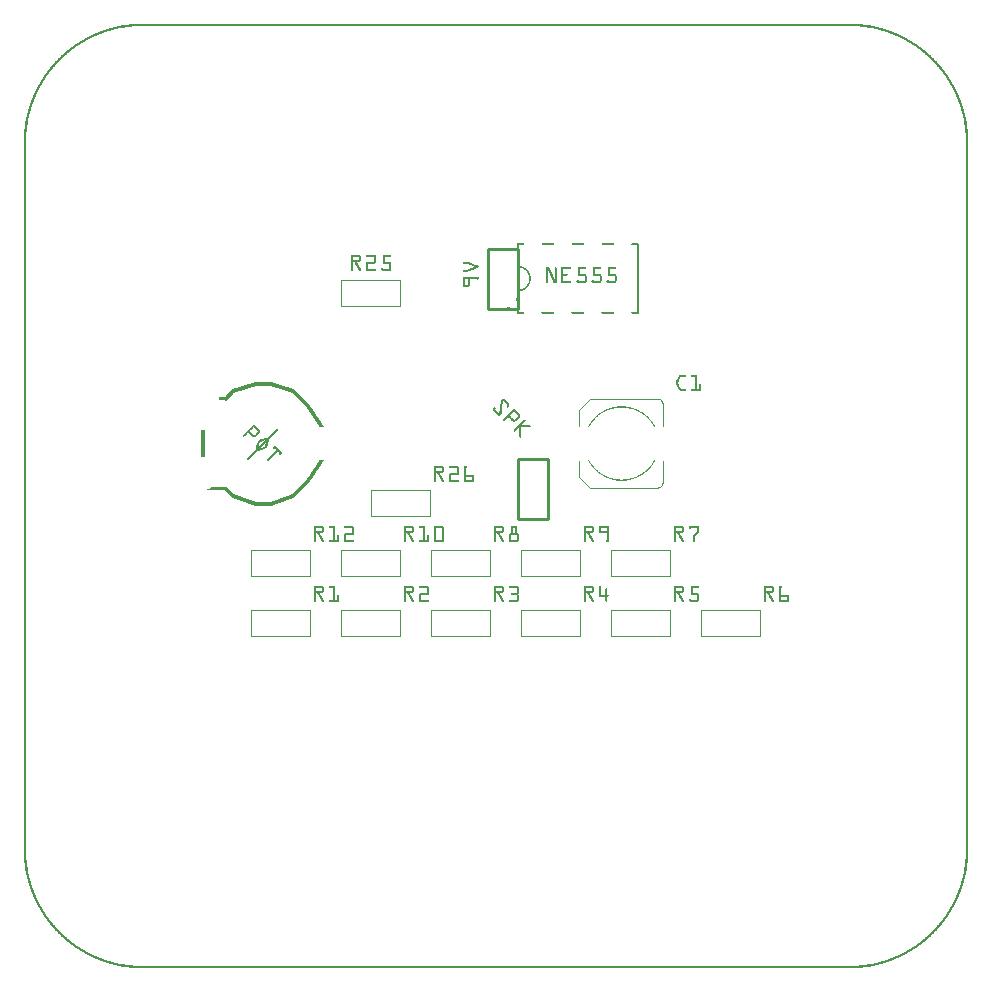
<source format=gto>
G04 MADE WITH FRITZING*
G04 WWW.FRITZING.ORG*
G04 DOUBLE SIDED*
G04 HOLES PLATED*
G04 CONTOUR ON CENTER OF CONTOUR VECTOR*
%ASAXBY*%
%FSLAX23Y23*%
%MOIN*%
%OFA0B0*%
%SFA1.0B1.0*%
%ADD10C,0.005000*%
%ADD11C,0.012000*%
%ADD12C,0.010000*%
%ADD13C,0.006000*%
%ADD14C,0.003937*%
%ADD15C,0.003953*%
%ADD16C,0.004004*%
%ADD17R,0.001000X0.001000*%
%LNSILK1*%
G90*
G70*
G54D10*
X848Y1800D02*
X748Y1700D01*
G54D11*
D02*
X898Y1575D02*
X948Y1625D01*
D02*
X823Y1550D02*
X898Y1575D01*
D02*
X773Y1550D02*
X823Y1550D01*
D02*
X698Y1575D02*
X773Y1550D01*
D02*
X673Y1600D02*
X698Y1575D01*
D02*
X698Y1925D02*
X773Y1950D01*
D02*
X673Y1900D02*
X698Y1925D01*
D02*
X773Y1950D02*
X823Y1950D01*
D02*
X823Y1950D02*
X898Y1925D01*
D02*
X898Y1925D02*
X948Y1875D01*
G54D12*
D02*
X1648Y2200D02*
X1648Y2400D01*
X1648Y2400D02*
X1548Y2400D01*
X1548Y2400D02*
X1548Y2200D01*
X1548Y2200D02*
X1648Y2200D01*
G54D13*
D02*
X2048Y2415D02*
X2048Y2185D01*
D02*
X1648Y2415D02*
X1648Y2340D01*
D02*
X1648Y2185D02*
X1648Y2260D01*
G54D12*
D02*
X1648Y1700D02*
X1648Y1500D01*
X1648Y1500D02*
X1748Y1500D01*
X1748Y1500D02*
X1748Y1700D01*
X1748Y1700D02*
X1648Y1700D01*
G54D14*
X1851Y1863D02*
X1887Y1898D01*
D02*
G54D15*
X2131Y1883D02*
X2131Y1809D01*
D02*
G54D16*
X1851Y1808D02*
X1851Y1862D01*
D02*
G54D14*
X1887Y1898D02*
X2115Y1898D01*
D02*
X1851Y1638D02*
X1886Y1603D01*
D02*
G54D15*
X2131Y1618D02*
X2131Y1692D01*
D02*
G54D16*
X1852Y1693D02*
X1852Y1639D01*
D02*
G54D14*
X1887Y1603D02*
X2115Y1603D01*
D02*
G54D17*
X377Y3150D02*
X2771Y3150D01*
X362Y3149D02*
X2786Y3149D01*
X352Y3148D02*
X2796Y3148D01*
X344Y3147D02*
X2804Y3147D01*
X337Y3146D02*
X2811Y3146D01*
X331Y3145D02*
X2817Y3145D01*
X325Y3144D02*
X2823Y3144D01*
X320Y3143D02*
X2828Y3143D01*
X315Y3142D02*
X376Y3142D01*
X2772Y3142D02*
X2833Y3142D01*
X310Y3141D02*
X361Y3141D01*
X2787Y3141D02*
X2838Y3141D01*
X306Y3140D02*
X351Y3140D01*
X2797Y3140D02*
X2842Y3140D01*
X302Y3139D02*
X343Y3139D01*
X2805Y3139D02*
X2846Y3139D01*
X298Y3138D02*
X336Y3138D01*
X2812Y3138D02*
X2850Y3138D01*
X294Y3137D02*
X330Y3137D01*
X2818Y3137D02*
X2854Y3137D01*
X290Y3136D02*
X324Y3136D01*
X2824Y3136D02*
X2858Y3136D01*
X287Y3135D02*
X319Y3135D01*
X2829Y3135D02*
X2861Y3135D01*
X283Y3134D02*
X314Y3134D01*
X2834Y3134D02*
X2865Y3134D01*
X280Y3133D02*
X310Y3133D01*
X2838Y3133D02*
X2868Y3133D01*
X277Y3132D02*
X305Y3132D01*
X2843Y3132D02*
X2871Y3132D01*
X274Y3131D02*
X301Y3131D01*
X2847Y3131D02*
X2874Y3131D01*
X271Y3130D02*
X297Y3130D01*
X2851Y3130D02*
X2877Y3130D01*
X268Y3129D02*
X294Y3129D01*
X2854Y3129D02*
X2880Y3129D01*
X265Y3128D02*
X290Y3128D01*
X2858Y3128D02*
X2883Y3128D01*
X262Y3127D02*
X286Y3127D01*
X2862Y3127D02*
X2886Y3127D01*
X259Y3126D02*
X283Y3126D01*
X2865Y3126D02*
X2889Y3126D01*
X257Y3125D02*
X280Y3125D01*
X2868Y3125D02*
X2891Y3125D01*
X254Y3124D02*
X277Y3124D01*
X2871Y3124D02*
X2894Y3124D01*
X252Y3123D02*
X274Y3123D01*
X2874Y3123D02*
X2896Y3123D01*
X249Y3122D02*
X271Y3122D01*
X2877Y3122D02*
X2899Y3122D01*
X247Y3121D02*
X268Y3121D01*
X2880Y3121D02*
X2901Y3121D01*
X244Y3120D02*
X265Y3120D01*
X2883Y3120D02*
X2904Y3120D01*
X242Y3119D02*
X262Y3119D01*
X2886Y3119D02*
X2906Y3119D01*
X239Y3118D02*
X259Y3118D01*
X2889Y3118D02*
X2909Y3118D01*
X237Y3117D02*
X257Y3117D01*
X2891Y3117D02*
X2911Y3117D01*
X235Y3116D02*
X254Y3116D01*
X2894Y3116D02*
X2913Y3116D01*
X233Y3115D02*
X252Y3115D01*
X2896Y3115D02*
X2915Y3115D01*
X231Y3114D02*
X249Y3114D01*
X2899Y3114D02*
X2917Y3114D01*
X228Y3113D02*
X247Y3113D01*
X2901Y3113D02*
X2920Y3113D01*
X226Y3112D02*
X244Y3112D01*
X2904Y3112D02*
X2922Y3112D01*
X224Y3111D02*
X242Y3111D01*
X2906Y3111D02*
X2924Y3111D01*
X222Y3110D02*
X240Y3110D01*
X2908Y3110D02*
X2926Y3110D01*
X220Y3109D02*
X238Y3109D01*
X2910Y3109D02*
X2928Y3109D01*
X218Y3108D02*
X235Y3108D01*
X2913Y3108D02*
X2930Y3108D01*
X216Y3107D02*
X233Y3107D01*
X2915Y3107D02*
X2932Y3107D01*
X214Y3106D02*
X231Y3106D01*
X2917Y3106D02*
X2934Y3106D01*
X212Y3105D02*
X229Y3105D01*
X2919Y3105D02*
X2936Y3105D01*
X210Y3104D02*
X227Y3104D01*
X2921Y3104D02*
X2938Y3104D01*
X208Y3103D02*
X225Y3103D01*
X2923Y3103D02*
X2940Y3103D01*
X207Y3102D02*
X223Y3102D01*
X2925Y3102D02*
X2941Y3102D01*
X205Y3101D02*
X221Y3101D01*
X2927Y3101D02*
X2943Y3101D01*
X203Y3100D02*
X219Y3100D01*
X2929Y3100D02*
X2945Y3100D01*
X201Y3099D02*
X217Y3099D01*
X2931Y3099D02*
X2947Y3099D01*
X200Y3098D02*
X215Y3098D01*
X2933Y3098D02*
X2948Y3098D01*
X198Y3097D02*
X213Y3097D01*
X2935Y3097D02*
X2950Y3097D01*
X196Y3096D02*
X211Y3096D01*
X2937Y3096D02*
X2952Y3096D01*
X194Y3095D02*
X209Y3095D01*
X2939Y3095D02*
X2954Y3095D01*
X193Y3094D02*
X207Y3094D01*
X2941Y3094D02*
X2955Y3094D01*
X191Y3093D02*
X206Y3093D01*
X2942Y3093D02*
X2957Y3093D01*
X189Y3092D02*
X204Y3092D01*
X2944Y3092D02*
X2959Y3092D01*
X188Y3091D02*
X202Y3091D01*
X2946Y3091D02*
X2960Y3091D01*
X186Y3090D02*
X201Y3090D01*
X2947Y3090D02*
X2962Y3090D01*
X185Y3089D02*
X199Y3089D01*
X2949Y3089D02*
X2963Y3089D01*
X183Y3088D02*
X197Y3088D01*
X2951Y3088D02*
X2965Y3088D01*
X182Y3087D02*
X195Y3087D01*
X2953Y3087D02*
X2966Y3087D01*
X180Y3086D02*
X194Y3086D01*
X2954Y3086D02*
X2968Y3086D01*
X178Y3085D02*
X192Y3085D01*
X2956Y3085D02*
X2970Y3085D01*
X177Y3084D02*
X191Y3084D01*
X2957Y3084D02*
X2971Y3084D01*
X175Y3083D02*
X189Y3083D01*
X2959Y3083D02*
X2973Y3083D01*
X174Y3082D02*
X187Y3082D01*
X2961Y3082D02*
X2974Y3082D01*
X172Y3081D02*
X186Y3081D01*
X2962Y3081D02*
X2976Y3081D01*
X171Y3080D02*
X184Y3080D01*
X2964Y3080D02*
X2977Y3080D01*
X170Y3079D02*
X183Y3079D01*
X2965Y3079D02*
X2978Y3079D01*
X168Y3078D02*
X181Y3078D01*
X2967Y3078D02*
X2980Y3078D01*
X167Y3077D02*
X180Y3077D01*
X2968Y3077D02*
X2981Y3077D01*
X165Y3076D02*
X178Y3076D01*
X2970Y3076D02*
X2983Y3076D01*
X164Y3075D02*
X177Y3075D01*
X2971Y3075D02*
X2984Y3075D01*
X163Y3074D02*
X175Y3074D01*
X2973Y3074D02*
X2985Y3074D01*
X161Y3073D02*
X174Y3073D01*
X2974Y3073D02*
X2987Y3073D01*
X160Y3072D02*
X172Y3072D01*
X2976Y3072D02*
X2988Y3072D01*
X158Y3071D02*
X171Y3071D01*
X2977Y3071D02*
X2990Y3071D01*
X157Y3070D02*
X170Y3070D01*
X2978Y3070D02*
X2991Y3070D01*
X156Y3069D02*
X168Y3069D01*
X2980Y3069D02*
X2992Y3069D01*
X155Y3068D02*
X167Y3068D01*
X2981Y3068D02*
X2993Y3068D01*
X153Y3067D02*
X165Y3067D01*
X2983Y3067D02*
X2995Y3067D01*
X152Y3066D02*
X164Y3066D01*
X2984Y3066D02*
X2996Y3066D01*
X151Y3065D02*
X163Y3065D01*
X2985Y3065D02*
X2997Y3065D01*
X150Y3064D02*
X161Y3064D01*
X2987Y3064D02*
X2998Y3064D01*
X148Y3063D02*
X160Y3063D01*
X2988Y3063D02*
X3000Y3063D01*
X147Y3062D02*
X159Y3062D01*
X2989Y3062D02*
X3001Y3062D01*
X146Y3061D02*
X158Y3061D01*
X2990Y3061D02*
X3002Y3061D01*
X144Y3060D02*
X156Y3060D01*
X2992Y3060D02*
X3004Y3060D01*
X143Y3059D02*
X155Y3059D01*
X2993Y3059D02*
X3005Y3059D01*
X142Y3058D02*
X154Y3058D01*
X2994Y3058D02*
X3006Y3058D01*
X141Y3057D02*
X153Y3057D01*
X2995Y3057D02*
X3007Y3057D01*
X140Y3056D02*
X151Y3056D01*
X2997Y3056D02*
X3008Y3056D01*
X139Y3055D02*
X150Y3055D01*
X2998Y3055D02*
X3009Y3055D01*
X137Y3054D02*
X149Y3054D01*
X2999Y3054D02*
X3011Y3054D01*
X136Y3053D02*
X148Y3053D01*
X3000Y3053D02*
X3012Y3053D01*
X135Y3052D02*
X146Y3052D01*
X3002Y3052D02*
X3013Y3052D01*
X134Y3051D02*
X145Y3051D01*
X3003Y3051D02*
X3014Y3051D01*
X133Y3050D02*
X144Y3050D01*
X3004Y3050D02*
X3015Y3050D01*
X132Y3049D02*
X143Y3049D01*
X3005Y3049D02*
X3016Y3049D01*
X131Y3048D02*
X142Y3048D01*
X3006Y3048D02*
X3017Y3048D01*
X129Y3047D02*
X141Y3047D01*
X3007Y3047D02*
X3019Y3047D01*
X128Y3046D02*
X139Y3046D01*
X3009Y3046D02*
X3020Y3046D01*
X127Y3045D02*
X138Y3045D01*
X3010Y3045D02*
X3021Y3045D01*
X126Y3044D02*
X137Y3044D01*
X3011Y3044D02*
X3022Y3044D01*
X125Y3043D02*
X136Y3043D01*
X3012Y3043D02*
X3023Y3043D01*
X124Y3042D02*
X135Y3042D01*
X3013Y3042D02*
X3024Y3042D01*
X123Y3041D02*
X134Y3041D01*
X3014Y3041D02*
X3025Y3041D01*
X122Y3040D02*
X133Y3040D01*
X3015Y3040D02*
X3026Y3040D01*
X121Y3039D02*
X132Y3039D01*
X3016Y3039D02*
X3027Y3039D01*
X120Y3038D02*
X131Y3038D01*
X3017Y3038D02*
X3028Y3038D01*
X119Y3037D02*
X130Y3037D01*
X3018Y3037D02*
X3029Y3037D01*
X118Y3036D02*
X129Y3036D01*
X3019Y3036D02*
X3030Y3036D01*
X117Y3035D02*
X127Y3035D01*
X3021Y3035D02*
X3031Y3035D01*
X116Y3034D02*
X126Y3034D01*
X3022Y3034D02*
X3032Y3034D01*
X115Y3033D02*
X125Y3033D01*
X3023Y3033D02*
X3033Y3033D01*
X114Y3032D02*
X124Y3032D01*
X3024Y3032D02*
X3034Y3032D01*
X113Y3031D02*
X123Y3031D01*
X3025Y3031D02*
X3035Y3031D01*
X112Y3030D02*
X122Y3030D01*
X3026Y3030D02*
X3036Y3030D01*
X111Y3029D02*
X121Y3029D01*
X3027Y3029D02*
X3037Y3029D01*
X110Y3028D02*
X120Y3028D01*
X3028Y3028D02*
X3038Y3028D01*
X109Y3027D02*
X119Y3027D01*
X3029Y3027D02*
X3039Y3027D01*
X108Y3026D02*
X118Y3026D01*
X3030Y3026D02*
X3040Y3026D01*
X107Y3025D02*
X117Y3025D01*
X3031Y3025D02*
X3041Y3025D01*
X106Y3024D02*
X116Y3024D01*
X3032Y3024D02*
X3042Y3024D01*
X105Y3023D02*
X115Y3023D01*
X3033Y3023D02*
X3043Y3023D01*
X104Y3022D02*
X114Y3022D01*
X3034Y3022D02*
X3044Y3022D01*
X103Y3021D02*
X114Y3021D01*
X3034Y3021D02*
X3045Y3021D01*
X103Y3020D02*
X113Y3020D01*
X3035Y3020D02*
X3045Y3020D01*
X102Y3019D02*
X112Y3019D01*
X3036Y3019D02*
X3046Y3019D01*
X101Y3018D02*
X111Y3018D01*
X3037Y3018D02*
X3047Y3018D01*
X100Y3017D02*
X110Y3017D01*
X3038Y3017D02*
X3048Y3017D01*
X99Y3016D02*
X109Y3016D01*
X3039Y3016D02*
X3049Y3016D01*
X98Y3015D02*
X108Y3015D01*
X3040Y3015D02*
X3050Y3015D01*
X97Y3014D02*
X107Y3014D01*
X3041Y3014D02*
X3051Y3014D01*
X96Y3013D02*
X106Y3013D01*
X3042Y3013D02*
X3052Y3013D01*
X96Y3012D02*
X105Y3012D01*
X3043Y3012D02*
X3052Y3012D01*
X95Y3011D02*
X104Y3011D01*
X3044Y3011D02*
X3053Y3011D01*
X94Y3010D02*
X103Y3010D01*
X3045Y3010D02*
X3054Y3010D01*
X93Y3009D02*
X103Y3009D01*
X3045Y3009D02*
X3055Y3009D01*
X92Y3008D02*
X102Y3008D01*
X3046Y3008D02*
X3056Y3008D01*
X91Y3007D02*
X101Y3007D01*
X3047Y3007D02*
X3057Y3007D01*
X90Y3006D02*
X100Y3006D01*
X3048Y3006D02*
X3058Y3006D01*
X90Y3005D02*
X99Y3005D01*
X3049Y3005D02*
X3058Y3005D01*
X89Y3004D02*
X98Y3004D01*
X3050Y3004D02*
X3059Y3004D01*
X88Y3003D02*
X97Y3003D01*
X3051Y3003D02*
X3060Y3003D01*
X87Y3002D02*
X97Y3002D01*
X3051Y3002D02*
X3061Y3002D01*
X87Y3001D02*
X96Y3001D01*
X3052Y3001D02*
X3061Y3001D01*
X86Y3000D02*
X95Y3000D01*
X3053Y3000D02*
X3062Y3000D01*
X85Y2999D02*
X94Y2999D01*
X3054Y2999D02*
X3063Y2999D01*
X84Y2998D02*
X93Y2998D01*
X3055Y2998D02*
X3064Y2998D01*
X83Y2997D02*
X93Y2997D01*
X3055Y2997D02*
X3065Y2997D01*
X83Y2996D02*
X92Y2996D01*
X3056Y2996D02*
X3065Y2996D01*
X82Y2995D02*
X91Y2995D01*
X3057Y2995D02*
X3066Y2995D01*
X81Y2994D02*
X90Y2994D01*
X3058Y2994D02*
X3067Y2994D01*
X80Y2993D02*
X89Y2993D01*
X3059Y2993D02*
X3068Y2993D01*
X79Y2992D02*
X89Y2992D01*
X3059Y2992D02*
X3069Y2992D01*
X79Y2991D02*
X88Y2991D01*
X3060Y2991D02*
X3069Y2991D01*
X78Y2990D02*
X87Y2990D01*
X3061Y2990D02*
X3070Y2990D01*
X77Y2989D02*
X86Y2989D01*
X3062Y2989D02*
X3071Y2989D01*
X77Y2988D02*
X85Y2988D01*
X3063Y2988D02*
X3071Y2988D01*
X76Y2987D02*
X85Y2987D01*
X3063Y2987D02*
X3072Y2987D01*
X75Y2986D02*
X84Y2986D01*
X3064Y2986D02*
X3073Y2986D01*
X74Y2985D02*
X83Y2985D01*
X3065Y2985D02*
X3074Y2985D01*
X74Y2984D02*
X82Y2984D01*
X3066Y2984D02*
X3074Y2984D01*
X73Y2983D02*
X82Y2983D01*
X3066Y2983D02*
X3075Y2983D01*
X72Y2982D02*
X81Y2982D01*
X3067Y2982D02*
X3076Y2982D01*
X72Y2981D02*
X80Y2981D01*
X3068Y2981D02*
X3076Y2981D01*
X71Y2980D02*
X80Y2980D01*
X3068Y2980D02*
X3077Y2980D01*
X70Y2979D02*
X79Y2979D01*
X3069Y2979D02*
X3078Y2979D01*
X69Y2978D02*
X78Y2978D01*
X3070Y2978D02*
X3079Y2978D01*
X69Y2977D02*
X77Y2977D01*
X3071Y2977D02*
X3079Y2977D01*
X68Y2976D02*
X77Y2976D01*
X3071Y2976D02*
X3080Y2976D01*
X67Y2975D02*
X76Y2975D01*
X3072Y2975D02*
X3081Y2975D01*
X67Y2974D02*
X75Y2974D01*
X3073Y2974D02*
X3081Y2974D01*
X66Y2973D02*
X75Y2973D01*
X3073Y2973D02*
X3082Y2973D01*
X65Y2972D02*
X74Y2972D01*
X3074Y2972D02*
X3083Y2972D01*
X65Y2971D02*
X73Y2971D01*
X3075Y2971D02*
X3083Y2971D01*
X64Y2970D02*
X73Y2970D01*
X3075Y2970D02*
X3084Y2970D01*
X64Y2969D02*
X72Y2969D01*
X3076Y2969D02*
X3084Y2969D01*
X63Y2968D02*
X71Y2968D01*
X3077Y2968D02*
X3085Y2968D01*
X62Y2967D02*
X71Y2967D01*
X3077Y2967D02*
X3086Y2967D01*
X62Y2966D02*
X70Y2966D01*
X3078Y2966D02*
X3086Y2966D01*
X61Y2965D02*
X69Y2965D01*
X3079Y2965D02*
X3087Y2965D01*
X60Y2964D02*
X69Y2964D01*
X3079Y2964D02*
X3088Y2964D01*
X60Y2963D02*
X68Y2963D01*
X3080Y2963D02*
X3088Y2963D01*
X59Y2962D02*
X67Y2962D01*
X3081Y2962D02*
X3089Y2962D01*
X58Y2961D02*
X67Y2961D01*
X3081Y2961D02*
X3090Y2961D01*
X58Y2960D02*
X66Y2960D01*
X3082Y2960D02*
X3090Y2960D01*
X57Y2959D02*
X66Y2959D01*
X3082Y2959D02*
X3091Y2959D01*
X57Y2958D02*
X65Y2958D01*
X3083Y2958D02*
X3091Y2958D01*
X56Y2957D02*
X64Y2957D01*
X3084Y2957D02*
X3092Y2957D01*
X55Y2956D02*
X64Y2956D01*
X3084Y2956D02*
X3093Y2956D01*
X55Y2955D02*
X63Y2955D01*
X3085Y2955D02*
X3093Y2955D01*
X54Y2954D02*
X62Y2954D01*
X3086Y2954D02*
X3094Y2954D01*
X54Y2953D02*
X62Y2953D01*
X3086Y2953D02*
X3094Y2953D01*
X53Y2952D02*
X61Y2952D01*
X3087Y2952D02*
X3095Y2952D01*
X53Y2951D02*
X61Y2951D01*
X3087Y2951D02*
X3095Y2951D01*
X52Y2950D02*
X60Y2950D01*
X3088Y2950D02*
X3096Y2950D01*
X51Y2949D02*
X60Y2949D01*
X3088Y2949D02*
X3097Y2949D01*
X51Y2948D02*
X59Y2948D01*
X3089Y2948D02*
X3097Y2948D01*
X50Y2947D02*
X58Y2947D01*
X3090Y2947D02*
X3098Y2947D01*
X50Y2946D02*
X58Y2946D01*
X3090Y2946D02*
X3098Y2946D01*
X49Y2945D02*
X57Y2945D01*
X3091Y2945D02*
X3099Y2945D01*
X49Y2944D02*
X57Y2944D01*
X3091Y2944D02*
X3099Y2944D01*
X48Y2943D02*
X56Y2943D01*
X3092Y2943D02*
X3100Y2943D01*
X47Y2942D02*
X55Y2942D01*
X3093Y2942D02*
X3101Y2942D01*
X47Y2941D02*
X55Y2941D01*
X3093Y2941D02*
X3101Y2941D01*
X46Y2940D02*
X54Y2940D01*
X3094Y2940D02*
X3102Y2940D01*
X46Y2939D02*
X54Y2939D01*
X3094Y2939D02*
X3102Y2939D01*
X45Y2938D02*
X53Y2938D01*
X3095Y2938D02*
X3103Y2938D01*
X45Y2937D02*
X53Y2937D01*
X3095Y2937D02*
X3103Y2937D01*
X44Y2936D02*
X52Y2936D01*
X3096Y2936D02*
X3104Y2936D01*
X44Y2935D02*
X52Y2935D01*
X3096Y2935D02*
X3104Y2935D01*
X43Y2934D02*
X51Y2934D01*
X3097Y2934D02*
X3105Y2934D01*
X43Y2933D02*
X51Y2933D01*
X3097Y2933D02*
X3105Y2933D01*
X42Y2932D02*
X50Y2932D01*
X3098Y2932D02*
X3106Y2932D01*
X42Y2931D02*
X50Y2931D01*
X3098Y2931D02*
X3106Y2931D01*
X41Y2930D02*
X49Y2930D01*
X3099Y2930D02*
X3107Y2930D01*
X41Y2929D02*
X49Y2929D01*
X3099Y2929D02*
X3107Y2929D01*
X40Y2928D02*
X48Y2928D01*
X3100Y2928D02*
X3108Y2928D01*
X40Y2927D02*
X48Y2927D01*
X3100Y2927D02*
X3108Y2927D01*
X39Y2926D02*
X47Y2926D01*
X3101Y2926D02*
X3109Y2926D01*
X39Y2925D02*
X47Y2925D01*
X3101Y2925D02*
X3109Y2925D01*
X38Y2924D02*
X46Y2924D01*
X3102Y2924D02*
X3110Y2924D01*
X38Y2923D02*
X46Y2923D01*
X3102Y2923D02*
X3110Y2923D01*
X37Y2922D02*
X45Y2922D01*
X3103Y2922D02*
X3111Y2922D01*
X37Y2921D02*
X45Y2921D01*
X3103Y2921D02*
X3111Y2921D01*
X37Y2920D02*
X44Y2920D01*
X3104Y2920D02*
X3111Y2920D01*
X36Y2919D02*
X44Y2919D01*
X3104Y2919D02*
X3112Y2919D01*
X36Y2918D02*
X43Y2918D01*
X3105Y2918D02*
X3112Y2918D01*
X35Y2917D02*
X43Y2917D01*
X3105Y2917D02*
X3113Y2917D01*
X35Y2916D02*
X42Y2916D01*
X3106Y2916D02*
X3113Y2916D01*
X34Y2915D02*
X42Y2915D01*
X3106Y2915D02*
X3114Y2915D01*
X34Y2914D02*
X41Y2914D01*
X3107Y2914D02*
X3114Y2914D01*
X33Y2913D02*
X41Y2913D01*
X3107Y2913D02*
X3115Y2913D01*
X33Y2912D02*
X41Y2912D01*
X3107Y2912D02*
X3115Y2912D01*
X32Y2911D02*
X40Y2911D01*
X3108Y2911D02*
X3116Y2911D01*
X32Y2910D02*
X40Y2910D01*
X3108Y2910D02*
X3116Y2910D01*
X32Y2909D02*
X39Y2909D01*
X3109Y2909D02*
X3116Y2909D01*
X31Y2908D02*
X39Y2908D01*
X3109Y2908D02*
X3117Y2908D01*
X31Y2907D02*
X38Y2907D01*
X3110Y2907D02*
X3117Y2907D01*
X30Y2906D02*
X38Y2906D01*
X3110Y2906D02*
X3118Y2906D01*
X30Y2905D02*
X37Y2905D01*
X3111Y2905D02*
X3118Y2905D01*
X30Y2904D02*
X37Y2904D01*
X3111Y2904D02*
X3118Y2904D01*
X29Y2903D02*
X37Y2903D01*
X3111Y2903D02*
X3119Y2903D01*
X29Y2902D02*
X36Y2902D01*
X3112Y2902D02*
X3119Y2902D01*
X28Y2901D02*
X36Y2901D01*
X3112Y2901D02*
X3120Y2901D01*
X28Y2900D02*
X35Y2900D01*
X3113Y2900D02*
X3120Y2900D01*
X28Y2899D02*
X35Y2899D01*
X3113Y2899D02*
X3120Y2899D01*
X27Y2898D02*
X35Y2898D01*
X3113Y2898D02*
X3121Y2898D01*
X27Y2897D02*
X34Y2897D01*
X3114Y2897D02*
X3121Y2897D01*
X26Y2896D02*
X34Y2896D01*
X3114Y2896D02*
X3122Y2896D01*
X26Y2895D02*
X33Y2895D01*
X3115Y2895D02*
X3122Y2895D01*
X26Y2894D02*
X33Y2894D01*
X3115Y2894D02*
X3122Y2894D01*
X25Y2893D02*
X33Y2893D01*
X3115Y2893D02*
X3123Y2893D01*
X25Y2892D02*
X32Y2892D01*
X3116Y2892D02*
X3123Y2892D01*
X24Y2891D02*
X32Y2891D01*
X3116Y2891D02*
X3124Y2891D01*
X24Y2890D02*
X31Y2890D01*
X3117Y2890D02*
X3124Y2890D01*
X24Y2889D02*
X31Y2889D01*
X3117Y2889D02*
X3124Y2889D01*
X23Y2888D02*
X31Y2888D01*
X3117Y2888D02*
X3125Y2888D01*
X23Y2887D02*
X30Y2887D01*
X3118Y2887D02*
X3125Y2887D01*
X23Y2886D02*
X30Y2886D01*
X3118Y2886D02*
X3125Y2886D01*
X22Y2885D02*
X30Y2885D01*
X3118Y2885D02*
X3126Y2885D01*
X22Y2884D02*
X29Y2884D01*
X3119Y2884D02*
X3126Y2884D01*
X22Y2883D02*
X29Y2883D01*
X3119Y2883D02*
X3126Y2883D01*
X21Y2882D02*
X29Y2882D01*
X3119Y2882D02*
X3127Y2882D01*
X21Y2881D02*
X28Y2881D01*
X3120Y2881D02*
X3127Y2881D01*
X21Y2880D02*
X28Y2880D01*
X3120Y2880D02*
X3127Y2880D01*
X20Y2879D02*
X28Y2879D01*
X3120Y2879D02*
X3128Y2879D01*
X20Y2878D02*
X27Y2878D01*
X3121Y2878D02*
X3128Y2878D01*
X20Y2877D02*
X27Y2877D01*
X3121Y2877D02*
X3128Y2877D01*
X19Y2876D02*
X27Y2876D01*
X3121Y2876D02*
X3129Y2876D01*
X19Y2875D02*
X26Y2875D01*
X3122Y2875D02*
X3129Y2875D01*
X19Y2874D02*
X26Y2874D01*
X3122Y2874D02*
X3129Y2874D01*
X18Y2873D02*
X26Y2873D01*
X3122Y2873D02*
X3130Y2873D01*
X18Y2872D02*
X25Y2872D01*
X3123Y2872D02*
X3130Y2872D01*
X18Y2871D02*
X25Y2871D01*
X3123Y2871D02*
X3130Y2871D01*
X17Y2870D02*
X25Y2870D01*
X3123Y2870D02*
X3131Y2870D01*
X17Y2869D02*
X24Y2869D01*
X3124Y2869D02*
X3131Y2869D01*
X17Y2868D02*
X24Y2868D01*
X3124Y2868D02*
X3131Y2868D01*
X16Y2867D02*
X24Y2867D01*
X3124Y2867D02*
X3132Y2867D01*
X16Y2866D02*
X23Y2866D01*
X3125Y2866D02*
X3132Y2866D01*
X16Y2865D02*
X23Y2865D01*
X3125Y2865D02*
X3132Y2865D01*
X16Y2864D02*
X23Y2864D01*
X3125Y2864D02*
X3132Y2864D01*
X15Y2863D02*
X22Y2863D01*
X3126Y2863D02*
X3133Y2863D01*
X15Y2862D02*
X22Y2862D01*
X3126Y2862D02*
X3133Y2862D01*
X15Y2861D02*
X22Y2861D01*
X3126Y2861D02*
X3133Y2861D01*
X14Y2860D02*
X22Y2860D01*
X3126Y2860D02*
X3134Y2860D01*
X14Y2859D02*
X21Y2859D01*
X3127Y2859D02*
X3134Y2859D01*
X14Y2858D02*
X21Y2858D01*
X3127Y2858D02*
X3134Y2858D01*
X14Y2857D02*
X21Y2857D01*
X3127Y2857D02*
X3134Y2857D01*
X13Y2856D02*
X21Y2856D01*
X3127Y2856D02*
X3135Y2856D01*
X13Y2855D02*
X20Y2855D01*
X3128Y2855D02*
X3135Y2855D01*
X13Y2854D02*
X20Y2854D01*
X3128Y2854D02*
X3135Y2854D01*
X13Y2853D02*
X20Y2853D01*
X3128Y2853D02*
X3135Y2853D01*
X12Y2852D02*
X19Y2852D01*
X3129Y2852D02*
X3136Y2852D01*
X12Y2851D02*
X19Y2851D01*
X3129Y2851D02*
X3136Y2851D01*
X12Y2850D02*
X19Y2850D01*
X3129Y2850D02*
X3136Y2850D01*
X12Y2849D02*
X19Y2849D01*
X3129Y2849D02*
X3136Y2849D01*
X11Y2848D02*
X18Y2848D01*
X3130Y2848D02*
X3137Y2848D01*
X11Y2847D02*
X18Y2847D01*
X3130Y2847D02*
X3137Y2847D01*
X11Y2846D02*
X18Y2846D01*
X3130Y2846D02*
X3137Y2846D01*
X11Y2845D02*
X18Y2845D01*
X3130Y2845D02*
X3137Y2845D01*
X10Y2844D02*
X17Y2844D01*
X3131Y2844D02*
X3138Y2844D01*
X10Y2843D02*
X17Y2843D01*
X3131Y2843D02*
X3138Y2843D01*
X10Y2842D02*
X17Y2842D01*
X3131Y2842D02*
X3138Y2842D01*
X10Y2841D02*
X17Y2841D01*
X3131Y2841D02*
X3138Y2841D01*
X9Y2840D02*
X17Y2840D01*
X3131Y2840D02*
X3139Y2840D01*
X9Y2839D02*
X16Y2839D01*
X3132Y2839D02*
X3139Y2839D01*
X9Y2838D02*
X16Y2838D01*
X3132Y2838D02*
X3139Y2838D01*
X9Y2837D02*
X16Y2837D01*
X3132Y2837D02*
X3139Y2837D01*
X9Y2836D02*
X16Y2836D01*
X3132Y2836D02*
X3139Y2836D01*
X8Y2835D02*
X15Y2835D01*
X3133Y2835D02*
X3140Y2835D01*
X8Y2834D02*
X15Y2834D01*
X3133Y2834D02*
X3140Y2834D01*
X8Y2833D02*
X15Y2833D01*
X3133Y2833D02*
X3140Y2833D01*
X8Y2832D02*
X15Y2832D01*
X3133Y2832D02*
X3140Y2832D01*
X8Y2831D02*
X15Y2831D01*
X3133Y2831D02*
X3140Y2831D01*
X7Y2830D02*
X14Y2830D01*
X3134Y2830D02*
X3141Y2830D01*
X7Y2829D02*
X14Y2829D01*
X3134Y2829D02*
X3141Y2829D01*
X7Y2828D02*
X14Y2828D01*
X3134Y2828D02*
X3141Y2828D01*
X7Y2827D02*
X14Y2827D01*
X3134Y2827D02*
X3141Y2827D01*
X7Y2826D02*
X14Y2826D01*
X3134Y2826D02*
X3141Y2826D01*
X6Y2825D02*
X13Y2825D01*
X3135Y2825D02*
X3142Y2825D01*
X6Y2824D02*
X13Y2824D01*
X3135Y2824D02*
X3142Y2824D01*
X6Y2823D02*
X13Y2823D01*
X3135Y2823D02*
X3142Y2823D01*
X6Y2822D02*
X13Y2822D01*
X3135Y2822D02*
X3142Y2822D01*
X6Y2821D02*
X13Y2821D01*
X3135Y2821D02*
X3142Y2821D01*
X6Y2820D02*
X13Y2820D01*
X3135Y2820D02*
X3142Y2820D01*
X5Y2819D02*
X12Y2819D01*
X3136Y2819D02*
X3143Y2819D01*
X5Y2818D02*
X12Y2818D01*
X3136Y2818D02*
X3143Y2818D01*
X5Y2817D02*
X12Y2817D01*
X3136Y2817D02*
X3143Y2817D01*
X5Y2816D02*
X12Y2816D01*
X3136Y2816D02*
X3143Y2816D01*
X5Y2815D02*
X12Y2815D01*
X3136Y2815D02*
X3143Y2815D01*
X5Y2814D02*
X12Y2814D01*
X3136Y2814D02*
X3143Y2814D01*
X4Y2813D02*
X11Y2813D01*
X3137Y2813D02*
X3144Y2813D01*
X4Y2812D02*
X11Y2812D01*
X3137Y2812D02*
X3144Y2812D01*
X4Y2811D02*
X11Y2811D01*
X3137Y2811D02*
X3144Y2811D01*
X4Y2810D02*
X11Y2810D01*
X3137Y2810D02*
X3144Y2810D01*
X4Y2809D02*
X11Y2809D01*
X3137Y2809D02*
X3144Y2809D01*
X4Y2808D02*
X11Y2808D01*
X3137Y2808D02*
X3144Y2808D01*
X4Y2807D02*
X11Y2807D01*
X3137Y2807D02*
X3144Y2807D01*
X3Y2806D02*
X10Y2806D01*
X3138Y2806D02*
X3145Y2806D01*
X3Y2805D02*
X10Y2805D01*
X3138Y2805D02*
X3145Y2805D01*
X3Y2804D02*
X10Y2804D01*
X3138Y2804D02*
X3145Y2804D01*
X3Y2803D02*
X10Y2803D01*
X3138Y2803D02*
X3145Y2803D01*
X3Y2802D02*
X10Y2802D01*
X3138Y2802D02*
X3145Y2802D01*
X3Y2801D02*
X10Y2801D01*
X3138Y2801D02*
X3145Y2801D01*
X3Y2800D02*
X10Y2800D01*
X3138Y2800D02*
X3145Y2800D01*
X3Y2799D02*
X10Y2799D01*
X3138Y2799D02*
X3145Y2799D01*
X2Y2798D02*
X9Y2798D01*
X3139Y2798D02*
X3146Y2798D01*
X2Y2797D02*
X9Y2797D01*
X3139Y2797D02*
X3146Y2797D01*
X2Y2796D02*
X9Y2796D01*
X3139Y2796D02*
X3146Y2796D01*
X2Y2795D02*
X9Y2795D01*
X3139Y2795D02*
X3146Y2795D01*
X2Y2794D02*
X9Y2794D01*
X3139Y2794D02*
X3146Y2794D01*
X2Y2793D02*
X9Y2793D01*
X3139Y2793D02*
X3146Y2793D01*
X2Y2792D02*
X9Y2792D01*
X3139Y2792D02*
X3146Y2792D01*
X2Y2791D02*
X9Y2791D01*
X3139Y2791D02*
X3146Y2791D01*
X2Y2790D02*
X9Y2790D01*
X3139Y2790D02*
X3146Y2790D01*
X2Y2789D02*
X9Y2789D01*
X3139Y2789D02*
X3146Y2789D01*
X1Y2788D02*
X8Y2788D01*
X3139Y2788D02*
X3147Y2788D01*
X1Y2787D02*
X8Y2787D01*
X3140Y2787D02*
X3147Y2787D01*
X1Y2786D02*
X8Y2786D01*
X3140Y2786D02*
X3147Y2786D01*
X1Y2785D02*
X8Y2785D01*
X3140Y2785D02*
X3147Y2785D01*
X1Y2784D02*
X8Y2784D01*
X3140Y2784D02*
X3147Y2784D01*
X1Y2783D02*
X8Y2783D01*
X3140Y2783D02*
X3147Y2783D01*
X1Y2782D02*
X8Y2782D01*
X3140Y2782D02*
X3147Y2782D01*
X1Y2781D02*
X8Y2781D01*
X3140Y2781D02*
X3147Y2781D01*
X1Y2780D02*
X8Y2780D01*
X3140Y2780D02*
X3147Y2780D01*
X1Y2779D02*
X8Y2779D01*
X3140Y2779D02*
X3147Y2779D01*
X1Y2778D02*
X8Y2778D01*
X3140Y2778D02*
X3147Y2778D01*
X1Y2777D02*
X8Y2777D01*
X3140Y2777D02*
X3147Y2777D01*
X1Y2776D02*
X8Y2776D01*
X3140Y2776D02*
X3147Y2776D01*
X1Y2775D02*
X8Y2775D01*
X3140Y2775D02*
X3147Y2775D01*
X1Y2774D02*
X8Y2774D01*
X3140Y2774D02*
X3147Y2774D01*
X0Y2773D02*
X7Y2773D01*
X3141Y2773D02*
X3148Y2773D01*
X0Y2772D02*
X7Y2772D01*
X3141Y2772D02*
X3148Y2772D01*
X0Y2771D02*
X7Y2771D01*
X3141Y2771D02*
X3148Y2771D01*
X0Y2770D02*
X7Y2770D01*
X3141Y2770D02*
X3148Y2770D01*
X0Y2769D02*
X7Y2769D01*
X3141Y2769D02*
X3148Y2769D01*
X0Y2768D02*
X7Y2768D01*
X3141Y2768D02*
X3148Y2768D01*
X0Y2767D02*
X7Y2767D01*
X3141Y2767D02*
X3148Y2767D01*
X0Y2766D02*
X7Y2766D01*
X3141Y2766D02*
X3148Y2766D01*
X0Y2765D02*
X7Y2765D01*
X3141Y2765D02*
X3148Y2765D01*
X0Y2764D02*
X7Y2764D01*
X3141Y2764D02*
X3148Y2764D01*
X0Y2763D02*
X7Y2763D01*
X3141Y2763D02*
X3148Y2763D01*
X0Y2762D02*
X7Y2762D01*
X3141Y2762D02*
X3148Y2762D01*
X0Y2761D02*
X7Y2761D01*
X3141Y2761D02*
X3148Y2761D01*
X0Y2760D02*
X7Y2760D01*
X3141Y2760D02*
X3148Y2760D01*
X0Y2759D02*
X7Y2759D01*
X3141Y2759D02*
X3148Y2759D01*
X0Y2758D02*
X7Y2758D01*
X3141Y2758D02*
X3148Y2758D01*
X0Y2757D02*
X7Y2757D01*
X3141Y2757D02*
X3148Y2757D01*
X0Y2756D02*
X7Y2756D01*
X3141Y2756D02*
X3148Y2756D01*
X0Y2755D02*
X7Y2755D01*
X3141Y2755D02*
X3148Y2755D01*
X0Y2754D02*
X7Y2754D01*
X3141Y2754D02*
X3148Y2754D01*
X0Y2753D02*
X7Y2753D01*
X3141Y2753D02*
X3148Y2753D01*
X0Y2752D02*
X7Y2752D01*
X3141Y2752D02*
X3148Y2752D01*
X0Y2751D02*
X7Y2751D01*
X3141Y2751D02*
X3148Y2751D01*
X0Y2750D02*
X7Y2750D01*
X3141Y2750D02*
X3148Y2750D01*
X0Y2749D02*
X7Y2749D01*
X3141Y2749D02*
X3148Y2749D01*
X0Y2748D02*
X7Y2748D01*
X3141Y2748D02*
X3148Y2748D01*
X0Y2747D02*
X7Y2747D01*
X3141Y2747D02*
X3148Y2747D01*
X0Y2746D02*
X7Y2746D01*
X3141Y2746D02*
X3148Y2746D01*
X0Y2745D02*
X7Y2745D01*
X3141Y2745D02*
X3148Y2745D01*
X0Y2744D02*
X7Y2744D01*
X3141Y2744D02*
X3148Y2744D01*
X0Y2743D02*
X7Y2743D01*
X3141Y2743D02*
X3148Y2743D01*
X0Y2742D02*
X7Y2742D01*
X3141Y2742D02*
X3148Y2742D01*
X0Y2741D02*
X7Y2741D01*
X3141Y2741D02*
X3148Y2741D01*
X0Y2740D02*
X7Y2740D01*
X3141Y2740D02*
X3148Y2740D01*
X0Y2739D02*
X7Y2739D01*
X3141Y2739D02*
X3148Y2739D01*
X0Y2738D02*
X7Y2738D01*
X3141Y2738D02*
X3148Y2738D01*
X0Y2737D02*
X7Y2737D01*
X3141Y2737D02*
X3148Y2737D01*
X0Y2736D02*
X7Y2736D01*
X3141Y2736D02*
X3148Y2736D01*
X0Y2735D02*
X7Y2735D01*
X3141Y2735D02*
X3148Y2735D01*
X0Y2734D02*
X7Y2734D01*
X3141Y2734D02*
X3148Y2734D01*
X0Y2733D02*
X7Y2733D01*
X3141Y2733D02*
X3148Y2733D01*
X0Y2732D02*
X7Y2732D01*
X3141Y2732D02*
X3148Y2732D01*
X0Y2731D02*
X7Y2731D01*
X3141Y2731D02*
X3148Y2731D01*
X0Y2730D02*
X7Y2730D01*
X3141Y2730D02*
X3148Y2730D01*
X0Y2729D02*
X7Y2729D01*
X3141Y2729D02*
X3148Y2729D01*
X0Y2728D02*
X7Y2728D01*
X3141Y2728D02*
X3148Y2728D01*
X0Y2727D02*
X7Y2727D01*
X3141Y2727D02*
X3148Y2727D01*
X0Y2726D02*
X7Y2726D01*
X3141Y2726D02*
X3148Y2726D01*
X0Y2725D02*
X7Y2725D01*
X3141Y2725D02*
X3148Y2725D01*
X0Y2724D02*
X7Y2724D01*
X3141Y2724D02*
X3148Y2724D01*
X0Y2723D02*
X7Y2723D01*
X3141Y2723D02*
X3148Y2723D01*
X0Y2722D02*
X7Y2722D01*
X3141Y2722D02*
X3148Y2722D01*
X0Y2721D02*
X7Y2721D01*
X3141Y2721D02*
X3148Y2721D01*
X0Y2720D02*
X7Y2720D01*
X3141Y2720D02*
X3148Y2720D01*
X0Y2719D02*
X7Y2719D01*
X3141Y2719D02*
X3148Y2719D01*
X0Y2718D02*
X7Y2718D01*
X3141Y2718D02*
X3148Y2718D01*
X0Y2717D02*
X7Y2717D01*
X3141Y2717D02*
X3148Y2717D01*
X0Y2716D02*
X7Y2716D01*
X3141Y2716D02*
X3148Y2716D01*
X0Y2715D02*
X7Y2715D01*
X3141Y2715D02*
X3148Y2715D01*
X0Y2714D02*
X7Y2714D01*
X3141Y2714D02*
X3148Y2714D01*
X0Y2713D02*
X7Y2713D01*
X3141Y2713D02*
X3148Y2713D01*
X0Y2712D02*
X7Y2712D01*
X3141Y2712D02*
X3148Y2712D01*
X0Y2711D02*
X7Y2711D01*
X3141Y2711D02*
X3148Y2711D01*
X0Y2710D02*
X7Y2710D01*
X3141Y2710D02*
X3148Y2710D01*
X0Y2709D02*
X7Y2709D01*
X3141Y2709D02*
X3148Y2709D01*
X0Y2708D02*
X7Y2708D01*
X3141Y2708D02*
X3148Y2708D01*
X0Y2707D02*
X7Y2707D01*
X3141Y2707D02*
X3148Y2707D01*
X0Y2706D02*
X7Y2706D01*
X3141Y2706D02*
X3148Y2706D01*
X0Y2705D02*
X7Y2705D01*
X3141Y2705D02*
X3148Y2705D01*
X0Y2704D02*
X7Y2704D01*
X3141Y2704D02*
X3148Y2704D01*
X0Y2703D02*
X7Y2703D01*
X3141Y2703D02*
X3148Y2703D01*
X0Y2702D02*
X7Y2702D01*
X3141Y2702D02*
X3148Y2702D01*
X0Y2701D02*
X7Y2701D01*
X3141Y2701D02*
X3148Y2701D01*
X0Y2700D02*
X7Y2700D01*
X3141Y2700D02*
X3148Y2700D01*
X0Y2699D02*
X7Y2699D01*
X3141Y2699D02*
X3148Y2699D01*
X0Y2698D02*
X7Y2698D01*
X3141Y2698D02*
X3148Y2698D01*
X0Y2697D02*
X7Y2697D01*
X3141Y2697D02*
X3148Y2697D01*
X0Y2696D02*
X7Y2696D01*
X3141Y2696D02*
X3148Y2696D01*
X0Y2695D02*
X7Y2695D01*
X3141Y2695D02*
X3148Y2695D01*
X0Y2694D02*
X7Y2694D01*
X3141Y2694D02*
X3148Y2694D01*
X0Y2693D02*
X7Y2693D01*
X3141Y2693D02*
X3148Y2693D01*
X0Y2692D02*
X7Y2692D01*
X3141Y2692D02*
X3148Y2692D01*
X0Y2691D02*
X7Y2691D01*
X3141Y2691D02*
X3148Y2691D01*
X0Y2690D02*
X7Y2690D01*
X3141Y2690D02*
X3148Y2690D01*
X0Y2689D02*
X7Y2689D01*
X3141Y2689D02*
X3148Y2689D01*
X0Y2688D02*
X7Y2688D01*
X3141Y2688D02*
X3148Y2688D01*
X0Y2687D02*
X7Y2687D01*
X3141Y2687D02*
X3148Y2687D01*
X0Y2686D02*
X7Y2686D01*
X3141Y2686D02*
X3148Y2686D01*
X0Y2685D02*
X7Y2685D01*
X3141Y2685D02*
X3148Y2685D01*
X0Y2684D02*
X7Y2684D01*
X3141Y2684D02*
X3148Y2684D01*
X0Y2683D02*
X7Y2683D01*
X3141Y2683D02*
X3148Y2683D01*
X0Y2682D02*
X7Y2682D01*
X3141Y2682D02*
X3148Y2682D01*
X0Y2681D02*
X7Y2681D01*
X3141Y2681D02*
X3148Y2681D01*
X0Y2680D02*
X7Y2680D01*
X3141Y2680D02*
X3148Y2680D01*
X0Y2679D02*
X7Y2679D01*
X3141Y2679D02*
X3148Y2679D01*
X0Y2678D02*
X7Y2678D01*
X3141Y2678D02*
X3148Y2678D01*
X0Y2677D02*
X7Y2677D01*
X3141Y2677D02*
X3148Y2677D01*
X0Y2676D02*
X7Y2676D01*
X3141Y2676D02*
X3148Y2676D01*
X0Y2675D02*
X7Y2675D01*
X3141Y2675D02*
X3148Y2675D01*
X0Y2674D02*
X7Y2674D01*
X3141Y2674D02*
X3148Y2674D01*
X0Y2673D02*
X7Y2673D01*
X3141Y2673D02*
X3148Y2673D01*
X0Y2672D02*
X7Y2672D01*
X3141Y2672D02*
X3148Y2672D01*
X0Y2671D02*
X7Y2671D01*
X3141Y2671D02*
X3148Y2671D01*
X0Y2670D02*
X7Y2670D01*
X3141Y2670D02*
X3148Y2670D01*
X0Y2669D02*
X7Y2669D01*
X3141Y2669D02*
X3148Y2669D01*
X0Y2668D02*
X7Y2668D01*
X3141Y2668D02*
X3148Y2668D01*
X0Y2667D02*
X7Y2667D01*
X3141Y2667D02*
X3148Y2667D01*
X0Y2666D02*
X7Y2666D01*
X3141Y2666D02*
X3148Y2666D01*
X0Y2665D02*
X7Y2665D01*
X3141Y2665D02*
X3148Y2665D01*
X0Y2664D02*
X7Y2664D01*
X3141Y2664D02*
X3148Y2664D01*
X0Y2663D02*
X7Y2663D01*
X3141Y2663D02*
X3148Y2663D01*
X0Y2662D02*
X7Y2662D01*
X3141Y2662D02*
X3148Y2662D01*
X0Y2661D02*
X7Y2661D01*
X3141Y2661D02*
X3148Y2661D01*
X0Y2660D02*
X7Y2660D01*
X3141Y2660D02*
X3148Y2660D01*
X0Y2659D02*
X7Y2659D01*
X3141Y2659D02*
X3148Y2659D01*
X0Y2658D02*
X7Y2658D01*
X3141Y2658D02*
X3148Y2658D01*
X0Y2657D02*
X7Y2657D01*
X3141Y2657D02*
X3148Y2657D01*
X0Y2656D02*
X7Y2656D01*
X3141Y2656D02*
X3148Y2656D01*
X0Y2655D02*
X7Y2655D01*
X3141Y2655D02*
X3148Y2655D01*
X0Y2654D02*
X7Y2654D01*
X3141Y2654D02*
X3148Y2654D01*
X0Y2653D02*
X7Y2653D01*
X3141Y2653D02*
X3148Y2653D01*
X0Y2652D02*
X7Y2652D01*
X3141Y2652D02*
X3148Y2652D01*
X0Y2651D02*
X7Y2651D01*
X3141Y2651D02*
X3148Y2651D01*
X0Y2650D02*
X7Y2650D01*
X3141Y2650D02*
X3148Y2650D01*
X0Y2649D02*
X7Y2649D01*
X3141Y2649D02*
X3148Y2649D01*
X0Y2648D02*
X7Y2648D01*
X3141Y2648D02*
X3148Y2648D01*
X0Y2647D02*
X7Y2647D01*
X3141Y2647D02*
X3148Y2647D01*
X0Y2646D02*
X7Y2646D01*
X3141Y2646D02*
X3148Y2646D01*
X0Y2645D02*
X7Y2645D01*
X3141Y2645D02*
X3148Y2645D01*
X0Y2644D02*
X7Y2644D01*
X3141Y2644D02*
X3148Y2644D01*
X0Y2643D02*
X7Y2643D01*
X3141Y2643D02*
X3148Y2643D01*
X0Y2642D02*
X7Y2642D01*
X3141Y2642D02*
X3148Y2642D01*
X0Y2641D02*
X7Y2641D01*
X3141Y2641D02*
X3148Y2641D01*
X0Y2640D02*
X7Y2640D01*
X3141Y2640D02*
X3148Y2640D01*
X0Y2639D02*
X7Y2639D01*
X3141Y2639D02*
X3148Y2639D01*
X0Y2638D02*
X7Y2638D01*
X3141Y2638D02*
X3148Y2638D01*
X0Y2637D02*
X7Y2637D01*
X3141Y2637D02*
X3148Y2637D01*
X0Y2636D02*
X7Y2636D01*
X3141Y2636D02*
X3148Y2636D01*
X0Y2635D02*
X7Y2635D01*
X3141Y2635D02*
X3148Y2635D01*
X0Y2634D02*
X7Y2634D01*
X3141Y2634D02*
X3148Y2634D01*
X0Y2633D02*
X7Y2633D01*
X3141Y2633D02*
X3148Y2633D01*
X0Y2632D02*
X7Y2632D01*
X3141Y2632D02*
X3148Y2632D01*
X0Y2631D02*
X7Y2631D01*
X3141Y2631D02*
X3148Y2631D01*
X0Y2630D02*
X7Y2630D01*
X3141Y2630D02*
X3148Y2630D01*
X0Y2629D02*
X7Y2629D01*
X3141Y2629D02*
X3148Y2629D01*
X0Y2628D02*
X7Y2628D01*
X3141Y2628D02*
X3148Y2628D01*
X0Y2627D02*
X7Y2627D01*
X3141Y2627D02*
X3148Y2627D01*
X0Y2626D02*
X7Y2626D01*
X3141Y2626D02*
X3148Y2626D01*
X0Y2625D02*
X7Y2625D01*
X3141Y2625D02*
X3148Y2625D01*
X0Y2624D02*
X7Y2624D01*
X3141Y2624D02*
X3148Y2624D01*
X0Y2623D02*
X7Y2623D01*
X3141Y2623D02*
X3148Y2623D01*
X0Y2622D02*
X7Y2622D01*
X3141Y2622D02*
X3148Y2622D01*
X0Y2621D02*
X7Y2621D01*
X3141Y2621D02*
X3148Y2621D01*
X0Y2620D02*
X7Y2620D01*
X3141Y2620D02*
X3148Y2620D01*
X0Y2619D02*
X7Y2619D01*
X3141Y2619D02*
X3148Y2619D01*
X0Y2618D02*
X7Y2618D01*
X3141Y2618D02*
X3148Y2618D01*
X0Y2617D02*
X7Y2617D01*
X3141Y2617D02*
X3148Y2617D01*
X0Y2616D02*
X7Y2616D01*
X3141Y2616D02*
X3148Y2616D01*
X0Y2615D02*
X7Y2615D01*
X3141Y2615D02*
X3148Y2615D01*
X0Y2614D02*
X7Y2614D01*
X3141Y2614D02*
X3148Y2614D01*
X0Y2613D02*
X7Y2613D01*
X3141Y2613D02*
X3148Y2613D01*
X0Y2612D02*
X7Y2612D01*
X3141Y2612D02*
X3148Y2612D01*
X0Y2611D02*
X7Y2611D01*
X3141Y2611D02*
X3148Y2611D01*
X0Y2610D02*
X7Y2610D01*
X3141Y2610D02*
X3148Y2610D01*
X0Y2609D02*
X7Y2609D01*
X3141Y2609D02*
X3148Y2609D01*
X0Y2608D02*
X7Y2608D01*
X3141Y2608D02*
X3148Y2608D01*
X0Y2607D02*
X7Y2607D01*
X3141Y2607D02*
X3148Y2607D01*
X0Y2606D02*
X7Y2606D01*
X3141Y2606D02*
X3148Y2606D01*
X0Y2605D02*
X7Y2605D01*
X3141Y2605D02*
X3148Y2605D01*
X0Y2604D02*
X7Y2604D01*
X3141Y2604D02*
X3148Y2604D01*
X0Y2603D02*
X7Y2603D01*
X3141Y2603D02*
X3148Y2603D01*
X0Y2602D02*
X7Y2602D01*
X3141Y2602D02*
X3148Y2602D01*
X0Y2601D02*
X7Y2601D01*
X3141Y2601D02*
X3148Y2601D01*
X0Y2600D02*
X7Y2600D01*
X3141Y2600D02*
X3148Y2600D01*
X0Y2599D02*
X7Y2599D01*
X3141Y2599D02*
X3148Y2599D01*
X0Y2598D02*
X7Y2598D01*
X3141Y2598D02*
X3148Y2598D01*
X0Y2597D02*
X7Y2597D01*
X3141Y2597D02*
X3148Y2597D01*
X0Y2596D02*
X7Y2596D01*
X3141Y2596D02*
X3148Y2596D01*
X0Y2595D02*
X7Y2595D01*
X3141Y2595D02*
X3148Y2595D01*
X0Y2594D02*
X7Y2594D01*
X3141Y2594D02*
X3148Y2594D01*
X0Y2593D02*
X7Y2593D01*
X3141Y2593D02*
X3148Y2593D01*
X0Y2592D02*
X7Y2592D01*
X3141Y2592D02*
X3148Y2592D01*
X0Y2591D02*
X7Y2591D01*
X3141Y2591D02*
X3148Y2591D01*
X0Y2590D02*
X7Y2590D01*
X3141Y2590D02*
X3148Y2590D01*
X0Y2589D02*
X7Y2589D01*
X3141Y2589D02*
X3148Y2589D01*
X0Y2588D02*
X7Y2588D01*
X3141Y2588D02*
X3148Y2588D01*
X0Y2587D02*
X7Y2587D01*
X3141Y2587D02*
X3148Y2587D01*
X0Y2586D02*
X7Y2586D01*
X3141Y2586D02*
X3148Y2586D01*
X0Y2585D02*
X7Y2585D01*
X3141Y2585D02*
X3148Y2585D01*
X0Y2584D02*
X7Y2584D01*
X3141Y2584D02*
X3148Y2584D01*
X0Y2583D02*
X7Y2583D01*
X3141Y2583D02*
X3148Y2583D01*
X0Y2582D02*
X7Y2582D01*
X3141Y2582D02*
X3148Y2582D01*
X0Y2581D02*
X7Y2581D01*
X3141Y2581D02*
X3148Y2581D01*
X0Y2580D02*
X7Y2580D01*
X3141Y2580D02*
X3148Y2580D01*
X0Y2579D02*
X7Y2579D01*
X3141Y2579D02*
X3148Y2579D01*
X0Y2578D02*
X7Y2578D01*
X3141Y2578D02*
X3148Y2578D01*
X0Y2577D02*
X7Y2577D01*
X3141Y2577D02*
X3148Y2577D01*
X0Y2576D02*
X7Y2576D01*
X3141Y2576D02*
X3148Y2576D01*
X0Y2575D02*
X7Y2575D01*
X3141Y2575D02*
X3148Y2575D01*
X0Y2574D02*
X7Y2574D01*
X3141Y2574D02*
X3148Y2574D01*
X0Y2573D02*
X7Y2573D01*
X3141Y2573D02*
X3148Y2573D01*
X0Y2572D02*
X7Y2572D01*
X3141Y2572D02*
X3148Y2572D01*
X0Y2571D02*
X7Y2571D01*
X3141Y2571D02*
X3148Y2571D01*
X0Y2570D02*
X7Y2570D01*
X3141Y2570D02*
X3148Y2570D01*
X0Y2569D02*
X7Y2569D01*
X3141Y2569D02*
X3148Y2569D01*
X0Y2568D02*
X7Y2568D01*
X3141Y2568D02*
X3148Y2568D01*
X0Y2567D02*
X7Y2567D01*
X3141Y2567D02*
X3148Y2567D01*
X0Y2566D02*
X7Y2566D01*
X3141Y2566D02*
X3148Y2566D01*
X0Y2565D02*
X7Y2565D01*
X3141Y2565D02*
X3148Y2565D01*
X0Y2564D02*
X7Y2564D01*
X3141Y2564D02*
X3148Y2564D01*
X0Y2563D02*
X7Y2563D01*
X3141Y2563D02*
X3148Y2563D01*
X0Y2562D02*
X7Y2562D01*
X3141Y2562D02*
X3148Y2562D01*
X0Y2561D02*
X7Y2561D01*
X3141Y2561D02*
X3148Y2561D01*
X0Y2560D02*
X7Y2560D01*
X3141Y2560D02*
X3148Y2560D01*
X0Y2559D02*
X7Y2559D01*
X3141Y2559D02*
X3148Y2559D01*
X0Y2558D02*
X7Y2558D01*
X3141Y2558D02*
X3148Y2558D01*
X0Y2557D02*
X7Y2557D01*
X3141Y2557D02*
X3148Y2557D01*
X0Y2556D02*
X7Y2556D01*
X3141Y2556D02*
X3148Y2556D01*
X0Y2555D02*
X7Y2555D01*
X3141Y2555D02*
X3148Y2555D01*
X0Y2554D02*
X7Y2554D01*
X3141Y2554D02*
X3148Y2554D01*
X0Y2553D02*
X7Y2553D01*
X3141Y2553D02*
X3148Y2553D01*
X0Y2552D02*
X7Y2552D01*
X3141Y2552D02*
X3148Y2552D01*
X0Y2551D02*
X7Y2551D01*
X3141Y2551D02*
X3148Y2551D01*
X0Y2550D02*
X7Y2550D01*
X3141Y2550D02*
X3148Y2550D01*
X0Y2549D02*
X7Y2549D01*
X3141Y2549D02*
X3148Y2549D01*
X0Y2548D02*
X7Y2548D01*
X3141Y2548D02*
X3148Y2548D01*
X0Y2547D02*
X7Y2547D01*
X3141Y2547D02*
X3148Y2547D01*
X0Y2546D02*
X7Y2546D01*
X3141Y2546D02*
X3148Y2546D01*
X0Y2545D02*
X7Y2545D01*
X3141Y2545D02*
X3148Y2545D01*
X0Y2544D02*
X7Y2544D01*
X3141Y2544D02*
X3148Y2544D01*
X0Y2543D02*
X7Y2543D01*
X3141Y2543D02*
X3148Y2543D01*
X0Y2542D02*
X7Y2542D01*
X3141Y2542D02*
X3148Y2542D01*
X0Y2541D02*
X7Y2541D01*
X3141Y2541D02*
X3148Y2541D01*
X0Y2540D02*
X7Y2540D01*
X3141Y2540D02*
X3148Y2540D01*
X0Y2539D02*
X7Y2539D01*
X3141Y2539D02*
X3148Y2539D01*
X0Y2538D02*
X7Y2538D01*
X3141Y2538D02*
X3148Y2538D01*
X0Y2537D02*
X7Y2537D01*
X3141Y2537D02*
X3148Y2537D01*
X0Y2536D02*
X7Y2536D01*
X3141Y2536D02*
X3148Y2536D01*
X0Y2535D02*
X7Y2535D01*
X3141Y2535D02*
X3148Y2535D01*
X0Y2534D02*
X7Y2534D01*
X3141Y2534D02*
X3148Y2534D01*
X0Y2533D02*
X7Y2533D01*
X3141Y2533D02*
X3148Y2533D01*
X0Y2532D02*
X7Y2532D01*
X3141Y2532D02*
X3148Y2532D01*
X0Y2531D02*
X7Y2531D01*
X3141Y2531D02*
X3148Y2531D01*
X0Y2530D02*
X7Y2530D01*
X3141Y2530D02*
X3148Y2530D01*
X0Y2529D02*
X7Y2529D01*
X3141Y2529D02*
X3148Y2529D01*
X0Y2528D02*
X7Y2528D01*
X3141Y2528D02*
X3148Y2528D01*
X0Y2527D02*
X7Y2527D01*
X3141Y2527D02*
X3148Y2527D01*
X0Y2526D02*
X7Y2526D01*
X3141Y2526D02*
X3148Y2526D01*
X0Y2525D02*
X7Y2525D01*
X3141Y2525D02*
X3148Y2525D01*
X0Y2524D02*
X7Y2524D01*
X3141Y2524D02*
X3148Y2524D01*
X0Y2523D02*
X7Y2523D01*
X3141Y2523D02*
X3148Y2523D01*
X0Y2522D02*
X7Y2522D01*
X3141Y2522D02*
X3148Y2522D01*
X0Y2521D02*
X7Y2521D01*
X3141Y2521D02*
X3148Y2521D01*
X0Y2520D02*
X7Y2520D01*
X3141Y2520D02*
X3148Y2520D01*
X0Y2519D02*
X7Y2519D01*
X3141Y2519D02*
X3148Y2519D01*
X0Y2518D02*
X7Y2518D01*
X3141Y2518D02*
X3148Y2518D01*
X0Y2517D02*
X7Y2517D01*
X3141Y2517D02*
X3148Y2517D01*
X0Y2516D02*
X7Y2516D01*
X3141Y2516D02*
X3148Y2516D01*
X0Y2515D02*
X7Y2515D01*
X3141Y2515D02*
X3148Y2515D01*
X0Y2514D02*
X7Y2514D01*
X3141Y2514D02*
X3148Y2514D01*
X0Y2513D02*
X7Y2513D01*
X3141Y2513D02*
X3148Y2513D01*
X0Y2512D02*
X7Y2512D01*
X3141Y2512D02*
X3148Y2512D01*
X0Y2511D02*
X7Y2511D01*
X3141Y2511D02*
X3148Y2511D01*
X0Y2510D02*
X7Y2510D01*
X3141Y2510D02*
X3148Y2510D01*
X0Y2509D02*
X7Y2509D01*
X3141Y2509D02*
X3148Y2509D01*
X0Y2508D02*
X7Y2508D01*
X3141Y2508D02*
X3148Y2508D01*
X0Y2507D02*
X7Y2507D01*
X3141Y2507D02*
X3148Y2507D01*
X0Y2506D02*
X7Y2506D01*
X3141Y2506D02*
X3148Y2506D01*
X0Y2505D02*
X7Y2505D01*
X3141Y2505D02*
X3148Y2505D01*
X0Y2504D02*
X7Y2504D01*
X3141Y2504D02*
X3148Y2504D01*
X0Y2503D02*
X7Y2503D01*
X3141Y2503D02*
X3148Y2503D01*
X0Y2502D02*
X7Y2502D01*
X3141Y2502D02*
X3148Y2502D01*
X0Y2501D02*
X7Y2501D01*
X3141Y2501D02*
X3148Y2501D01*
X0Y2500D02*
X7Y2500D01*
X3141Y2500D02*
X3148Y2500D01*
X0Y2499D02*
X7Y2499D01*
X3141Y2499D02*
X3148Y2499D01*
X0Y2498D02*
X7Y2498D01*
X3141Y2498D02*
X3148Y2498D01*
X0Y2497D02*
X7Y2497D01*
X3141Y2497D02*
X3148Y2497D01*
X0Y2496D02*
X7Y2496D01*
X3141Y2496D02*
X3148Y2496D01*
X0Y2495D02*
X7Y2495D01*
X3141Y2495D02*
X3148Y2495D01*
X0Y2494D02*
X7Y2494D01*
X3141Y2494D02*
X3148Y2494D01*
X0Y2493D02*
X7Y2493D01*
X3141Y2493D02*
X3148Y2493D01*
X0Y2492D02*
X7Y2492D01*
X3141Y2492D02*
X3148Y2492D01*
X0Y2491D02*
X7Y2491D01*
X3141Y2491D02*
X3148Y2491D01*
X0Y2490D02*
X7Y2490D01*
X3141Y2490D02*
X3148Y2490D01*
X0Y2489D02*
X7Y2489D01*
X3141Y2489D02*
X3148Y2489D01*
X0Y2488D02*
X7Y2488D01*
X3141Y2488D02*
X3148Y2488D01*
X0Y2487D02*
X7Y2487D01*
X3141Y2487D02*
X3148Y2487D01*
X0Y2486D02*
X7Y2486D01*
X3141Y2486D02*
X3148Y2486D01*
X0Y2485D02*
X7Y2485D01*
X3141Y2485D02*
X3148Y2485D01*
X0Y2484D02*
X7Y2484D01*
X3141Y2484D02*
X3148Y2484D01*
X0Y2483D02*
X7Y2483D01*
X3141Y2483D02*
X3148Y2483D01*
X0Y2482D02*
X7Y2482D01*
X3141Y2482D02*
X3148Y2482D01*
X0Y2481D02*
X7Y2481D01*
X3141Y2481D02*
X3148Y2481D01*
X0Y2480D02*
X7Y2480D01*
X3141Y2480D02*
X3148Y2480D01*
X0Y2479D02*
X7Y2479D01*
X3141Y2479D02*
X3148Y2479D01*
X0Y2478D02*
X7Y2478D01*
X3141Y2478D02*
X3148Y2478D01*
X0Y2477D02*
X7Y2477D01*
X3141Y2477D02*
X3148Y2477D01*
X0Y2476D02*
X7Y2476D01*
X3141Y2476D02*
X3148Y2476D01*
X0Y2475D02*
X7Y2475D01*
X3141Y2475D02*
X3148Y2475D01*
X0Y2474D02*
X7Y2474D01*
X3141Y2474D02*
X3148Y2474D01*
X0Y2473D02*
X7Y2473D01*
X3141Y2473D02*
X3148Y2473D01*
X0Y2472D02*
X7Y2472D01*
X3141Y2472D02*
X3148Y2472D01*
X0Y2471D02*
X7Y2471D01*
X3141Y2471D02*
X3148Y2471D01*
X0Y2470D02*
X7Y2470D01*
X3141Y2470D02*
X3148Y2470D01*
X0Y2469D02*
X7Y2469D01*
X3141Y2469D02*
X3148Y2469D01*
X0Y2468D02*
X7Y2468D01*
X3141Y2468D02*
X3148Y2468D01*
X0Y2467D02*
X7Y2467D01*
X3141Y2467D02*
X3148Y2467D01*
X0Y2466D02*
X7Y2466D01*
X3141Y2466D02*
X3148Y2466D01*
X0Y2465D02*
X7Y2465D01*
X3141Y2465D02*
X3148Y2465D01*
X0Y2464D02*
X7Y2464D01*
X3141Y2464D02*
X3148Y2464D01*
X0Y2463D02*
X7Y2463D01*
X3141Y2463D02*
X3148Y2463D01*
X0Y2462D02*
X7Y2462D01*
X3141Y2462D02*
X3148Y2462D01*
X0Y2461D02*
X7Y2461D01*
X3141Y2461D02*
X3148Y2461D01*
X0Y2460D02*
X7Y2460D01*
X3141Y2460D02*
X3148Y2460D01*
X0Y2459D02*
X7Y2459D01*
X3141Y2459D02*
X3148Y2459D01*
X0Y2458D02*
X7Y2458D01*
X3141Y2458D02*
X3148Y2458D01*
X0Y2457D02*
X7Y2457D01*
X3141Y2457D02*
X3148Y2457D01*
X0Y2456D02*
X7Y2456D01*
X3141Y2456D02*
X3148Y2456D01*
X0Y2455D02*
X7Y2455D01*
X3141Y2455D02*
X3148Y2455D01*
X0Y2454D02*
X7Y2454D01*
X3141Y2454D02*
X3148Y2454D01*
X0Y2453D02*
X7Y2453D01*
X3141Y2453D02*
X3148Y2453D01*
X0Y2452D02*
X7Y2452D01*
X3141Y2452D02*
X3148Y2452D01*
X0Y2451D02*
X7Y2451D01*
X3141Y2451D02*
X3148Y2451D01*
X0Y2450D02*
X7Y2450D01*
X3141Y2450D02*
X3148Y2450D01*
X0Y2449D02*
X7Y2449D01*
X3141Y2449D02*
X3148Y2449D01*
X0Y2448D02*
X7Y2448D01*
X3141Y2448D02*
X3148Y2448D01*
X0Y2447D02*
X7Y2447D01*
X3141Y2447D02*
X3148Y2447D01*
X0Y2446D02*
X7Y2446D01*
X3141Y2446D02*
X3148Y2446D01*
X0Y2445D02*
X7Y2445D01*
X3141Y2445D02*
X3148Y2445D01*
X0Y2444D02*
X7Y2444D01*
X3141Y2444D02*
X3148Y2444D01*
X0Y2443D02*
X7Y2443D01*
X3141Y2443D02*
X3148Y2443D01*
X0Y2442D02*
X7Y2442D01*
X3141Y2442D02*
X3148Y2442D01*
X0Y2441D02*
X7Y2441D01*
X3141Y2441D02*
X3148Y2441D01*
X0Y2440D02*
X7Y2440D01*
X3141Y2440D02*
X3148Y2440D01*
X0Y2439D02*
X7Y2439D01*
X3141Y2439D02*
X3148Y2439D01*
X0Y2438D02*
X7Y2438D01*
X3141Y2438D02*
X3148Y2438D01*
X0Y2437D02*
X7Y2437D01*
X3141Y2437D02*
X3148Y2437D01*
X0Y2436D02*
X7Y2436D01*
X3141Y2436D02*
X3148Y2436D01*
X0Y2435D02*
X7Y2435D01*
X3141Y2435D02*
X3148Y2435D01*
X0Y2434D02*
X7Y2434D01*
X3141Y2434D02*
X3148Y2434D01*
X0Y2433D02*
X7Y2433D01*
X3141Y2433D02*
X3148Y2433D01*
X0Y2432D02*
X7Y2432D01*
X3141Y2432D02*
X3148Y2432D01*
X0Y2431D02*
X7Y2431D01*
X3141Y2431D02*
X3148Y2431D01*
X0Y2430D02*
X7Y2430D01*
X3141Y2430D02*
X3148Y2430D01*
X0Y2429D02*
X7Y2429D01*
X3141Y2429D02*
X3148Y2429D01*
X0Y2428D02*
X7Y2428D01*
X3141Y2428D02*
X3148Y2428D01*
X0Y2427D02*
X7Y2427D01*
X3141Y2427D02*
X3148Y2427D01*
X0Y2426D02*
X7Y2426D01*
X3141Y2426D02*
X3148Y2426D01*
X0Y2425D02*
X7Y2425D01*
X3141Y2425D02*
X3148Y2425D01*
X0Y2424D02*
X7Y2424D01*
X3141Y2424D02*
X3148Y2424D01*
X0Y2423D02*
X7Y2423D01*
X3141Y2423D02*
X3148Y2423D01*
X0Y2422D02*
X7Y2422D01*
X3141Y2422D02*
X3148Y2422D01*
X0Y2421D02*
X7Y2421D01*
X3141Y2421D02*
X3148Y2421D01*
X0Y2420D02*
X7Y2420D01*
X3141Y2420D02*
X3148Y2420D01*
X0Y2419D02*
X7Y2419D01*
X3141Y2419D02*
X3148Y2419D01*
X0Y2418D02*
X7Y2418D01*
X1646Y2418D02*
X1666Y2418D01*
X1728Y2418D02*
X1766Y2418D01*
X1828Y2418D02*
X1866Y2418D01*
X1928Y2418D02*
X1966Y2418D01*
X2027Y2418D02*
X2048Y2418D01*
X3141Y2418D02*
X3148Y2418D01*
X0Y2417D02*
X7Y2417D01*
X1645Y2417D02*
X1667Y2417D01*
X1728Y2417D02*
X1767Y2417D01*
X1828Y2417D02*
X1867Y2417D01*
X1928Y2417D02*
X1967Y2417D01*
X2027Y2417D02*
X2049Y2417D01*
X3141Y2417D02*
X3148Y2417D01*
X0Y2416D02*
X7Y2416D01*
X1645Y2416D02*
X1667Y2416D01*
X1727Y2416D02*
X1767Y2416D01*
X1827Y2416D02*
X1867Y2416D01*
X1927Y2416D02*
X1967Y2416D01*
X2026Y2416D02*
X2050Y2416D01*
X3141Y2416D02*
X3148Y2416D01*
X0Y2415D02*
X7Y2415D01*
X1645Y2415D02*
X1667Y2415D01*
X1727Y2415D02*
X1767Y2415D01*
X1827Y2415D02*
X1867Y2415D01*
X1927Y2415D02*
X1967Y2415D01*
X2026Y2415D02*
X2049Y2415D01*
X3141Y2415D02*
X3148Y2415D01*
X0Y2414D02*
X7Y2414D01*
X1645Y2414D02*
X1668Y2414D01*
X1727Y2414D02*
X1768Y2414D01*
X1827Y2414D02*
X1868Y2414D01*
X1927Y2414D02*
X1968Y2414D01*
X2026Y2414D02*
X2049Y2414D01*
X3141Y2414D02*
X3148Y2414D01*
X0Y2413D02*
X7Y2413D01*
X1646Y2413D02*
X1668Y2413D01*
X1726Y2413D02*
X1768Y2413D01*
X1826Y2413D02*
X1868Y2413D01*
X1926Y2413D02*
X1968Y2413D01*
X2025Y2413D02*
X2048Y2413D01*
X3141Y2413D02*
X3148Y2413D01*
X0Y2412D02*
X7Y2412D01*
X3141Y2412D02*
X3148Y2412D01*
X0Y2411D02*
X7Y2411D01*
X3141Y2411D02*
X3148Y2411D01*
X0Y2410D02*
X7Y2410D01*
X3141Y2410D02*
X3148Y2410D01*
X0Y2409D02*
X7Y2409D01*
X3141Y2409D02*
X3148Y2409D01*
X0Y2408D02*
X7Y2408D01*
X3141Y2408D02*
X3148Y2408D01*
X0Y2407D02*
X7Y2407D01*
X3141Y2407D02*
X3148Y2407D01*
X0Y2406D02*
X7Y2406D01*
X3141Y2406D02*
X3148Y2406D01*
X0Y2405D02*
X7Y2405D01*
X3141Y2405D02*
X3148Y2405D01*
X0Y2404D02*
X7Y2404D01*
X3141Y2404D02*
X3148Y2404D01*
X0Y2403D02*
X7Y2403D01*
X3141Y2403D02*
X3148Y2403D01*
X0Y2402D02*
X7Y2402D01*
X3141Y2402D02*
X3148Y2402D01*
X0Y2401D02*
X7Y2401D01*
X3141Y2401D02*
X3148Y2401D01*
X0Y2400D02*
X7Y2400D01*
X3141Y2400D02*
X3148Y2400D01*
X0Y2399D02*
X7Y2399D01*
X3141Y2399D02*
X3148Y2399D01*
X0Y2398D02*
X7Y2398D01*
X3141Y2398D02*
X3148Y2398D01*
X0Y2397D02*
X7Y2397D01*
X3141Y2397D02*
X3148Y2397D01*
X0Y2396D02*
X7Y2396D01*
X3141Y2396D02*
X3148Y2396D01*
X0Y2395D02*
X7Y2395D01*
X3141Y2395D02*
X3148Y2395D01*
X0Y2394D02*
X7Y2394D01*
X3141Y2394D02*
X3148Y2394D01*
X0Y2393D02*
X7Y2393D01*
X3141Y2393D02*
X3148Y2393D01*
X0Y2392D02*
X7Y2392D01*
X3141Y2392D02*
X3148Y2392D01*
X0Y2391D02*
X7Y2391D01*
X3141Y2391D02*
X3148Y2391D01*
X0Y2390D02*
X7Y2390D01*
X3141Y2390D02*
X3148Y2390D01*
X0Y2389D02*
X7Y2389D01*
X3141Y2389D02*
X3148Y2389D01*
X0Y2388D02*
X7Y2388D01*
X3141Y2388D02*
X3148Y2388D01*
X0Y2387D02*
X7Y2387D01*
X3141Y2387D02*
X3148Y2387D01*
X0Y2386D02*
X7Y2386D01*
X3141Y2386D02*
X3148Y2386D01*
X0Y2385D02*
X7Y2385D01*
X3141Y2385D02*
X3148Y2385D01*
X0Y2384D02*
X7Y2384D01*
X3141Y2384D02*
X3148Y2384D01*
X0Y2383D02*
X7Y2383D01*
X3141Y2383D02*
X3148Y2383D01*
X0Y2382D02*
X7Y2382D01*
X3141Y2382D02*
X3148Y2382D01*
X0Y2381D02*
X7Y2381D01*
X3141Y2381D02*
X3148Y2381D01*
X0Y2380D02*
X7Y2380D01*
X1091Y2380D02*
X1113Y2380D01*
X1144Y2380D02*
X1167Y2380D01*
X1198Y2380D02*
X1220Y2380D01*
X3141Y2380D02*
X3148Y2380D01*
X0Y2379D02*
X7Y2379D01*
X1090Y2379D02*
X1118Y2379D01*
X1141Y2379D02*
X1170Y2379D01*
X1197Y2379D02*
X1223Y2379D01*
X3141Y2379D02*
X3148Y2379D01*
X0Y2378D02*
X7Y2378D01*
X1090Y2378D02*
X1119Y2378D01*
X1141Y2378D02*
X1172Y2378D01*
X1197Y2378D02*
X1223Y2378D01*
X3141Y2378D02*
X3148Y2378D01*
X0Y2377D02*
X7Y2377D01*
X1090Y2377D02*
X1121Y2377D01*
X1140Y2377D02*
X1172Y2377D01*
X1197Y2377D02*
X1224Y2377D01*
X3141Y2377D02*
X3148Y2377D01*
X0Y2376D02*
X7Y2376D01*
X1090Y2376D02*
X1121Y2376D01*
X1140Y2376D02*
X1173Y2376D01*
X1197Y2376D02*
X1224Y2376D01*
X3141Y2376D02*
X3148Y2376D01*
X0Y2375D02*
X7Y2375D01*
X1090Y2375D02*
X1122Y2375D01*
X1141Y2375D02*
X1174Y2375D01*
X1197Y2375D02*
X1223Y2375D01*
X3141Y2375D02*
X3148Y2375D01*
X0Y2374D02*
X7Y2374D01*
X1090Y2374D02*
X1123Y2374D01*
X1141Y2374D02*
X1174Y2374D01*
X1197Y2374D02*
X1223Y2374D01*
X3141Y2374D02*
X3148Y2374D01*
X0Y2373D02*
X7Y2373D01*
X1090Y2373D02*
X1123Y2373D01*
X1144Y2373D02*
X1174Y2373D01*
X1197Y2373D02*
X1220Y2373D01*
X3141Y2373D02*
X3148Y2373D01*
X0Y2372D02*
X7Y2372D01*
X1090Y2372D02*
X1096Y2372D01*
X1117Y2372D02*
X1124Y2372D01*
X1168Y2372D02*
X1174Y2372D01*
X1197Y2372D02*
X1203Y2372D01*
X3141Y2372D02*
X3148Y2372D01*
X0Y2371D02*
X7Y2371D01*
X1090Y2371D02*
X1096Y2371D01*
X1117Y2371D02*
X1124Y2371D01*
X1168Y2371D02*
X1174Y2371D01*
X1197Y2371D02*
X1203Y2371D01*
X3141Y2371D02*
X3148Y2371D01*
X0Y2370D02*
X7Y2370D01*
X1090Y2370D02*
X1096Y2370D01*
X1118Y2370D02*
X1124Y2370D01*
X1168Y2370D02*
X1174Y2370D01*
X1197Y2370D02*
X1203Y2370D01*
X3141Y2370D02*
X3148Y2370D01*
X0Y2369D02*
X7Y2369D01*
X1090Y2369D02*
X1096Y2369D01*
X1118Y2369D02*
X1124Y2369D01*
X1168Y2369D02*
X1174Y2369D01*
X1197Y2369D02*
X1203Y2369D01*
X3141Y2369D02*
X3148Y2369D01*
X0Y2368D02*
X7Y2368D01*
X1090Y2368D02*
X1096Y2368D01*
X1118Y2368D02*
X1124Y2368D01*
X1168Y2368D02*
X1174Y2368D01*
X1197Y2368D02*
X1203Y2368D01*
X3141Y2368D02*
X3148Y2368D01*
X0Y2367D02*
X7Y2367D01*
X1090Y2367D02*
X1096Y2367D01*
X1118Y2367D02*
X1124Y2367D01*
X1168Y2367D02*
X1174Y2367D01*
X1197Y2367D02*
X1203Y2367D01*
X3141Y2367D02*
X3148Y2367D01*
X0Y2366D02*
X7Y2366D01*
X1090Y2366D02*
X1096Y2366D01*
X1118Y2366D02*
X1124Y2366D01*
X1168Y2366D02*
X1174Y2366D01*
X1197Y2366D02*
X1203Y2366D01*
X3141Y2366D02*
X3148Y2366D01*
X0Y2365D02*
X7Y2365D01*
X1090Y2365D02*
X1096Y2365D01*
X1118Y2365D02*
X1124Y2365D01*
X1168Y2365D02*
X1174Y2365D01*
X1197Y2365D02*
X1203Y2365D01*
X3141Y2365D02*
X3148Y2365D01*
X0Y2364D02*
X7Y2364D01*
X1090Y2364D02*
X1096Y2364D01*
X1117Y2364D02*
X1124Y2364D01*
X1168Y2364D02*
X1174Y2364D01*
X1197Y2364D02*
X1203Y2364D01*
X3141Y2364D02*
X3148Y2364D01*
X0Y2363D02*
X7Y2363D01*
X1090Y2363D02*
X1096Y2363D01*
X1116Y2363D02*
X1123Y2363D01*
X1168Y2363D02*
X1174Y2363D01*
X1197Y2363D02*
X1203Y2363D01*
X3141Y2363D02*
X3148Y2363D01*
X0Y2362D02*
X7Y2362D01*
X1090Y2362D02*
X1123Y2362D01*
X1168Y2362D02*
X1174Y2362D01*
X1197Y2362D02*
X1203Y2362D01*
X3141Y2362D02*
X3148Y2362D01*
X0Y2361D02*
X7Y2361D01*
X1090Y2361D02*
X1123Y2361D01*
X1168Y2361D02*
X1174Y2361D01*
X1197Y2361D02*
X1203Y2361D01*
X3141Y2361D02*
X3148Y2361D01*
X0Y2360D02*
X7Y2360D01*
X1090Y2360D02*
X1122Y2360D01*
X1168Y2360D02*
X1174Y2360D01*
X1197Y2360D02*
X1203Y2360D01*
X3141Y2360D02*
X3148Y2360D01*
X0Y2359D02*
X7Y2359D01*
X1090Y2359D02*
X1121Y2359D01*
X1168Y2359D02*
X1174Y2359D01*
X1197Y2359D02*
X1203Y2359D01*
X3141Y2359D02*
X3148Y2359D01*
X0Y2358D02*
X7Y2358D01*
X1090Y2358D02*
X1120Y2358D01*
X1168Y2358D02*
X1174Y2358D01*
X1197Y2358D02*
X1203Y2358D01*
X3141Y2358D02*
X3148Y2358D01*
X0Y2357D02*
X7Y2357D01*
X1090Y2357D02*
X1119Y2357D01*
X1168Y2357D02*
X1174Y2357D01*
X1197Y2357D02*
X1203Y2357D01*
X1465Y2357D02*
X1478Y2357D01*
X3141Y2357D02*
X3148Y2357D01*
X0Y2356D02*
X7Y2356D01*
X1090Y2356D02*
X1117Y2356D01*
X1145Y2356D02*
X1174Y2356D01*
X1197Y2356D02*
X1219Y2356D01*
X1463Y2356D02*
X1481Y2356D01*
X3141Y2356D02*
X3148Y2356D01*
X0Y2355D02*
X7Y2355D01*
X1090Y2355D02*
X1096Y2355D01*
X1102Y2355D02*
X1110Y2355D01*
X1143Y2355D02*
X1174Y2355D01*
X1197Y2355D02*
X1221Y2355D01*
X1463Y2355D02*
X1483Y2355D01*
X3141Y2355D02*
X3148Y2355D01*
X0Y2354D02*
X7Y2354D01*
X1090Y2354D02*
X1096Y2354D01*
X1103Y2354D02*
X1110Y2354D01*
X1142Y2354D02*
X1173Y2354D01*
X1197Y2354D02*
X1222Y2354D01*
X1463Y2354D02*
X1486Y2354D01*
X3141Y2354D02*
X3148Y2354D01*
X0Y2353D02*
X7Y2353D01*
X1090Y2353D02*
X1096Y2353D01*
X1103Y2353D02*
X1111Y2353D01*
X1141Y2353D02*
X1173Y2353D01*
X1197Y2353D02*
X1223Y2353D01*
X1463Y2353D02*
X1488Y2353D01*
X3141Y2353D02*
X3148Y2353D01*
X0Y2352D02*
X7Y2352D01*
X1090Y2352D02*
X1096Y2352D01*
X1104Y2352D02*
X1111Y2352D01*
X1141Y2352D02*
X1172Y2352D01*
X1197Y2352D02*
X1223Y2352D01*
X1463Y2352D02*
X1491Y2352D01*
X3141Y2352D02*
X3148Y2352D01*
X0Y2351D02*
X7Y2351D01*
X1090Y2351D02*
X1096Y2351D01*
X1105Y2351D02*
X1112Y2351D01*
X1140Y2351D02*
X1171Y2351D01*
X1197Y2351D02*
X1224Y2351D01*
X1464Y2351D02*
X1494Y2351D01*
X3141Y2351D02*
X3148Y2351D01*
X0Y2350D02*
X7Y2350D01*
X1090Y2350D02*
X1096Y2350D01*
X1105Y2350D02*
X1112Y2350D01*
X1140Y2350D02*
X1169Y2350D01*
X1197Y2350D02*
X1224Y2350D01*
X1478Y2350D02*
X1496Y2350D01*
X3141Y2350D02*
X3148Y2350D01*
X0Y2349D02*
X7Y2349D01*
X1090Y2349D02*
X1096Y2349D01*
X1106Y2349D02*
X1113Y2349D01*
X1140Y2349D02*
X1146Y2349D01*
X1218Y2349D02*
X1224Y2349D01*
X1480Y2349D02*
X1499Y2349D01*
X3141Y2349D02*
X3148Y2349D01*
X0Y2348D02*
X7Y2348D01*
X1090Y2348D02*
X1096Y2348D01*
X1106Y2348D02*
X1114Y2348D01*
X1140Y2348D02*
X1146Y2348D01*
X1218Y2348D02*
X1224Y2348D01*
X1483Y2348D02*
X1501Y2348D01*
X3141Y2348D02*
X3148Y2348D01*
X0Y2347D02*
X7Y2347D01*
X1090Y2347D02*
X1096Y2347D01*
X1107Y2347D02*
X1114Y2347D01*
X1140Y2347D02*
X1146Y2347D01*
X1218Y2347D02*
X1224Y2347D01*
X1485Y2347D02*
X1504Y2347D01*
X3141Y2347D02*
X3148Y2347D01*
X0Y2346D02*
X7Y2346D01*
X1090Y2346D02*
X1096Y2346D01*
X1107Y2346D02*
X1115Y2346D01*
X1140Y2346D02*
X1146Y2346D01*
X1218Y2346D02*
X1224Y2346D01*
X1488Y2346D02*
X1506Y2346D01*
X3141Y2346D02*
X3148Y2346D01*
X0Y2345D02*
X7Y2345D01*
X1090Y2345D02*
X1096Y2345D01*
X1108Y2345D02*
X1115Y2345D01*
X1140Y2345D02*
X1146Y2345D01*
X1218Y2345D02*
X1224Y2345D01*
X1491Y2345D02*
X1509Y2345D01*
X3141Y2345D02*
X3148Y2345D01*
X0Y2344D02*
X7Y2344D01*
X1090Y2344D02*
X1096Y2344D01*
X1109Y2344D02*
X1116Y2344D01*
X1140Y2344D02*
X1146Y2344D01*
X1218Y2344D02*
X1224Y2344D01*
X1493Y2344D02*
X1512Y2344D01*
X3141Y2344D02*
X3148Y2344D01*
X0Y2343D02*
X7Y2343D01*
X1090Y2343D02*
X1096Y2343D01*
X1109Y2343D02*
X1116Y2343D01*
X1140Y2343D02*
X1146Y2343D01*
X1218Y2343D02*
X1224Y2343D01*
X1496Y2343D02*
X1514Y2343D01*
X1648Y2343D02*
X1654Y2343D01*
X3141Y2343D02*
X3148Y2343D01*
X0Y2342D02*
X7Y2342D01*
X1090Y2342D02*
X1096Y2342D01*
X1110Y2342D02*
X1117Y2342D01*
X1140Y2342D02*
X1146Y2342D01*
X1218Y2342D02*
X1224Y2342D01*
X1498Y2342D02*
X1515Y2342D01*
X1648Y2342D02*
X1658Y2342D01*
X3141Y2342D02*
X3148Y2342D01*
X0Y2341D02*
X7Y2341D01*
X1090Y2341D02*
X1096Y2341D01*
X1110Y2341D02*
X1118Y2341D01*
X1140Y2341D02*
X1146Y2341D01*
X1218Y2341D02*
X1224Y2341D01*
X1501Y2341D02*
X1516Y2341D01*
X1648Y2341D02*
X1661Y2341D01*
X3141Y2341D02*
X3148Y2341D01*
X0Y2340D02*
X7Y2340D01*
X1090Y2340D02*
X1096Y2340D01*
X1111Y2340D02*
X1118Y2340D01*
X1140Y2340D02*
X1146Y2340D01*
X1218Y2340D02*
X1224Y2340D01*
X1503Y2340D02*
X1516Y2340D01*
X1648Y2340D02*
X1664Y2340D01*
X3141Y2340D02*
X3148Y2340D01*
X0Y2339D02*
X7Y2339D01*
X1090Y2339D02*
X1096Y2339D01*
X1112Y2339D02*
X1119Y2339D01*
X1140Y2339D02*
X1146Y2339D01*
X1218Y2339D02*
X1224Y2339D01*
X1501Y2339D02*
X1516Y2339D01*
X1648Y2339D02*
X1666Y2339D01*
X1742Y2339D02*
X1751Y2339D01*
X1771Y2339D02*
X1774Y2339D01*
X1792Y2339D02*
X1824Y2339D01*
X1849Y2339D02*
X1874Y2339D01*
X1899Y2339D02*
X1924Y2339D01*
X1949Y2339D02*
X1974Y2339D01*
X3141Y2339D02*
X3148Y2339D01*
X0Y2338D02*
X7Y2338D01*
X1090Y2338D02*
X1096Y2338D01*
X1112Y2338D02*
X1119Y2338D01*
X1140Y2338D02*
X1146Y2338D01*
X1218Y2338D02*
X1224Y2338D01*
X1498Y2338D02*
X1515Y2338D01*
X1648Y2338D02*
X1668Y2338D01*
X1742Y2338D02*
X1751Y2338D01*
X1770Y2338D02*
X1775Y2338D01*
X1792Y2338D02*
X1825Y2338D01*
X1849Y2338D02*
X1875Y2338D01*
X1899Y2338D02*
X1925Y2338D01*
X1949Y2338D02*
X1975Y2338D01*
X3141Y2338D02*
X3148Y2338D01*
X0Y2337D02*
X7Y2337D01*
X1090Y2337D02*
X1096Y2337D01*
X1113Y2337D02*
X1120Y2337D01*
X1140Y2337D02*
X1146Y2337D01*
X1218Y2337D02*
X1224Y2337D01*
X1496Y2337D02*
X1514Y2337D01*
X1655Y2337D02*
X1669Y2337D01*
X1742Y2337D02*
X1752Y2337D01*
X1770Y2337D02*
X1776Y2337D01*
X1792Y2337D02*
X1826Y2337D01*
X1849Y2337D02*
X1876Y2337D01*
X1899Y2337D02*
X1926Y2337D01*
X1949Y2337D02*
X1976Y2337D01*
X3141Y2337D02*
X3148Y2337D01*
X0Y2336D02*
X7Y2336D01*
X1090Y2336D02*
X1096Y2336D01*
X1113Y2336D02*
X1121Y2336D01*
X1140Y2336D02*
X1146Y2336D01*
X1218Y2336D02*
X1224Y2336D01*
X1493Y2336D02*
X1512Y2336D01*
X1659Y2336D02*
X1671Y2336D01*
X1742Y2336D02*
X1752Y2336D01*
X1770Y2336D02*
X1776Y2336D01*
X1792Y2336D02*
X1826Y2336D01*
X1849Y2336D02*
X1876Y2336D01*
X1899Y2336D02*
X1926Y2336D01*
X1949Y2336D02*
X1976Y2336D01*
X3141Y2336D02*
X3148Y2336D01*
X0Y2335D02*
X7Y2335D01*
X1090Y2335D02*
X1096Y2335D01*
X1114Y2335D02*
X1121Y2335D01*
X1140Y2335D02*
X1146Y2335D01*
X1192Y2335D02*
X1195Y2335D01*
X1218Y2335D02*
X1224Y2335D01*
X1491Y2335D02*
X1509Y2335D01*
X1662Y2335D02*
X1672Y2335D01*
X1742Y2335D02*
X1752Y2335D01*
X1770Y2335D02*
X1776Y2335D01*
X1792Y2335D02*
X1825Y2335D01*
X1849Y2335D02*
X1875Y2335D01*
X1899Y2335D02*
X1925Y2335D01*
X1949Y2335D02*
X1975Y2335D01*
X3141Y2335D02*
X3148Y2335D01*
X0Y2334D02*
X7Y2334D01*
X1090Y2334D02*
X1096Y2334D01*
X1114Y2334D02*
X1122Y2334D01*
X1140Y2334D02*
X1146Y2334D01*
X1191Y2334D02*
X1198Y2334D01*
X1218Y2334D02*
X1224Y2334D01*
X1488Y2334D02*
X1507Y2334D01*
X1664Y2334D02*
X1673Y2334D01*
X1742Y2334D02*
X1753Y2334D01*
X1770Y2334D02*
X1776Y2334D01*
X1792Y2334D02*
X1825Y2334D01*
X1849Y2334D02*
X1875Y2334D01*
X1899Y2334D02*
X1925Y2334D01*
X1949Y2334D02*
X1975Y2334D01*
X3141Y2334D02*
X3148Y2334D01*
X0Y2333D02*
X7Y2333D01*
X1090Y2333D02*
X1096Y2333D01*
X1115Y2333D02*
X1122Y2333D01*
X1140Y2333D02*
X1147Y2333D01*
X1190Y2333D02*
X1200Y2333D01*
X1218Y2333D02*
X1224Y2333D01*
X1486Y2333D02*
X1504Y2333D01*
X1666Y2333D02*
X1675Y2333D01*
X1742Y2333D02*
X1753Y2333D01*
X1770Y2333D02*
X1776Y2333D01*
X1792Y2333D02*
X1823Y2333D01*
X1849Y2333D02*
X1873Y2333D01*
X1899Y2333D02*
X1923Y2333D01*
X1949Y2333D02*
X1973Y2333D01*
X3141Y2333D02*
X3148Y2333D01*
X0Y2332D02*
X7Y2332D01*
X1090Y2332D02*
X1096Y2332D01*
X1116Y2332D02*
X1123Y2332D01*
X1140Y2332D02*
X1173Y2332D01*
X1190Y2332D02*
X1224Y2332D01*
X1483Y2332D02*
X1501Y2332D01*
X1668Y2332D02*
X1676Y2332D01*
X1742Y2332D02*
X1754Y2332D01*
X1770Y2332D02*
X1776Y2332D01*
X1792Y2332D02*
X1798Y2332D01*
X1849Y2332D02*
X1855Y2332D01*
X1899Y2332D02*
X1905Y2332D01*
X1949Y2332D02*
X1955Y2332D01*
X3141Y2332D02*
X3148Y2332D01*
X0Y2331D02*
X7Y2331D01*
X1090Y2331D02*
X1096Y2331D01*
X1116Y2331D02*
X1123Y2331D01*
X1140Y2331D02*
X1173Y2331D01*
X1190Y2331D02*
X1224Y2331D01*
X1480Y2331D02*
X1499Y2331D01*
X1669Y2331D02*
X1677Y2331D01*
X1742Y2331D02*
X1754Y2331D01*
X1770Y2331D02*
X1776Y2331D01*
X1792Y2331D02*
X1798Y2331D01*
X1849Y2331D02*
X1855Y2331D01*
X1899Y2331D02*
X1905Y2331D01*
X1949Y2331D02*
X1955Y2331D01*
X3141Y2331D02*
X3148Y2331D01*
X0Y2330D02*
X7Y2330D01*
X1090Y2330D02*
X1096Y2330D01*
X1117Y2330D02*
X1124Y2330D01*
X1140Y2330D02*
X1174Y2330D01*
X1191Y2330D02*
X1223Y2330D01*
X1478Y2330D02*
X1496Y2330D01*
X1671Y2330D02*
X1678Y2330D01*
X1742Y2330D02*
X1755Y2330D01*
X1770Y2330D02*
X1776Y2330D01*
X1792Y2330D02*
X1798Y2330D01*
X1849Y2330D02*
X1855Y2330D01*
X1899Y2330D02*
X1905Y2330D01*
X1949Y2330D02*
X1955Y2330D01*
X3141Y2330D02*
X3148Y2330D01*
X0Y2329D02*
X7Y2329D01*
X1090Y2329D02*
X1096Y2329D01*
X1117Y2329D02*
X1124Y2329D01*
X1140Y2329D02*
X1174Y2329D01*
X1192Y2329D02*
X1223Y2329D01*
X1464Y2329D02*
X1494Y2329D01*
X1672Y2329D02*
X1679Y2329D01*
X1742Y2329D02*
X1755Y2329D01*
X1770Y2329D02*
X1776Y2329D01*
X1792Y2329D02*
X1798Y2329D01*
X1849Y2329D02*
X1855Y2329D01*
X1899Y2329D02*
X1905Y2329D01*
X1949Y2329D02*
X1955Y2329D01*
X3141Y2329D02*
X3148Y2329D01*
X0Y2328D02*
X7Y2328D01*
X1091Y2328D02*
X1096Y2328D01*
X1118Y2328D02*
X1124Y2328D01*
X1140Y2328D02*
X1174Y2328D01*
X1195Y2328D02*
X1222Y2328D01*
X1463Y2328D02*
X1491Y2328D01*
X1673Y2328D02*
X1680Y2328D01*
X1742Y2328D02*
X1756Y2328D01*
X1770Y2328D02*
X1776Y2328D01*
X1792Y2328D02*
X1798Y2328D01*
X1849Y2328D02*
X1855Y2328D01*
X1899Y2328D02*
X1905Y2328D01*
X1949Y2328D02*
X1955Y2328D01*
X3141Y2328D02*
X3148Y2328D01*
X0Y2327D02*
X7Y2327D01*
X1091Y2327D02*
X1095Y2327D01*
X1119Y2327D02*
X1123Y2327D01*
X1140Y2327D02*
X1173Y2327D01*
X1197Y2327D02*
X1221Y2327D01*
X1463Y2327D02*
X1489Y2327D01*
X1674Y2327D02*
X1680Y2327D01*
X1742Y2327D02*
X1756Y2327D01*
X1770Y2327D02*
X1776Y2327D01*
X1792Y2327D02*
X1798Y2327D01*
X1849Y2327D02*
X1855Y2327D01*
X1899Y2327D02*
X1905Y2327D01*
X1949Y2327D02*
X1955Y2327D01*
X3141Y2327D02*
X3148Y2327D01*
X0Y2326D02*
X7Y2326D01*
X1093Y2326D02*
X1094Y2326D01*
X1120Y2326D02*
X1121Y2326D01*
X1141Y2326D02*
X1171Y2326D01*
X1201Y2326D02*
X1218Y2326D01*
X1463Y2326D02*
X1486Y2326D01*
X1675Y2326D02*
X1681Y2326D01*
X1742Y2326D02*
X1748Y2326D01*
X1750Y2326D02*
X1756Y2326D01*
X1770Y2326D02*
X1776Y2326D01*
X1792Y2326D02*
X1798Y2326D01*
X1849Y2326D02*
X1855Y2326D01*
X1899Y2326D02*
X1905Y2326D01*
X1949Y2326D02*
X1955Y2326D01*
X3141Y2326D02*
X3148Y2326D01*
X0Y2325D02*
X7Y2325D01*
X1463Y2325D02*
X1483Y2325D01*
X1676Y2325D02*
X1682Y2325D01*
X1742Y2325D02*
X1748Y2325D01*
X1750Y2325D02*
X1757Y2325D01*
X1770Y2325D02*
X1776Y2325D01*
X1792Y2325D02*
X1798Y2325D01*
X1849Y2325D02*
X1855Y2325D01*
X1899Y2325D02*
X1905Y2325D01*
X1949Y2325D02*
X1955Y2325D01*
X3141Y2325D02*
X3148Y2325D01*
X0Y2324D02*
X7Y2324D01*
X1463Y2324D02*
X1481Y2324D01*
X1677Y2324D02*
X1683Y2324D01*
X1742Y2324D02*
X1748Y2324D01*
X1751Y2324D02*
X1757Y2324D01*
X1770Y2324D02*
X1776Y2324D01*
X1792Y2324D02*
X1798Y2324D01*
X1849Y2324D02*
X1855Y2324D01*
X1899Y2324D02*
X1905Y2324D01*
X1949Y2324D02*
X1955Y2324D01*
X3141Y2324D02*
X3148Y2324D01*
X0Y2323D02*
X7Y2323D01*
X1465Y2323D02*
X1478Y2323D01*
X1677Y2323D02*
X1683Y2323D01*
X1742Y2323D02*
X1748Y2323D01*
X1751Y2323D02*
X1758Y2323D01*
X1770Y2323D02*
X1776Y2323D01*
X1792Y2323D02*
X1798Y2323D01*
X1849Y2323D02*
X1855Y2323D01*
X1899Y2323D02*
X1905Y2323D01*
X1949Y2323D02*
X1955Y2323D01*
X3141Y2323D02*
X3148Y2323D01*
X0Y2322D02*
X7Y2322D01*
X1678Y2322D02*
X1684Y2322D01*
X1742Y2322D02*
X1748Y2322D01*
X1751Y2322D02*
X1758Y2322D01*
X1770Y2322D02*
X1776Y2322D01*
X1792Y2322D02*
X1798Y2322D01*
X1849Y2322D02*
X1855Y2322D01*
X1899Y2322D02*
X1905Y2322D01*
X1949Y2322D02*
X1955Y2322D01*
X3141Y2322D02*
X3148Y2322D01*
X0Y2321D02*
X7Y2321D01*
X1679Y2321D02*
X1684Y2321D01*
X1742Y2321D02*
X1748Y2321D01*
X1752Y2321D02*
X1759Y2321D01*
X1770Y2321D02*
X1776Y2321D01*
X1792Y2321D02*
X1798Y2321D01*
X1849Y2321D02*
X1855Y2321D01*
X1899Y2321D02*
X1905Y2321D01*
X1949Y2321D02*
X1955Y2321D01*
X3141Y2321D02*
X3148Y2321D01*
X0Y2320D02*
X7Y2320D01*
X1679Y2320D02*
X1685Y2320D01*
X1742Y2320D02*
X1748Y2320D01*
X1752Y2320D02*
X1759Y2320D01*
X1770Y2320D02*
X1776Y2320D01*
X1792Y2320D02*
X1798Y2320D01*
X1849Y2320D02*
X1855Y2320D01*
X1899Y2320D02*
X1905Y2320D01*
X1949Y2320D02*
X1955Y2320D01*
X3141Y2320D02*
X3148Y2320D01*
X0Y2319D02*
X7Y2319D01*
X1680Y2319D02*
X1685Y2319D01*
X1742Y2319D02*
X1748Y2319D01*
X1753Y2319D02*
X1759Y2319D01*
X1770Y2319D02*
X1776Y2319D01*
X1792Y2319D02*
X1798Y2319D01*
X1849Y2319D02*
X1855Y2319D01*
X1899Y2319D02*
X1905Y2319D01*
X1949Y2319D02*
X1955Y2319D01*
X3141Y2319D02*
X3148Y2319D01*
X0Y2318D02*
X7Y2318D01*
X1681Y2318D02*
X1686Y2318D01*
X1742Y2318D02*
X1748Y2318D01*
X1753Y2318D02*
X1760Y2318D01*
X1770Y2318D02*
X1776Y2318D01*
X1792Y2318D02*
X1798Y2318D01*
X1849Y2318D02*
X1855Y2318D01*
X1899Y2318D02*
X1905Y2318D01*
X1949Y2318D02*
X1955Y2318D01*
X3141Y2318D02*
X3148Y2318D01*
X0Y2317D02*
X7Y2317D01*
X1681Y2317D02*
X1686Y2317D01*
X1742Y2317D02*
X1748Y2317D01*
X1754Y2317D02*
X1760Y2317D01*
X1770Y2317D02*
X1776Y2317D01*
X1792Y2317D02*
X1798Y2317D01*
X1849Y2317D02*
X1855Y2317D01*
X1899Y2317D02*
X1905Y2317D01*
X1949Y2317D02*
X1955Y2317D01*
X3141Y2317D02*
X3148Y2317D01*
X0Y2316D02*
X7Y2316D01*
X1681Y2316D02*
X1687Y2316D01*
X1742Y2316D02*
X1748Y2316D01*
X1754Y2316D02*
X1761Y2316D01*
X1770Y2316D02*
X1776Y2316D01*
X1792Y2316D02*
X1809Y2316D01*
X1849Y2316D02*
X1870Y2316D01*
X1899Y2316D02*
X1920Y2316D01*
X1949Y2316D02*
X1970Y2316D01*
X3141Y2316D02*
X3148Y2316D01*
X0Y2315D02*
X7Y2315D01*
X1682Y2315D02*
X1687Y2315D01*
X1742Y2315D02*
X1748Y2315D01*
X1755Y2315D02*
X1761Y2315D01*
X1770Y2315D02*
X1776Y2315D01*
X1792Y2315D02*
X1811Y2315D01*
X1849Y2315D02*
X1872Y2315D01*
X1899Y2315D02*
X1922Y2315D01*
X1949Y2315D02*
X1972Y2315D01*
X3141Y2315D02*
X3148Y2315D01*
X0Y2314D02*
X7Y2314D01*
X1682Y2314D02*
X1687Y2314D01*
X1742Y2314D02*
X1748Y2314D01*
X1755Y2314D02*
X1762Y2314D01*
X1770Y2314D02*
X1776Y2314D01*
X1792Y2314D02*
X1812Y2314D01*
X1849Y2314D02*
X1874Y2314D01*
X1899Y2314D02*
X1924Y2314D01*
X1949Y2314D02*
X1974Y2314D01*
X3141Y2314D02*
X3148Y2314D01*
X0Y2313D02*
X7Y2313D01*
X1683Y2313D02*
X1688Y2313D01*
X1742Y2313D02*
X1748Y2313D01*
X1755Y2313D02*
X1762Y2313D01*
X1770Y2313D02*
X1776Y2313D01*
X1792Y2313D02*
X1812Y2313D01*
X1849Y2313D02*
X1874Y2313D01*
X1899Y2313D02*
X1924Y2313D01*
X1949Y2313D02*
X1974Y2313D01*
X3141Y2313D02*
X3148Y2313D01*
X0Y2312D02*
X7Y2312D01*
X1683Y2312D02*
X1688Y2312D01*
X1742Y2312D02*
X1748Y2312D01*
X1756Y2312D02*
X1763Y2312D01*
X1770Y2312D02*
X1776Y2312D01*
X1792Y2312D02*
X1812Y2312D01*
X1849Y2312D02*
X1875Y2312D01*
X1899Y2312D02*
X1925Y2312D01*
X1949Y2312D02*
X1975Y2312D01*
X3141Y2312D02*
X3148Y2312D01*
X0Y2311D02*
X7Y2311D01*
X1683Y2311D02*
X1688Y2311D01*
X1742Y2311D02*
X1748Y2311D01*
X1756Y2311D02*
X1763Y2311D01*
X1770Y2311D02*
X1776Y2311D01*
X1792Y2311D02*
X1811Y2311D01*
X1849Y2311D02*
X1875Y2311D01*
X1899Y2311D02*
X1925Y2311D01*
X1949Y2311D02*
X1975Y2311D01*
X3141Y2311D02*
X3148Y2311D01*
X0Y2310D02*
X7Y2310D01*
X1683Y2310D02*
X1689Y2310D01*
X1742Y2310D02*
X1748Y2310D01*
X1757Y2310D02*
X1763Y2310D01*
X1770Y2310D02*
X1776Y2310D01*
X1792Y2310D02*
X1811Y2310D01*
X1849Y2310D02*
X1876Y2310D01*
X1899Y2310D02*
X1926Y2310D01*
X1949Y2310D02*
X1976Y2310D01*
X3141Y2310D02*
X3148Y2310D01*
X0Y2309D02*
X7Y2309D01*
X1684Y2309D02*
X1689Y2309D01*
X1742Y2309D02*
X1748Y2309D01*
X1757Y2309D02*
X1764Y2309D01*
X1770Y2309D02*
X1776Y2309D01*
X1792Y2309D02*
X1798Y2309D01*
X1869Y2309D02*
X1876Y2309D01*
X1919Y2309D02*
X1926Y2309D01*
X1969Y2309D02*
X1976Y2309D01*
X3141Y2309D02*
X3148Y2309D01*
X0Y2308D02*
X7Y2308D01*
X1684Y2308D02*
X1689Y2308D01*
X1742Y2308D02*
X1748Y2308D01*
X1758Y2308D02*
X1764Y2308D01*
X1770Y2308D02*
X1776Y2308D01*
X1792Y2308D02*
X1798Y2308D01*
X1870Y2308D02*
X1876Y2308D01*
X1920Y2308D02*
X1926Y2308D01*
X1970Y2308D02*
X1976Y2308D01*
X3141Y2308D02*
X3148Y2308D01*
X0Y2307D02*
X7Y2307D01*
X1465Y2307D02*
X1513Y2307D01*
X1684Y2307D02*
X1689Y2307D01*
X1742Y2307D02*
X1748Y2307D01*
X1758Y2307D02*
X1765Y2307D01*
X1770Y2307D02*
X1776Y2307D01*
X1792Y2307D02*
X1798Y2307D01*
X1870Y2307D02*
X1876Y2307D01*
X1920Y2307D02*
X1926Y2307D01*
X1970Y2307D02*
X1976Y2307D01*
X3141Y2307D02*
X3148Y2307D01*
X0Y2306D02*
X7Y2306D01*
X1463Y2306D02*
X1515Y2306D01*
X1684Y2306D02*
X1689Y2306D01*
X1742Y2306D02*
X1748Y2306D01*
X1758Y2306D02*
X1765Y2306D01*
X1770Y2306D02*
X1776Y2306D01*
X1792Y2306D02*
X1798Y2306D01*
X1870Y2306D02*
X1876Y2306D01*
X1920Y2306D02*
X1926Y2306D01*
X1970Y2306D02*
X1976Y2306D01*
X3141Y2306D02*
X3148Y2306D01*
X0Y2305D02*
X7Y2305D01*
X1463Y2305D02*
X1515Y2305D01*
X1684Y2305D02*
X1689Y2305D01*
X1742Y2305D02*
X1748Y2305D01*
X1759Y2305D02*
X1766Y2305D01*
X1770Y2305D02*
X1776Y2305D01*
X1792Y2305D02*
X1798Y2305D01*
X1870Y2305D02*
X1876Y2305D01*
X1920Y2305D02*
X1926Y2305D01*
X1970Y2305D02*
X1976Y2305D01*
X3141Y2305D02*
X3148Y2305D01*
X0Y2304D02*
X7Y2304D01*
X1463Y2304D02*
X1516Y2304D01*
X1685Y2304D02*
X1690Y2304D01*
X1742Y2304D02*
X1748Y2304D01*
X1759Y2304D02*
X1766Y2304D01*
X1770Y2304D02*
X1776Y2304D01*
X1792Y2304D02*
X1798Y2304D01*
X1870Y2304D02*
X1876Y2304D01*
X1920Y2304D02*
X1926Y2304D01*
X1970Y2304D02*
X1976Y2304D01*
X3141Y2304D02*
X3148Y2304D01*
X0Y2303D02*
X7Y2303D01*
X1463Y2303D02*
X1516Y2303D01*
X1685Y2303D02*
X1690Y2303D01*
X1742Y2303D02*
X1748Y2303D01*
X1760Y2303D02*
X1766Y2303D01*
X1770Y2303D02*
X1776Y2303D01*
X1792Y2303D02*
X1798Y2303D01*
X1870Y2303D02*
X1876Y2303D01*
X1920Y2303D02*
X1926Y2303D01*
X1970Y2303D02*
X1976Y2303D01*
X3141Y2303D02*
X3148Y2303D01*
X0Y2302D02*
X7Y2302D01*
X1463Y2302D02*
X1516Y2302D01*
X1685Y2302D02*
X1690Y2302D01*
X1742Y2302D02*
X1748Y2302D01*
X1760Y2302D02*
X1767Y2302D01*
X1770Y2302D02*
X1776Y2302D01*
X1792Y2302D02*
X1798Y2302D01*
X1870Y2302D02*
X1876Y2302D01*
X1920Y2302D02*
X1926Y2302D01*
X1970Y2302D02*
X1976Y2302D01*
X3141Y2302D02*
X3148Y2302D01*
X0Y2301D02*
X7Y2301D01*
X1463Y2301D02*
X1516Y2301D01*
X1685Y2301D02*
X1690Y2301D01*
X1742Y2301D02*
X1748Y2301D01*
X1761Y2301D02*
X1767Y2301D01*
X1770Y2301D02*
X1776Y2301D01*
X1792Y2301D02*
X1798Y2301D01*
X1870Y2301D02*
X1876Y2301D01*
X1920Y2301D02*
X1926Y2301D01*
X1970Y2301D02*
X1976Y2301D01*
X3141Y2301D02*
X3148Y2301D01*
X0Y2300D02*
X7Y2300D01*
X1463Y2300D02*
X1469Y2300D01*
X1480Y2300D02*
X1486Y2300D01*
X1510Y2300D02*
X1516Y2300D01*
X1685Y2300D02*
X1690Y2300D01*
X1742Y2300D02*
X1748Y2300D01*
X1761Y2300D02*
X1768Y2300D01*
X1770Y2300D02*
X1776Y2300D01*
X1792Y2300D02*
X1798Y2300D01*
X1870Y2300D02*
X1876Y2300D01*
X1920Y2300D02*
X1926Y2300D01*
X1970Y2300D02*
X1976Y2300D01*
X3141Y2300D02*
X3148Y2300D01*
X0Y2299D02*
X7Y2299D01*
X1463Y2299D02*
X1469Y2299D01*
X1480Y2299D02*
X1486Y2299D01*
X1510Y2299D02*
X1515Y2299D01*
X1685Y2299D02*
X1690Y2299D01*
X1742Y2299D02*
X1748Y2299D01*
X1762Y2299D02*
X1776Y2299D01*
X1792Y2299D02*
X1798Y2299D01*
X1870Y2299D02*
X1876Y2299D01*
X1920Y2299D02*
X1926Y2299D01*
X1970Y2299D02*
X1976Y2299D01*
X3141Y2299D02*
X3148Y2299D01*
X0Y2298D02*
X7Y2298D01*
X1463Y2298D02*
X1469Y2298D01*
X1480Y2298D02*
X1486Y2298D01*
X1511Y2298D02*
X1515Y2298D01*
X1685Y2298D02*
X1690Y2298D01*
X1742Y2298D02*
X1748Y2298D01*
X1762Y2298D02*
X1776Y2298D01*
X1792Y2298D02*
X1798Y2298D01*
X1870Y2298D02*
X1876Y2298D01*
X1920Y2298D02*
X1926Y2298D01*
X1970Y2298D02*
X1976Y2298D01*
X3141Y2298D02*
X3148Y2298D01*
X0Y2297D02*
X7Y2297D01*
X1463Y2297D02*
X1469Y2297D01*
X1480Y2297D02*
X1486Y2297D01*
X1512Y2297D02*
X1513Y2297D01*
X1684Y2297D02*
X1689Y2297D01*
X1742Y2297D02*
X1748Y2297D01*
X1762Y2297D02*
X1776Y2297D01*
X1792Y2297D02*
X1798Y2297D01*
X1870Y2297D02*
X1876Y2297D01*
X1920Y2297D02*
X1926Y2297D01*
X1970Y2297D02*
X1976Y2297D01*
X3141Y2297D02*
X3148Y2297D01*
X0Y2296D02*
X7Y2296D01*
X1463Y2296D02*
X1469Y2296D01*
X1480Y2296D02*
X1486Y2296D01*
X1684Y2296D02*
X1689Y2296D01*
X1742Y2296D02*
X1748Y2296D01*
X1763Y2296D02*
X1776Y2296D01*
X1792Y2296D02*
X1798Y2296D01*
X1870Y2296D02*
X1876Y2296D01*
X1920Y2296D02*
X1926Y2296D01*
X1970Y2296D02*
X1976Y2296D01*
X3141Y2296D02*
X3148Y2296D01*
X0Y2295D02*
X7Y2295D01*
X1058Y2295D02*
X1258Y2295D01*
X1463Y2295D02*
X1469Y2295D01*
X1480Y2295D02*
X1486Y2295D01*
X1684Y2295D02*
X1689Y2295D01*
X1742Y2295D02*
X1748Y2295D01*
X1763Y2295D02*
X1776Y2295D01*
X1792Y2295D02*
X1798Y2295D01*
X1844Y2295D02*
X1847Y2295D01*
X1870Y2295D02*
X1876Y2295D01*
X1894Y2295D02*
X1897Y2295D01*
X1920Y2295D02*
X1926Y2295D01*
X1944Y2295D02*
X1946Y2295D01*
X1970Y2295D02*
X1976Y2295D01*
X3141Y2295D02*
X3148Y2295D01*
X0Y2294D02*
X7Y2294D01*
X1058Y2294D02*
X1258Y2294D01*
X1463Y2294D02*
X1469Y2294D01*
X1480Y2294D02*
X1486Y2294D01*
X1684Y2294D02*
X1689Y2294D01*
X1742Y2294D02*
X1748Y2294D01*
X1764Y2294D02*
X1776Y2294D01*
X1792Y2294D02*
X1798Y2294D01*
X1843Y2294D02*
X1849Y2294D01*
X1870Y2294D02*
X1876Y2294D01*
X1893Y2294D02*
X1899Y2294D01*
X1920Y2294D02*
X1926Y2294D01*
X1943Y2294D02*
X1949Y2294D01*
X1970Y2294D02*
X1976Y2294D01*
X3141Y2294D02*
X3148Y2294D01*
X0Y2293D02*
X7Y2293D01*
X1058Y2293D02*
X1061Y2293D01*
X1134Y2293D02*
X1183Y2293D01*
X1256Y2293D02*
X1258Y2293D01*
X1463Y2293D02*
X1469Y2293D01*
X1480Y2293D02*
X1486Y2293D01*
X1684Y2293D02*
X1689Y2293D01*
X1742Y2293D02*
X1748Y2293D01*
X1764Y2293D02*
X1776Y2293D01*
X1792Y2293D02*
X1798Y2293D01*
X1842Y2293D02*
X1851Y2293D01*
X1870Y2293D02*
X1876Y2293D01*
X1892Y2293D02*
X1901Y2293D01*
X1920Y2293D02*
X1926Y2293D01*
X1942Y2293D02*
X1951Y2293D01*
X1970Y2293D02*
X1976Y2293D01*
X3141Y2293D02*
X3148Y2293D01*
X0Y2292D02*
X7Y2292D01*
X1058Y2292D02*
X1060Y2292D01*
X1134Y2292D02*
X1182Y2292D01*
X1256Y2292D02*
X1258Y2292D01*
X1463Y2292D02*
X1469Y2292D01*
X1480Y2292D02*
X1486Y2292D01*
X1684Y2292D02*
X1689Y2292D01*
X1742Y2292D02*
X1748Y2292D01*
X1765Y2292D02*
X1776Y2292D01*
X1792Y2292D02*
X1824Y2292D01*
X1842Y2292D02*
X1876Y2292D01*
X1892Y2292D02*
X1926Y2292D01*
X1942Y2292D02*
X1976Y2292D01*
X3141Y2292D02*
X3148Y2292D01*
X0Y2291D02*
X7Y2291D01*
X1058Y2291D02*
X1060Y2291D01*
X1256Y2291D02*
X1258Y2291D01*
X1463Y2291D02*
X1469Y2291D01*
X1480Y2291D02*
X1486Y2291D01*
X1683Y2291D02*
X1688Y2291D01*
X1742Y2291D02*
X1748Y2291D01*
X1765Y2291D02*
X1776Y2291D01*
X1792Y2291D02*
X1825Y2291D01*
X1842Y2291D02*
X1876Y2291D01*
X1892Y2291D02*
X1925Y2291D01*
X1942Y2291D02*
X1975Y2291D01*
X3141Y2291D02*
X3148Y2291D01*
X0Y2290D02*
X7Y2290D01*
X1058Y2290D02*
X1060Y2290D01*
X1256Y2290D02*
X1258Y2290D01*
X1463Y2290D02*
X1469Y2290D01*
X1480Y2290D02*
X1486Y2290D01*
X1683Y2290D02*
X1688Y2290D01*
X1742Y2290D02*
X1748Y2290D01*
X1765Y2290D02*
X1776Y2290D01*
X1792Y2290D02*
X1826Y2290D01*
X1843Y2290D02*
X1875Y2290D01*
X1893Y2290D02*
X1925Y2290D01*
X1943Y2290D02*
X1975Y2290D01*
X3141Y2290D02*
X3148Y2290D01*
X0Y2289D02*
X7Y2289D01*
X1058Y2289D02*
X1060Y2289D01*
X1256Y2289D02*
X1258Y2289D01*
X1463Y2289D02*
X1469Y2289D01*
X1480Y2289D02*
X1486Y2289D01*
X1683Y2289D02*
X1688Y2289D01*
X1742Y2289D02*
X1748Y2289D01*
X1766Y2289D02*
X1776Y2289D01*
X1792Y2289D02*
X1826Y2289D01*
X1844Y2289D02*
X1875Y2289D01*
X1894Y2289D02*
X1925Y2289D01*
X1944Y2289D02*
X1975Y2289D01*
X3141Y2289D02*
X3148Y2289D01*
X0Y2288D02*
X7Y2288D01*
X1058Y2288D02*
X1060Y2288D01*
X1256Y2288D02*
X1258Y2288D01*
X1463Y2288D02*
X1469Y2288D01*
X1480Y2288D02*
X1486Y2288D01*
X1683Y2288D02*
X1688Y2288D01*
X1742Y2288D02*
X1748Y2288D01*
X1766Y2288D02*
X1776Y2288D01*
X1792Y2288D02*
X1825Y2288D01*
X1846Y2288D02*
X1874Y2288D01*
X1896Y2288D02*
X1924Y2288D01*
X1946Y2288D02*
X1974Y2288D01*
X3141Y2288D02*
X3148Y2288D01*
X0Y2287D02*
X7Y2287D01*
X1058Y2287D02*
X1060Y2287D01*
X1256Y2287D02*
X1258Y2287D01*
X1463Y2287D02*
X1469Y2287D01*
X1480Y2287D02*
X1486Y2287D01*
X1682Y2287D02*
X1687Y2287D01*
X1743Y2287D02*
X1747Y2287D01*
X1767Y2287D02*
X1776Y2287D01*
X1792Y2287D02*
X1825Y2287D01*
X1848Y2287D02*
X1873Y2287D01*
X1898Y2287D02*
X1923Y2287D01*
X1948Y2287D02*
X1973Y2287D01*
X3141Y2287D02*
X3148Y2287D01*
X0Y2286D02*
X7Y2286D01*
X1058Y2286D02*
X1060Y2286D01*
X1256Y2286D02*
X1258Y2286D01*
X1463Y2286D02*
X1469Y2286D01*
X1480Y2286D02*
X1486Y2286D01*
X1682Y2286D02*
X1687Y2286D01*
X1744Y2286D02*
X1746Y2286D01*
X1767Y2286D02*
X1776Y2286D01*
X1792Y2286D02*
X1824Y2286D01*
X1851Y2286D02*
X1871Y2286D01*
X1901Y2286D02*
X1921Y2286D01*
X1951Y2286D02*
X1971Y2286D01*
X3141Y2286D02*
X3148Y2286D01*
X0Y2285D02*
X7Y2285D01*
X1058Y2285D02*
X1060Y2285D01*
X1256Y2285D02*
X1258Y2285D01*
X1463Y2285D02*
X1469Y2285D01*
X1480Y2285D02*
X1486Y2285D01*
X1681Y2285D02*
X1687Y2285D01*
X3141Y2285D02*
X3148Y2285D01*
X0Y2284D02*
X7Y2284D01*
X1058Y2284D02*
X1060Y2284D01*
X1256Y2284D02*
X1258Y2284D01*
X1463Y2284D02*
X1469Y2284D01*
X1480Y2284D02*
X1486Y2284D01*
X1681Y2284D02*
X1686Y2284D01*
X3141Y2284D02*
X3148Y2284D01*
X0Y2283D02*
X7Y2283D01*
X1058Y2283D02*
X1060Y2283D01*
X1256Y2283D02*
X1258Y2283D01*
X1463Y2283D02*
X1469Y2283D01*
X1480Y2283D02*
X1486Y2283D01*
X1680Y2283D02*
X1686Y2283D01*
X3141Y2283D02*
X3148Y2283D01*
X0Y2282D02*
X7Y2282D01*
X1058Y2282D02*
X1060Y2282D01*
X1256Y2282D02*
X1258Y2282D01*
X1463Y2282D02*
X1469Y2282D01*
X1480Y2282D02*
X1486Y2282D01*
X1680Y2282D02*
X1685Y2282D01*
X3141Y2282D02*
X3148Y2282D01*
X0Y2281D02*
X7Y2281D01*
X1058Y2281D02*
X1060Y2281D01*
X1256Y2281D02*
X1258Y2281D01*
X1463Y2281D02*
X1469Y2281D01*
X1480Y2281D02*
X1486Y2281D01*
X1679Y2281D02*
X1685Y2281D01*
X3141Y2281D02*
X3148Y2281D01*
X0Y2280D02*
X7Y2280D01*
X1058Y2280D02*
X1060Y2280D01*
X1256Y2280D02*
X1258Y2280D01*
X1463Y2280D02*
X1469Y2280D01*
X1480Y2280D02*
X1486Y2280D01*
X1679Y2280D02*
X1684Y2280D01*
X3141Y2280D02*
X3148Y2280D01*
X0Y2279D02*
X7Y2279D01*
X1058Y2279D02*
X1060Y2279D01*
X1256Y2279D02*
X1258Y2279D01*
X1463Y2279D02*
X1486Y2279D01*
X1678Y2279D02*
X1684Y2279D01*
X3141Y2279D02*
X3148Y2279D01*
X0Y2278D02*
X7Y2278D01*
X1058Y2278D02*
X1060Y2278D01*
X1256Y2278D02*
X1258Y2278D01*
X1463Y2278D02*
X1486Y2278D01*
X1677Y2278D02*
X1683Y2278D01*
X3141Y2278D02*
X3148Y2278D01*
X0Y2277D02*
X7Y2277D01*
X1058Y2277D02*
X1060Y2277D01*
X1256Y2277D02*
X1258Y2277D01*
X1463Y2277D02*
X1486Y2277D01*
X1676Y2277D02*
X1682Y2277D01*
X3141Y2277D02*
X3148Y2277D01*
X0Y2276D02*
X7Y2276D01*
X1058Y2276D02*
X1060Y2276D01*
X1256Y2276D02*
X1258Y2276D01*
X1463Y2276D02*
X1486Y2276D01*
X1675Y2276D02*
X1682Y2276D01*
X3141Y2276D02*
X3148Y2276D01*
X0Y2275D02*
X7Y2275D01*
X1058Y2275D02*
X1060Y2275D01*
X1256Y2275D02*
X1258Y2275D01*
X1463Y2275D02*
X1486Y2275D01*
X1675Y2275D02*
X1681Y2275D01*
X3141Y2275D02*
X3148Y2275D01*
X0Y2274D02*
X7Y2274D01*
X1058Y2274D02*
X1060Y2274D01*
X1256Y2274D02*
X1258Y2274D01*
X1463Y2274D02*
X1485Y2274D01*
X1674Y2274D02*
X1680Y2274D01*
X3141Y2274D02*
X3148Y2274D01*
X0Y2273D02*
X7Y2273D01*
X1058Y2273D02*
X1060Y2273D01*
X1256Y2273D02*
X1258Y2273D01*
X1465Y2273D02*
X1484Y2273D01*
X1673Y2273D02*
X1679Y2273D01*
X3141Y2273D02*
X3148Y2273D01*
X0Y2272D02*
X7Y2272D01*
X1058Y2272D02*
X1060Y2272D01*
X1256Y2272D02*
X1258Y2272D01*
X1671Y2272D02*
X1678Y2272D01*
X3141Y2272D02*
X3148Y2272D01*
X0Y2271D02*
X7Y2271D01*
X1058Y2271D02*
X1060Y2271D01*
X1256Y2271D02*
X1258Y2271D01*
X1670Y2271D02*
X1677Y2271D01*
X3141Y2271D02*
X3148Y2271D01*
X0Y2270D02*
X7Y2270D01*
X1058Y2270D02*
X1060Y2270D01*
X1256Y2270D02*
X1258Y2270D01*
X1669Y2270D02*
X1676Y2270D01*
X3141Y2270D02*
X3148Y2270D01*
X0Y2269D02*
X7Y2269D01*
X1058Y2269D02*
X1060Y2269D01*
X1256Y2269D02*
X1258Y2269D01*
X1667Y2269D02*
X1675Y2269D01*
X3141Y2269D02*
X3148Y2269D01*
X0Y2268D02*
X7Y2268D01*
X1058Y2268D02*
X1060Y2268D01*
X1256Y2268D02*
X1258Y2268D01*
X1665Y2268D02*
X1674Y2268D01*
X3141Y2268D02*
X3148Y2268D01*
X0Y2267D02*
X7Y2267D01*
X1058Y2267D02*
X1060Y2267D01*
X1256Y2267D02*
X1258Y2267D01*
X1663Y2267D02*
X1673Y2267D01*
X3141Y2267D02*
X3148Y2267D01*
X0Y2266D02*
X7Y2266D01*
X1058Y2266D02*
X1060Y2266D01*
X1256Y2266D02*
X1258Y2266D01*
X1661Y2266D02*
X1672Y2266D01*
X3141Y2266D02*
X3148Y2266D01*
X0Y2265D02*
X7Y2265D01*
X1058Y2265D02*
X1060Y2265D01*
X1256Y2265D02*
X1258Y2265D01*
X1658Y2265D02*
X1670Y2265D01*
X3141Y2265D02*
X3148Y2265D01*
X0Y2264D02*
X7Y2264D01*
X1058Y2264D02*
X1060Y2264D01*
X1256Y2264D02*
X1258Y2264D01*
X1652Y2264D02*
X1669Y2264D01*
X3141Y2264D02*
X3148Y2264D01*
X0Y2263D02*
X7Y2263D01*
X1058Y2263D02*
X1060Y2263D01*
X1256Y2263D02*
X1258Y2263D01*
X1648Y2263D02*
X1667Y2263D01*
X3141Y2263D02*
X3148Y2263D01*
X0Y2262D02*
X7Y2262D01*
X1058Y2262D02*
X1060Y2262D01*
X1256Y2262D02*
X1258Y2262D01*
X1648Y2262D02*
X1665Y2262D01*
X3141Y2262D02*
X3148Y2262D01*
X0Y2261D02*
X7Y2261D01*
X1058Y2261D02*
X1060Y2261D01*
X1256Y2261D02*
X1258Y2261D01*
X1648Y2261D02*
X1663Y2261D01*
X3141Y2261D02*
X3148Y2261D01*
X0Y2260D02*
X7Y2260D01*
X1058Y2260D02*
X1060Y2260D01*
X1256Y2260D02*
X1258Y2260D01*
X1648Y2260D02*
X1660Y2260D01*
X3141Y2260D02*
X3148Y2260D01*
X0Y2259D02*
X7Y2259D01*
X1058Y2259D02*
X1060Y2259D01*
X1256Y2259D02*
X1258Y2259D01*
X1648Y2259D02*
X1657Y2259D01*
X3141Y2259D02*
X3148Y2259D01*
X0Y2258D02*
X7Y2258D01*
X1058Y2258D02*
X1060Y2258D01*
X1256Y2258D02*
X1258Y2258D01*
X1648Y2258D02*
X1652Y2258D01*
X3141Y2258D02*
X3148Y2258D01*
X0Y2257D02*
X7Y2257D01*
X1058Y2257D02*
X1060Y2257D01*
X1256Y2257D02*
X1258Y2257D01*
X3141Y2257D02*
X3148Y2257D01*
X0Y2256D02*
X7Y2256D01*
X1058Y2256D02*
X1060Y2256D01*
X1256Y2256D02*
X1258Y2256D01*
X3141Y2256D02*
X3148Y2256D01*
X0Y2255D02*
X7Y2255D01*
X1058Y2255D02*
X1060Y2255D01*
X1256Y2255D02*
X1258Y2255D01*
X3141Y2255D02*
X3148Y2255D01*
X0Y2254D02*
X7Y2254D01*
X1058Y2254D02*
X1060Y2254D01*
X1256Y2254D02*
X1258Y2254D01*
X3141Y2254D02*
X3148Y2254D01*
X0Y2253D02*
X7Y2253D01*
X1058Y2253D02*
X1060Y2253D01*
X1256Y2253D02*
X1258Y2253D01*
X3141Y2253D02*
X3148Y2253D01*
X0Y2252D02*
X7Y2252D01*
X1058Y2252D02*
X1060Y2252D01*
X1256Y2252D02*
X1258Y2252D01*
X3141Y2252D02*
X3148Y2252D01*
X0Y2251D02*
X7Y2251D01*
X1058Y2251D02*
X1060Y2251D01*
X1256Y2251D02*
X1258Y2251D01*
X3141Y2251D02*
X3148Y2251D01*
X0Y2250D02*
X7Y2250D01*
X1058Y2250D02*
X1060Y2250D01*
X1256Y2250D02*
X1258Y2250D01*
X3141Y2250D02*
X3148Y2250D01*
X0Y2249D02*
X7Y2249D01*
X1058Y2249D02*
X1060Y2249D01*
X1256Y2249D02*
X1258Y2249D01*
X3141Y2249D02*
X3148Y2249D01*
X0Y2248D02*
X7Y2248D01*
X1058Y2248D02*
X1060Y2248D01*
X1256Y2248D02*
X1258Y2248D01*
X3141Y2248D02*
X3148Y2248D01*
X0Y2247D02*
X7Y2247D01*
X1058Y2247D02*
X1060Y2247D01*
X1256Y2247D02*
X1258Y2247D01*
X3141Y2247D02*
X3148Y2247D01*
X0Y2246D02*
X7Y2246D01*
X1058Y2246D02*
X1060Y2246D01*
X1256Y2246D02*
X1258Y2246D01*
X3141Y2246D02*
X3148Y2246D01*
X0Y2245D02*
X7Y2245D01*
X1058Y2245D02*
X1060Y2245D01*
X1256Y2245D02*
X1258Y2245D01*
X3141Y2245D02*
X3148Y2245D01*
X0Y2244D02*
X7Y2244D01*
X1058Y2244D02*
X1060Y2244D01*
X1256Y2244D02*
X1258Y2244D01*
X3141Y2244D02*
X3148Y2244D01*
X0Y2243D02*
X7Y2243D01*
X1058Y2243D02*
X1060Y2243D01*
X1256Y2243D02*
X1258Y2243D01*
X3141Y2243D02*
X3148Y2243D01*
X0Y2242D02*
X7Y2242D01*
X1058Y2242D02*
X1060Y2242D01*
X1256Y2242D02*
X1258Y2242D01*
X3141Y2242D02*
X3148Y2242D01*
X0Y2241D02*
X7Y2241D01*
X1058Y2241D02*
X1060Y2241D01*
X1256Y2241D02*
X1258Y2241D01*
X3141Y2241D02*
X3148Y2241D01*
X0Y2240D02*
X7Y2240D01*
X1058Y2240D02*
X1060Y2240D01*
X1256Y2240D02*
X1258Y2240D01*
X3141Y2240D02*
X3148Y2240D01*
X0Y2239D02*
X7Y2239D01*
X1058Y2239D02*
X1060Y2239D01*
X1256Y2239D02*
X1258Y2239D01*
X3141Y2239D02*
X3148Y2239D01*
X0Y2238D02*
X7Y2238D01*
X1058Y2238D02*
X1060Y2238D01*
X1256Y2238D02*
X1258Y2238D01*
X3141Y2238D02*
X3148Y2238D01*
X0Y2237D02*
X7Y2237D01*
X1058Y2237D02*
X1060Y2237D01*
X1256Y2237D02*
X1258Y2237D01*
X1645Y2237D02*
X1645Y2237D01*
X3141Y2237D02*
X3148Y2237D01*
X0Y2236D02*
X7Y2236D01*
X1058Y2236D02*
X1060Y2236D01*
X1256Y2236D02*
X1258Y2236D01*
X1644Y2236D02*
X1646Y2236D01*
X3141Y2236D02*
X3148Y2236D01*
X0Y2235D02*
X7Y2235D01*
X1058Y2235D02*
X1060Y2235D01*
X1256Y2235D02*
X1258Y2235D01*
X1643Y2235D02*
X1647Y2235D01*
X3141Y2235D02*
X3148Y2235D01*
X0Y2234D02*
X7Y2234D01*
X1058Y2234D02*
X1060Y2234D01*
X1256Y2234D02*
X1258Y2234D01*
X1642Y2234D02*
X1648Y2234D01*
X3141Y2234D02*
X3148Y2234D01*
X0Y2233D02*
X7Y2233D01*
X1058Y2233D02*
X1060Y2233D01*
X1256Y2233D02*
X1258Y2233D01*
X1642Y2233D02*
X1648Y2233D01*
X3141Y2233D02*
X3148Y2233D01*
X0Y2232D02*
X7Y2232D01*
X1058Y2232D02*
X1060Y2232D01*
X1256Y2232D02*
X1258Y2232D01*
X1642Y2232D02*
X1647Y2232D01*
X3141Y2232D02*
X3148Y2232D01*
X0Y2231D02*
X7Y2231D01*
X1058Y2231D02*
X1060Y2231D01*
X1256Y2231D02*
X1258Y2231D01*
X1642Y2231D02*
X1646Y2231D01*
X3141Y2231D02*
X3148Y2231D01*
X0Y2230D02*
X7Y2230D01*
X1058Y2230D02*
X1060Y2230D01*
X1256Y2230D02*
X1258Y2230D01*
X1642Y2230D02*
X1645Y2230D01*
X3141Y2230D02*
X3148Y2230D01*
X0Y2229D02*
X7Y2229D01*
X1058Y2229D02*
X1060Y2229D01*
X1256Y2229D02*
X1258Y2229D01*
X1642Y2229D02*
X1644Y2229D01*
X3141Y2229D02*
X3148Y2229D01*
X0Y2228D02*
X7Y2228D01*
X1058Y2228D02*
X1060Y2228D01*
X1256Y2228D02*
X1258Y2228D01*
X1642Y2228D02*
X1643Y2228D01*
X3141Y2228D02*
X3148Y2228D01*
X0Y2227D02*
X7Y2227D01*
X1058Y2227D02*
X1060Y2227D01*
X1256Y2227D02*
X1258Y2227D01*
X1642Y2227D02*
X1642Y2227D01*
X3141Y2227D02*
X3148Y2227D01*
X0Y2226D02*
X7Y2226D01*
X1058Y2226D02*
X1060Y2226D01*
X1256Y2226D02*
X1258Y2226D01*
X3141Y2226D02*
X3148Y2226D01*
X0Y2225D02*
X7Y2225D01*
X1058Y2225D02*
X1060Y2225D01*
X1256Y2225D02*
X1258Y2225D01*
X3141Y2225D02*
X3148Y2225D01*
X0Y2224D02*
X7Y2224D01*
X1058Y2224D02*
X1060Y2224D01*
X1256Y2224D02*
X1258Y2224D01*
X3141Y2224D02*
X3148Y2224D01*
X0Y2223D02*
X7Y2223D01*
X1058Y2223D02*
X1060Y2223D01*
X1256Y2223D02*
X1258Y2223D01*
X3141Y2223D02*
X3148Y2223D01*
X0Y2222D02*
X7Y2222D01*
X1058Y2222D02*
X1060Y2222D01*
X1256Y2222D02*
X1258Y2222D01*
X3141Y2222D02*
X3148Y2222D01*
X0Y2221D02*
X7Y2221D01*
X1058Y2221D02*
X1060Y2221D01*
X1256Y2221D02*
X1258Y2221D01*
X3141Y2221D02*
X3148Y2221D01*
X0Y2220D02*
X7Y2220D01*
X1058Y2220D02*
X1060Y2220D01*
X1256Y2220D02*
X1258Y2220D01*
X3141Y2220D02*
X3148Y2220D01*
X0Y2219D02*
X7Y2219D01*
X1058Y2219D02*
X1060Y2219D01*
X1256Y2219D02*
X1258Y2219D01*
X3141Y2219D02*
X3148Y2219D01*
X0Y2218D02*
X7Y2218D01*
X1058Y2218D02*
X1060Y2218D01*
X1256Y2218D02*
X1258Y2218D01*
X3141Y2218D02*
X3148Y2218D01*
X0Y2217D02*
X7Y2217D01*
X1058Y2217D02*
X1060Y2217D01*
X1256Y2217D02*
X1258Y2217D01*
X3141Y2217D02*
X3148Y2217D01*
X0Y2216D02*
X7Y2216D01*
X1058Y2216D02*
X1060Y2216D01*
X1256Y2216D02*
X1258Y2216D01*
X3141Y2216D02*
X3148Y2216D01*
X0Y2215D02*
X7Y2215D01*
X1058Y2215D02*
X1060Y2215D01*
X1256Y2215D02*
X1258Y2215D01*
X3141Y2215D02*
X3148Y2215D01*
X0Y2214D02*
X7Y2214D01*
X1058Y2214D02*
X1060Y2214D01*
X1256Y2214D02*
X1258Y2214D01*
X3141Y2214D02*
X3148Y2214D01*
X0Y2213D02*
X7Y2213D01*
X1058Y2213D02*
X1060Y2213D01*
X1256Y2213D02*
X1258Y2213D01*
X3141Y2213D02*
X3148Y2213D01*
X0Y2212D02*
X7Y2212D01*
X1058Y2212D02*
X1060Y2212D01*
X1256Y2212D02*
X1258Y2212D01*
X3141Y2212D02*
X3148Y2212D01*
X0Y2211D02*
X7Y2211D01*
X1058Y2211D02*
X1060Y2211D01*
X1256Y2211D02*
X1258Y2211D01*
X3141Y2211D02*
X3148Y2211D01*
X0Y2210D02*
X7Y2210D01*
X1058Y2210D02*
X1060Y2210D01*
X1256Y2210D02*
X1258Y2210D01*
X3141Y2210D02*
X3148Y2210D01*
X0Y2209D02*
X7Y2209D01*
X1058Y2209D02*
X1060Y2209D01*
X1134Y2209D02*
X1182Y2209D01*
X1256Y2209D02*
X1258Y2209D01*
X3141Y2209D02*
X3148Y2209D01*
X0Y2208D02*
X7Y2208D01*
X1058Y2208D02*
X1258Y2208D01*
X3141Y2208D02*
X3148Y2208D01*
X0Y2207D02*
X7Y2207D01*
X1058Y2207D02*
X1258Y2207D01*
X3141Y2207D02*
X3148Y2207D01*
X0Y2206D02*
X7Y2206D01*
X1058Y2206D02*
X1258Y2206D01*
X1614Y2206D02*
X1621Y2206D01*
X3141Y2206D02*
X3148Y2206D01*
X0Y2205D02*
X7Y2205D01*
X1613Y2205D02*
X1620Y2205D01*
X3141Y2205D02*
X3148Y2205D01*
X0Y2204D02*
X7Y2204D01*
X1612Y2204D02*
X1619Y2204D01*
X3141Y2204D02*
X3148Y2204D01*
X0Y2203D02*
X7Y2203D01*
X1611Y2203D02*
X1618Y2203D01*
X3141Y2203D02*
X3148Y2203D01*
X0Y2202D02*
X7Y2202D01*
X1611Y2202D02*
X1617Y2202D01*
X3141Y2202D02*
X3148Y2202D01*
X0Y2201D02*
X7Y2201D01*
X1612Y2201D02*
X1616Y2201D01*
X3141Y2201D02*
X3148Y2201D01*
X0Y2200D02*
X7Y2200D01*
X1613Y2200D02*
X1615Y2200D01*
X3141Y2200D02*
X3148Y2200D01*
X0Y2199D02*
X7Y2199D01*
X3141Y2199D02*
X3148Y2199D01*
X0Y2198D02*
X7Y2198D01*
X3141Y2198D02*
X3148Y2198D01*
X0Y2197D02*
X7Y2197D01*
X3141Y2197D02*
X3148Y2197D01*
X0Y2196D02*
X7Y2196D01*
X3141Y2196D02*
X3148Y2196D01*
X0Y2195D02*
X7Y2195D01*
X3141Y2195D02*
X3148Y2195D01*
X0Y2194D02*
X7Y2194D01*
X3141Y2194D02*
X3148Y2194D01*
X0Y2193D02*
X7Y2193D01*
X3141Y2193D02*
X3148Y2193D01*
X0Y2192D02*
X7Y2192D01*
X3141Y2192D02*
X3148Y2192D01*
X0Y2191D02*
X7Y2191D01*
X3141Y2191D02*
X3148Y2191D01*
X0Y2190D02*
X7Y2190D01*
X3141Y2190D02*
X3148Y2190D01*
X0Y2189D02*
X7Y2189D01*
X3141Y2189D02*
X3148Y2189D01*
X0Y2188D02*
X7Y2188D01*
X1646Y2188D02*
X1668Y2188D01*
X1726Y2188D02*
X1768Y2188D01*
X1826Y2188D02*
X1868Y2188D01*
X1926Y2188D02*
X1968Y2188D01*
X2025Y2188D02*
X2048Y2188D01*
X3141Y2188D02*
X3148Y2188D01*
X0Y2187D02*
X7Y2187D01*
X1645Y2187D02*
X1668Y2187D01*
X1727Y2187D02*
X1768Y2187D01*
X1827Y2187D02*
X1868Y2187D01*
X1927Y2187D02*
X1968Y2187D01*
X2026Y2187D02*
X2049Y2187D01*
X3141Y2187D02*
X3148Y2187D01*
X0Y2186D02*
X7Y2186D01*
X1645Y2186D02*
X1667Y2186D01*
X1727Y2186D02*
X1767Y2186D01*
X1827Y2186D02*
X1867Y2186D01*
X1927Y2186D02*
X1967Y2186D01*
X2026Y2186D02*
X2050Y2186D01*
X3141Y2186D02*
X3148Y2186D01*
X0Y2185D02*
X7Y2185D01*
X1645Y2185D02*
X1667Y2185D01*
X1727Y2185D02*
X1767Y2185D01*
X1827Y2185D02*
X1867Y2185D01*
X1927Y2185D02*
X1967Y2185D01*
X2026Y2185D02*
X2049Y2185D01*
X3141Y2185D02*
X3148Y2185D01*
X0Y2184D02*
X7Y2184D01*
X1645Y2184D02*
X1667Y2184D01*
X1728Y2184D02*
X1767Y2184D01*
X1828Y2184D02*
X1867Y2184D01*
X1928Y2184D02*
X1967Y2184D01*
X2027Y2184D02*
X2049Y2184D01*
X3141Y2184D02*
X3148Y2184D01*
X0Y2183D02*
X7Y2183D01*
X1646Y2183D02*
X1666Y2183D01*
X1728Y2183D02*
X1766Y2183D01*
X1828Y2183D02*
X1866Y2183D01*
X1928Y2183D02*
X1966Y2183D01*
X2027Y2183D02*
X2048Y2183D01*
X3141Y2183D02*
X3148Y2183D01*
X0Y2182D02*
X7Y2182D01*
X3141Y2182D02*
X3148Y2182D01*
X0Y2181D02*
X7Y2181D01*
X3141Y2181D02*
X3148Y2181D01*
X0Y2180D02*
X7Y2180D01*
X3141Y2180D02*
X3148Y2180D01*
X0Y2179D02*
X7Y2179D01*
X3141Y2179D02*
X3148Y2179D01*
X0Y2178D02*
X7Y2178D01*
X3141Y2178D02*
X3148Y2178D01*
X0Y2177D02*
X7Y2177D01*
X3141Y2177D02*
X3148Y2177D01*
X0Y2176D02*
X7Y2176D01*
X3141Y2176D02*
X3148Y2176D01*
X0Y2175D02*
X7Y2175D01*
X3141Y2175D02*
X3148Y2175D01*
X0Y2174D02*
X7Y2174D01*
X3141Y2174D02*
X3148Y2174D01*
X0Y2173D02*
X7Y2173D01*
X3141Y2173D02*
X3148Y2173D01*
X0Y2172D02*
X7Y2172D01*
X3141Y2172D02*
X3148Y2172D01*
X0Y2171D02*
X7Y2171D01*
X3141Y2171D02*
X3148Y2171D01*
X0Y2170D02*
X7Y2170D01*
X3141Y2170D02*
X3148Y2170D01*
X0Y2169D02*
X7Y2169D01*
X3141Y2169D02*
X3148Y2169D01*
X0Y2168D02*
X7Y2168D01*
X3141Y2168D02*
X3148Y2168D01*
X0Y2167D02*
X7Y2167D01*
X3141Y2167D02*
X3148Y2167D01*
X0Y2166D02*
X7Y2166D01*
X3141Y2166D02*
X3148Y2166D01*
X0Y2165D02*
X7Y2165D01*
X3141Y2165D02*
X3148Y2165D01*
X0Y2164D02*
X7Y2164D01*
X3141Y2164D02*
X3148Y2164D01*
X0Y2163D02*
X7Y2163D01*
X3141Y2163D02*
X3148Y2163D01*
X0Y2162D02*
X7Y2162D01*
X3141Y2162D02*
X3148Y2162D01*
X0Y2161D02*
X7Y2161D01*
X3141Y2161D02*
X3148Y2161D01*
X0Y2160D02*
X7Y2160D01*
X3141Y2160D02*
X3148Y2160D01*
X0Y2159D02*
X7Y2159D01*
X3141Y2159D02*
X3148Y2159D01*
X0Y2158D02*
X7Y2158D01*
X3141Y2158D02*
X3148Y2158D01*
X0Y2157D02*
X7Y2157D01*
X3141Y2157D02*
X3148Y2157D01*
X0Y2156D02*
X7Y2156D01*
X3141Y2156D02*
X3148Y2156D01*
X0Y2155D02*
X7Y2155D01*
X3141Y2155D02*
X3148Y2155D01*
X0Y2154D02*
X7Y2154D01*
X3141Y2154D02*
X3148Y2154D01*
X0Y2153D02*
X7Y2153D01*
X3141Y2153D02*
X3148Y2153D01*
X0Y2152D02*
X7Y2152D01*
X3141Y2152D02*
X3148Y2152D01*
X0Y2151D02*
X7Y2151D01*
X3141Y2151D02*
X3148Y2151D01*
X0Y2150D02*
X7Y2150D01*
X3141Y2150D02*
X3148Y2150D01*
X0Y2149D02*
X7Y2149D01*
X3141Y2149D02*
X3148Y2149D01*
X0Y2148D02*
X7Y2148D01*
X3141Y2148D02*
X3148Y2148D01*
X0Y2147D02*
X7Y2147D01*
X3141Y2147D02*
X3148Y2147D01*
X0Y2146D02*
X7Y2146D01*
X3141Y2146D02*
X3148Y2146D01*
X0Y2145D02*
X7Y2145D01*
X3141Y2145D02*
X3148Y2145D01*
X0Y2144D02*
X7Y2144D01*
X3141Y2144D02*
X3148Y2144D01*
X0Y2143D02*
X7Y2143D01*
X3141Y2143D02*
X3148Y2143D01*
X0Y2142D02*
X7Y2142D01*
X3141Y2142D02*
X3148Y2142D01*
X0Y2141D02*
X7Y2141D01*
X3141Y2141D02*
X3148Y2141D01*
X0Y2140D02*
X7Y2140D01*
X3141Y2140D02*
X3148Y2140D01*
X0Y2139D02*
X7Y2139D01*
X3141Y2139D02*
X3148Y2139D01*
X0Y2138D02*
X7Y2138D01*
X3141Y2138D02*
X3148Y2138D01*
X0Y2137D02*
X7Y2137D01*
X3141Y2137D02*
X3148Y2137D01*
X0Y2136D02*
X7Y2136D01*
X3141Y2136D02*
X3148Y2136D01*
X0Y2135D02*
X7Y2135D01*
X3141Y2135D02*
X3148Y2135D01*
X0Y2134D02*
X7Y2134D01*
X3141Y2134D02*
X3148Y2134D01*
X0Y2133D02*
X7Y2133D01*
X3141Y2133D02*
X3148Y2133D01*
X0Y2132D02*
X7Y2132D01*
X3141Y2132D02*
X3148Y2132D01*
X0Y2131D02*
X7Y2131D01*
X3141Y2131D02*
X3148Y2131D01*
X0Y2130D02*
X7Y2130D01*
X3141Y2130D02*
X3148Y2130D01*
X0Y2129D02*
X7Y2129D01*
X3141Y2129D02*
X3148Y2129D01*
X0Y2128D02*
X7Y2128D01*
X3141Y2128D02*
X3148Y2128D01*
X0Y2127D02*
X7Y2127D01*
X3141Y2127D02*
X3148Y2127D01*
X0Y2126D02*
X7Y2126D01*
X3141Y2126D02*
X3148Y2126D01*
X0Y2125D02*
X7Y2125D01*
X3141Y2125D02*
X3148Y2125D01*
X0Y2124D02*
X7Y2124D01*
X3141Y2124D02*
X3148Y2124D01*
X0Y2123D02*
X7Y2123D01*
X3141Y2123D02*
X3148Y2123D01*
X0Y2122D02*
X7Y2122D01*
X3141Y2122D02*
X3148Y2122D01*
X0Y2121D02*
X7Y2121D01*
X3141Y2121D02*
X3148Y2121D01*
X0Y2120D02*
X7Y2120D01*
X3141Y2120D02*
X3148Y2120D01*
X0Y2119D02*
X7Y2119D01*
X3141Y2119D02*
X3148Y2119D01*
X0Y2118D02*
X7Y2118D01*
X3141Y2118D02*
X3148Y2118D01*
X0Y2117D02*
X7Y2117D01*
X3141Y2117D02*
X3148Y2117D01*
X0Y2116D02*
X7Y2116D01*
X3141Y2116D02*
X3148Y2116D01*
X0Y2115D02*
X7Y2115D01*
X3141Y2115D02*
X3148Y2115D01*
X0Y2114D02*
X7Y2114D01*
X3141Y2114D02*
X3148Y2114D01*
X0Y2113D02*
X7Y2113D01*
X3141Y2113D02*
X3148Y2113D01*
X0Y2112D02*
X7Y2112D01*
X3141Y2112D02*
X3148Y2112D01*
X0Y2111D02*
X7Y2111D01*
X3141Y2111D02*
X3148Y2111D01*
X0Y2110D02*
X7Y2110D01*
X3141Y2110D02*
X3148Y2110D01*
X0Y2109D02*
X7Y2109D01*
X3141Y2109D02*
X3148Y2109D01*
X0Y2108D02*
X7Y2108D01*
X3141Y2108D02*
X3148Y2108D01*
X0Y2107D02*
X7Y2107D01*
X3141Y2107D02*
X3148Y2107D01*
X0Y2106D02*
X7Y2106D01*
X3141Y2106D02*
X3148Y2106D01*
X0Y2105D02*
X7Y2105D01*
X3141Y2105D02*
X3148Y2105D01*
X0Y2104D02*
X7Y2104D01*
X3141Y2104D02*
X3148Y2104D01*
X0Y2103D02*
X7Y2103D01*
X3141Y2103D02*
X3148Y2103D01*
X0Y2102D02*
X7Y2102D01*
X3141Y2102D02*
X3148Y2102D01*
X0Y2101D02*
X7Y2101D01*
X3141Y2101D02*
X3148Y2101D01*
X0Y2100D02*
X7Y2100D01*
X3141Y2100D02*
X3148Y2100D01*
X0Y2099D02*
X7Y2099D01*
X3141Y2099D02*
X3148Y2099D01*
X0Y2098D02*
X7Y2098D01*
X3141Y2098D02*
X3148Y2098D01*
X0Y2097D02*
X7Y2097D01*
X3141Y2097D02*
X3148Y2097D01*
X0Y2096D02*
X7Y2096D01*
X3141Y2096D02*
X3148Y2096D01*
X0Y2095D02*
X7Y2095D01*
X3141Y2095D02*
X3148Y2095D01*
X0Y2094D02*
X7Y2094D01*
X3141Y2094D02*
X3148Y2094D01*
X0Y2093D02*
X7Y2093D01*
X3141Y2093D02*
X3148Y2093D01*
X0Y2092D02*
X7Y2092D01*
X3141Y2092D02*
X3148Y2092D01*
X0Y2091D02*
X7Y2091D01*
X3141Y2091D02*
X3148Y2091D01*
X0Y2090D02*
X7Y2090D01*
X3141Y2090D02*
X3148Y2090D01*
X0Y2089D02*
X7Y2089D01*
X3141Y2089D02*
X3148Y2089D01*
X0Y2088D02*
X7Y2088D01*
X3141Y2088D02*
X3148Y2088D01*
X0Y2087D02*
X7Y2087D01*
X3141Y2087D02*
X3148Y2087D01*
X0Y2086D02*
X7Y2086D01*
X3141Y2086D02*
X3148Y2086D01*
X0Y2085D02*
X7Y2085D01*
X3141Y2085D02*
X3148Y2085D01*
X0Y2084D02*
X7Y2084D01*
X3141Y2084D02*
X3148Y2084D01*
X0Y2083D02*
X7Y2083D01*
X3141Y2083D02*
X3148Y2083D01*
X0Y2082D02*
X7Y2082D01*
X3141Y2082D02*
X3148Y2082D01*
X0Y2081D02*
X7Y2081D01*
X3141Y2081D02*
X3148Y2081D01*
X0Y2080D02*
X7Y2080D01*
X3141Y2080D02*
X3148Y2080D01*
X0Y2079D02*
X7Y2079D01*
X3141Y2079D02*
X3148Y2079D01*
X0Y2078D02*
X7Y2078D01*
X3141Y2078D02*
X3148Y2078D01*
X0Y2077D02*
X7Y2077D01*
X3141Y2077D02*
X3148Y2077D01*
X0Y2076D02*
X7Y2076D01*
X3141Y2076D02*
X3148Y2076D01*
X0Y2075D02*
X7Y2075D01*
X3141Y2075D02*
X3148Y2075D01*
X0Y2074D02*
X7Y2074D01*
X3141Y2074D02*
X3148Y2074D01*
X0Y2073D02*
X7Y2073D01*
X3141Y2073D02*
X3148Y2073D01*
X0Y2072D02*
X7Y2072D01*
X3141Y2072D02*
X3148Y2072D01*
X0Y2071D02*
X7Y2071D01*
X3141Y2071D02*
X3148Y2071D01*
X0Y2070D02*
X7Y2070D01*
X3141Y2070D02*
X3148Y2070D01*
X0Y2069D02*
X7Y2069D01*
X3141Y2069D02*
X3148Y2069D01*
X0Y2068D02*
X7Y2068D01*
X3141Y2068D02*
X3148Y2068D01*
X0Y2067D02*
X7Y2067D01*
X3141Y2067D02*
X3148Y2067D01*
X0Y2066D02*
X7Y2066D01*
X3141Y2066D02*
X3148Y2066D01*
X0Y2065D02*
X7Y2065D01*
X3141Y2065D02*
X3148Y2065D01*
X0Y2064D02*
X7Y2064D01*
X3141Y2064D02*
X3148Y2064D01*
X0Y2063D02*
X7Y2063D01*
X3141Y2063D02*
X3148Y2063D01*
X0Y2062D02*
X7Y2062D01*
X3141Y2062D02*
X3148Y2062D01*
X0Y2061D02*
X7Y2061D01*
X3141Y2061D02*
X3148Y2061D01*
X0Y2060D02*
X7Y2060D01*
X3141Y2060D02*
X3148Y2060D01*
X0Y2059D02*
X7Y2059D01*
X3141Y2059D02*
X3148Y2059D01*
X0Y2058D02*
X7Y2058D01*
X3141Y2058D02*
X3148Y2058D01*
X0Y2057D02*
X7Y2057D01*
X3141Y2057D02*
X3148Y2057D01*
X0Y2056D02*
X7Y2056D01*
X3141Y2056D02*
X3148Y2056D01*
X0Y2055D02*
X7Y2055D01*
X3141Y2055D02*
X3148Y2055D01*
X0Y2054D02*
X7Y2054D01*
X3141Y2054D02*
X3148Y2054D01*
X0Y2053D02*
X7Y2053D01*
X3141Y2053D02*
X3148Y2053D01*
X0Y2052D02*
X7Y2052D01*
X3141Y2052D02*
X3148Y2052D01*
X0Y2051D02*
X7Y2051D01*
X3141Y2051D02*
X3148Y2051D01*
X0Y2050D02*
X7Y2050D01*
X3141Y2050D02*
X3148Y2050D01*
X0Y2049D02*
X7Y2049D01*
X3141Y2049D02*
X3148Y2049D01*
X0Y2048D02*
X7Y2048D01*
X3141Y2048D02*
X3148Y2048D01*
X0Y2047D02*
X7Y2047D01*
X3141Y2047D02*
X3148Y2047D01*
X0Y2046D02*
X7Y2046D01*
X3141Y2046D02*
X3148Y2046D01*
X0Y2045D02*
X7Y2045D01*
X3141Y2045D02*
X3148Y2045D01*
X0Y2044D02*
X7Y2044D01*
X3141Y2044D02*
X3148Y2044D01*
X0Y2043D02*
X7Y2043D01*
X3141Y2043D02*
X3148Y2043D01*
X0Y2042D02*
X7Y2042D01*
X3141Y2042D02*
X3148Y2042D01*
X0Y2041D02*
X7Y2041D01*
X3141Y2041D02*
X3148Y2041D01*
X0Y2040D02*
X7Y2040D01*
X3141Y2040D02*
X3148Y2040D01*
X0Y2039D02*
X7Y2039D01*
X3141Y2039D02*
X3148Y2039D01*
X0Y2038D02*
X7Y2038D01*
X3141Y2038D02*
X3148Y2038D01*
X0Y2037D02*
X7Y2037D01*
X3141Y2037D02*
X3148Y2037D01*
X0Y2036D02*
X7Y2036D01*
X3141Y2036D02*
X3148Y2036D01*
X0Y2035D02*
X7Y2035D01*
X3141Y2035D02*
X3148Y2035D01*
X0Y2034D02*
X7Y2034D01*
X3141Y2034D02*
X3148Y2034D01*
X0Y2033D02*
X7Y2033D01*
X3141Y2033D02*
X3148Y2033D01*
X0Y2032D02*
X7Y2032D01*
X3141Y2032D02*
X3148Y2032D01*
X0Y2031D02*
X7Y2031D01*
X3141Y2031D02*
X3148Y2031D01*
X0Y2030D02*
X7Y2030D01*
X3141Y2030D02*
X3148Y2030D01*
X0Y2029D02*
X7Y2029D01*
X3141Y2029D02*
X3148Y2029D01*
X0Y2028D02*
X7Y2028D01*
X3141Y2028D02*
X3148Y2028D01*
X0Y2027D02*
X7Y2027D01*
X3141Y2027D02*
X3148Y2027D01*
X0Y2026D02*
X7Y2026D01*
X3141Y2026D02*
X3148Y2026D01*
X0Y2025D02*
X7Y2025D01*
X3141Y2025D02*
X3148Y2025D01*
X0Y2024D02*
X7Y2024D01*
X3141Y2024D02*
X3148Y2024D01*
X0Y2023D02*
X7Y2023D01*
X3141Y2023D02*
X3148Y2023D01*
X0Y2022D02*
X7Y2022D01*
X3141Y2022D02*
X3148Y2022D01*
X0Y2021D02*
X7Y2021D01*
X3141Y2021D02*
X3148Y2021D01*
X0Y2020D02*
X7Y2020D01*
X3141Y2020D02*
X3148Y2020D01*
X0Y2019D02*
X7Y2019D01*
X3141Y2019D02*
X3148Y2019D01*
X0Y2018D02*
X7Y2018D01*
X3141Y2018D02*
X3148Y2018D01*
X0Y2017D02*
X7Y2017D01*
X3141Y2017D02*
X3148Y2017D01*
X0Y2016D02*
X7Y2016D01*
X3141Y2016D02*
X3148Y2016D01*
X0Y2015D02*
X7Y2015D01*
X3141Y2015D02*
X3148Y2015D01*
X0Y2014D02*
X7Y2014D01*
X3141Y2014D02*
X3148Y2014D01*
X0Y2013D02*
X7Y2013D01*
X3141Y2013D02*
X3148Y2013D01*
X0Y2012D02*
X7Y2012D01*
X3141Y2012D02*
X3148Y2012D01*
X0Y2011D02*
X7Y2011D01*
X3141Y2011D02*
X3148Y2011D01*
X0Y2010D02*
X7Y2010D01*
X3141Y2010D02*
X3148Y2010D01*
X0Y2009D02*
X7Y2009D01*
X3141Y2009D02*
X3148Y2009D01*
X0Y2008D02*
X7Y2008D01*
X3141Y2008D02*
X3148Y2008D01*
X0Y2007D02*
X7Y2007D01*
X3141Y2007D02*
X3148Y2007D01*
X0Y2006D02*
X7Y2006D01*
X3141Y2006D02*
X3148Y2006D01*
X0Y2005D02*
X7Y2005D01*
X3141Y2005D02*
X3148Y2005D01*
X0Y2004D02*
X7Y2004D01*
X3141Y2004D02*
X3148Y2004D01*
X0Y2003D02*
X7Y2003D01*
X3141Y2003D02*
X3148Y2003D01*
X0Y2002D02*
X7Y2002D01*
X3141Y2002D02*
X3148Y2002D01*
X0Y2001D02*
X7Y2001D01*
X3141Y2001D02*
X3148Y2001D01*
X0Y2000D02*
X7Y2000D01*
X3141Y2000D02*
X3148Y2000D01*
X0Y1999D02*
X7Y1999D01*
X3141Y1999D02*
X3148Y1999D01*
X0Y1998D02*
X7Y1998D01*
X3141Y1998D02*
X3148Y1998D01*
X0Y1997D02*
X7Y1997D01*
X3141Y1997D02*
X3148Y1997D01*
X0Y1996D02*
X7Y1996D01*
X3141Y1996D02*
X3148Y1996D01*
X0Y1995D02*
X7Y1995D01*
X3141Y1995D02*
X3148Y1995D01*
X0Y1994D02*
X7Y1994D01*
X3141Y1994D02*
X3148Y1994D01*
X0Y1993D02*
X7Y1993D01*
X3141Y1993D02*
X3148Y1993D01*
X0Y1992D02*
X7Y1992D01*
X3141Y1992D02*
X3148Y1992D01*
X0Y1991D02*
X7Y1991D01*
X3141Y1991D02*
X3148Y1991D01*
X0Y1990D02*
X7Y1990D01*
X3141Y1990D02*
X3148Y1990D01*
X0Y1989D02*
X7Y1989D01*
X3141Y1989D02*
X3148Y1989D01*
X0Y1988D02*
X7Y1988D01*
X3141Y1988D02*
X3148Y1988D01*
X0Y1987D02*
X7Y1987D01*
X3141Y1987D02*
X3148Y1987D01*
X0Y1986D02*
X7Y1986D01*
X3141Y1986D02*
X3148Y1986D01*
X0Y1985D02*
X7Y1985D01*
X3141Y1985D02*
X3148Y1985D01*
X0Y1984D02*
X7Y1984D01*
X3141Y1984D02*
X3148Y1984D01*
X0Y1983D02*
X7Y1983D01*
X3141Y1983D02*
X3148Y1983D01*
X0Y1982D02*
X7Y1982D01*
X3141Y1982D02*
X3148Y1982D01*
X0Y1981D02*
X7Y1981D01*
X3141Y1981D02*
X3148Y1981D01*
X0Y1980D02*
X7Y1980D01*
X2191Y1980D02*
X2205Y1980D01*
X2227Y1980D02*
X2244Y1980D01*
X3141Y1980D02*
X3148Y1980D01*
X0Y1979D02*
X7Y1979D01*
X2188Y1979D02*
X2207Y1979D01*
X2225Y1979D02*
X2244Y1979D01*
X3141Y1979D02*
X3148Y1979D01*
X0Y1978D02*
X7Y1978D01*
X2186Y1978D02*
X2208Y1978D01*
X2225Y1978D02*
X2244Y1978D01*
X3141Y1978D02*
X3148Y1978D01*
X0Y1977D02*
X7Y1977D01*
X2185Y1977D02*
X2208Y1977D01*
X2224Y1977D02*
X2244Y1977D01*
X3141Y1977D02*
X3148Y1977D01*
X0Y1976D02*
X7Y1976D01*
X2184Y1976D02*
X2208Y1976D01*
X2224Y1976D02*
X2244Y1976D01*
X3141Y1976D02*
X3148Y1976D01*
X0Y1975D02*
X7Y1975D01*
X2183Y1975D02*
X2207Y1975D01*
X2225Y1975D02*
X2244Y1975D01*
X3141Y1975D02*
X3148Y1975D01*
X0Y1974D02*
X7Y1974D01*
X2183Y1974D02*
X2207Y1974D01*
X2226Y1974D02*
X2244Y1974D01*
X3141Y1974D02*
X3148Y1974D01*
X0Y1973D02*
X7Y1973D01*
X2182Y1973D02*
X2190Y1973D01*
X2238Y1973D02*
X2244Y1973D01*
X3141Y1973D02*
X3148Y1973D01*
X0Y1972D02*
X7Y1972D01*
X2182Y1972D02*
X2189Y1972D01*
X2238Y1972D02*
X2244Y1972D01*
X3141Y1972D02*
X3148Y1972D01*
X0Y1971D02*
X7Y1971D01*
X2181Y1971D02*
X2188Y1971D01*
X2238Y1971D02*
X2244Y1971D01*
X3141Y1971D02*
X3148Y1971D01*
X0Y1970D02*
X7Y1970D01*
X2181Y1970D02*
X2188Y1970D01*
X2238Y1970D02*
X2244Y1970D01*
X3141Y1970D02*
X3148Y1970D01*
X0Y1969D02*
X7Y1969D01*
X2180Y1969D02*
X2187Y1969D01*
X2238Y1969D02*
X2244Y1969D01*
X3141Y1969D02*
X3148Y1969D01*
X0Y1968D02*
X7Y1968D01*
X2180Y1968D02*
X2187Y1968D01*
X2238Y1968D02*
X2244Y1968D01*
X3141Y1968D02*
X3148Y1968D01*
X0Y1967D02*
X7Y1967D01*
X2179Y1967D02*
X2186Y1967D01*
X2238Y1967D02*
X2244Y1967D01*
X3141Y1967D02*
X3148Y1967D01*
X0Y1966D02*
X7Y1966D01*
X2179Y1966D02*
X2186Y1966D01*
X2238Y1966D02*
X2244Y1966D01*
X3141Y1966D02*
X3148Y1966D01*
X0Y1965D02*
X7Y1965D01*
X2178Y1965D02*
X2185Y1965D01*
X2238Y1965D02*
X2244Y1965D01*
X3141Y1965D02*
X3148Y1965D01*
X0Y1964D02*
X7Y1964D01*
X2178Y1964D02*
X2185Y1964D01*
X2238Y1964D02*
X2244Y1964D01*
X3141Y1964D02*
X3148Y1964D01*
X0Y1963D02*
X7Y1963D01*
X2177Y1963D02*
X2184Y1963D01*
X2238Y1963D02*
X2244Y1963D01*
X3141Y1963D02*
X3148Y1963D01*
X0Y1962D02*
X7Y1962D01*
X2177Y1962D02*
X2184Y1962D01*
X2238Y1962D02*
X2244Y1962D01*
X3141Y1962D02*
X3148Y1962D01*
X0Y1961D02*
X7Y1961D01*
X2176Y1961D02*
X2183Y1961D01*
X2238Y1961D02*
X2244Y1961D01*
X3141Y1961D02*
X3148Y1961D01*
X0Y1960D02*
X7Y1960D01*
X2176Y1960D02*
X2183Y1960D01*
X2238Y1960D02*
X2244Y1960D01*
X3141Y1960D02*
X3148Y1960D01*
X0Y1959D02*
X7Y1959D01*
X2176Y1959D02*
X2182Y1959D01*
X2238Y1959D02*
X2244Y1959D01*
X3141Y1959D02*
X3148Y1959D01*
X0Y1958D02*
X7Y1958D01*
X2175Y1958D02*
X2182Y1958D01*
X2238Y1958D02*
X2244Y1958D01*
X3141Y1958D02*
X3148Y1958D01*
X0Y1957D02*
X7Y1957D01*
X2175Y1957D02*
X2181Y1957D01*
X2238Y1957D02*
X2244Y1957D01*
X3141Y1957D02*
X3148Y1957D01*
X0Y1956D02*
X7Y1956D01*
X2175Y1956D02*
X2181Y1956D01*
X2238Y1956D02*
X2244Y1956D01*
X3141Y1956D02*
X3148Y1956D01*
X0Y1955D02*
X7Y1955D01*
X2174Y1955D02*
X2181Y1955D01*
X2238Y1955D02*
X2244Y1955D01*
X3141Y1955D02*
X3148Y1955D01*
X0Y1954D02*
X7Y1954D01*
X2174Y1954D02*
X2180Y1954D01*
X2238Y1954D02*
X2244Y1954D01*
X3141Y1954D02*
X3148Y1954D01*
X0Y1953D02*
X7Y1953D01*
X2174Y1953D02*
X2180Y1953D01*
X2238Y1953D02*
X2244Y1953D01*
X3141Y1953D02*
X3148Y1953D01*
X0Y1952D02*
X7Y1952D01*
X2174Y1952D02*
X2180Y1952D01*
X2238Y1952D02*
X2244Y1952D01*
X3141Y1952D02*
X3148Y1952D01*
X0Y1951D02*
X7Y1951D01*
X2174Y1951D02*
X2181Y1951D01*
X2238Y1951D02*
X2244Y1951D01*
X3141Y1951D02*
X3148Y1951D01*
X0Y1950D02*
X7Y1950D01*
X2175Y1950D02*
X2181Y1950D01*
X2238Y1950D02*
X2244Y1950D01*
X2253Y1950D02*
X2256Y1950D01*
X3141Y1950D02*
X3148Y1950D01*
X0Y1949D02*
X7Y1949D01*
X2175Y1949D02*
X2181Y1949D01*
X2238Y1949D02*
X2244Y1949D01*
X2252Y1949D02*
X2257Y1949D01*
X3141Y1949D02*
X3148Y1949D01*
X0Y1948D02*
X7Y1948D01*
X2175Y1948D02*
X2182Y1948D01*
X2238Y1948D02*
X2244Y1948D01*
X2252Y1948D02*
X2258Y1948D01*
X3141Y1948D02*
X3148Y1948D01*
X0Y1947D02*
X7Y1947D01*
X2176Y1947D02*
X2182Y1947D01*
X2238Y1947D02*
X2244Y1947D01*
X2252Y1947D02*
X2258Y1947D01*
X3141Y1947D02*
X3148Y1947D01*
X0Y1946D02*
X7Y1946D01*
X2176Y1946D02*
X2183Y1946D01*
X2238Y1946D02*
X2244Y1946D01*
X2252Y1946D02*
X2258Y1946D01*
X3141Y1946D02*
X3148Y1946D01*
X0Y1945D02*
X7Y1945D01*
X2176Y1945D02*
X2183Y1945D01*
X2238Y1945D02*
X2244Y1945D01*
X2252Y1945D02*
X2258Y1945D01*
X3141Y1945D02*
X3148Y1945D01*
X0Y1944D02*
X7Y1944D01*
X2177Y1944D02*
X2184Y1944D01*
X2238Y1944D02*
X2244Y1944D01*
X2252Y1944D02*
X2258Y1944D01*
X3141Y1944D02*
X3148Y1944D01*
X0Y1943D02*
X7Y1943D01*
X2177Y1943D02*
X2184Y1943D01*
X2238Y1943D02*
X2244Y1943D01*
X2252Y1943D02*
X2258Y1943D01*
X3141Y1943D02*
X3148Y1943D01*
X0Y1942D02*
X7Y1942D01*
X2178Y1942D02*
X2185Y1942D01*
X2238Y1942D02*
X2244Y1942D01*
X2252Y1942D02*
X2258Y1942D01*
X3141Y1942D02*
X3148Y1942D01*
X0Y1941D02*
X7Y1941D01*
X2178Y1941D02*
X2185Y1941D01*
X2238Y1941D02*
X2244Y1941D01*
X2252Y1941D02*
X2258Y1941D01*
X3141Y1941D02*
X3148Y1941D01*
X0Y1940D02*
X7Y1940D01*
X2179Y1940D02*
X2186Y1940D01*
X2238Y1940D02*
X2244Y1940D01*
X2252Y1940D02*
X2258Y1940D01*
X3141Y1940D02*
X3148Y1940D01*
X0Y1939D02*
X7Y1939D01*
X2179Y1939D02*
X2186Y1939D01*
X2238Y1939D02*
X2244Y1939D01*
X2252Y1939D02*
X2258Y1939D01*
X3141Y1939D02*
X3148Y1939D01*
X0Y1938D02*
X7Y1938D01*
X2180Y1938D02*
X2187Y1938D01*
X2238Y1938D02*
X2244Y1938D01*
X2252Y1938D02*
X2258Y1938D01*
X3141Y1938D02*
X3148Y1938D01*
X0Y1937D02*
X7Y1937D01*
X2180Y1937D02*
X2187Y1937D01*
X2238Y1937D02*
X2244Y1937D01*
X2252Y1937D02*
X2258Y1937D01*
X3141Y1937D02*
X3148Y1937D01*
X0Y1936D02*
X7Y1936D01*
X2181Y1936D02*
X2188Y1936D01*
X2238Y1936D02*
X2244Y1936D01*
X2252Y1936D02*
X2258Y1936D01*
X3141Y1936D02*
X3148Y1936D01*
X0Y1935D02*
X7Y1935D01*
X2182Y1935D02*
X2188Y1935D01*
X2238Y1935D02*
X2244Y1935D01*
X2252Y1935D02*
X2258Y1935D01*
X3141Y1935D02*
X3148Y1935D01*
X0Y1934D02*
X7Y1934D01*
X2182Y1934D02*
X2189Y1934D01*
X2238Y1934D02*
X2244Y1934D01*
X2252Y1934D02*
X2258Y1934D01*
X3141Y1934D02*
X3148Y1934D01*
X0Y1933D02*
X7Y1933D01*
X2183Y1933D02*
X2205Y1933D01*
X2227Y1933D02*
X2258Y1933D01*
X3141Y1933D02*
X3148Y1933D01*
X0Y1932D02*
X7Y1932D01*
X2183Y1932D02*
X2207Y1932D01*
X2225Y1932D02*
X2258Y1932D01*
X3141Y1932D02*
X3148Y1932D01*
X0Y1931D02*
X7Y1931D01*
X2184Y1931D02*
X2208Y1931D01*
X2225Y1931D02*
X2258Y1931D01*
X3141Y1931D02*
X3148Y1931D01*
X0Y1930D02*
X7Y1930D01*
X2184Y1930D02*
X2208Y1930D01*
X2224Y1930D02*
X2258Y1930D01*
X3141Y1930D02*
X3148Y1930D01*
X0Y1929D02*
X7Y1929D01*
X2185Y1929D02*
X2208Y1929D01*
X2224Y1929D02*
X2258Y1929D01*
X3141Y1929D02*
X3148Y1929D01*
X0Y1928D02*
X7Y1928D01*
X2187Y1928D02*
X2207Y1928D01*
X2225Y1928D02*
X2257Y1928D01*
X3141Y1928D02*
X3148Y1928D01*
X0Y1927D02*
X7Y1927D01*
X2188Y1927D02*
X2207Y1927D01*
X2225Y1927D02*
X2257Y1927D01*
X3141Y1927D02*
X3148Y1927D01*
X0Y1926D02*
X7Y1926D01*
X3141Y1926D02*
X3148Y1926D01*
X0Y1925D02*
X7Y1925D01*
X3141Y1925D02*
X3148Y1925D01*
X0Y1924D02*
X7Y1924D01*
X3141Y1924D02*
X3148Y1924D01*
X0Y1923D02*
X7Y1923D01*
X3141Y1923D02*
X3148Y1923D01*
X0Y1922D02*
X7Y1922D01*
X3141Y1922D02*
X3148Y1922D01*
X0Y1921D02*
X7Y1921D01*
X3141Y1921D02*
X3148Y1921D01*
X0Y1920D02*
X7Y1920D01*
X3141Y1920D02*
X3148Y1920D01*
X0Y1919D02*
X7Y1919D01*
X3141Y1919D02*
X3148Y1919D01*
X0Y1918D02*
X7Y1918D01*
X3141Y1918D02*
X3148Y1918D01*
X0Y1917D02*
X7Y1917D01*
X3141Y1917D02*
X3148Y1917D01*
X0Y1916D02*
X7Y1916D01*
X3141Y1916D02*
X3148Y1916D01*
X0Y1915D02*
X7Y1915D01*
X3141Y1915D02*
X3148Y1915D01*
X0Y1914D02*
X7Y1914D01*
X3141Y1914D02*
X3148Y1914D01*
X0Y1913D02*
X7Y1913D01*
X3141Y1913D02*
X3148Y1913D01*
X0Y1912D02*
X7Y1912D01*
X3141Y1912D02*
X3148Y1912D01*
X0Y1911D02*
X7Y1911D01*
X3141Y1911D02*
X3148Y1911D01*
X0Y1910D02*
X7Y1910D01*
X3141Y1910D02*
X3148Y1910D01*
X0Y1909D02*
X7Y1909D01*
X3141Y1909D02*
X3148Y1909D01*
X0Y1908D02*
X7Y1908D01*
X3141Y1908D02*
X3148Y1908D01*
X0Y1907D02*
X7Y1907D01*
X3141Y1907D02*
X3148Y1907D01*
X0Y1906D02*
X7Y1906D01*
X598Y1906D02*
X672Y1906D01*
X3141Y1906D02*
X3148Y1906D01*
X0Y1905D02*
X7Y1905D01*
X652Y1905D02*
X672Y1905D01*
X3141Y1905D02*
X3148Y1905D01*
X0Y1904D02*
X7Y1904D01*
X652Y1904D02*
X672Y1904D01*
X3141Y1904D02*
X3148Y1904D01*
X0Y1903D02*
X7Y1903D01*
X652Y1903D02*
X672Y1903D01*
X3141Y1903D02*
X3148Y1903D01*
X0Y1902D02*
X7Y1902D01*
X652Y1902D02*
X672Y1902D01*
X3141Y1902D02*
X3148Y1902D01*
X0Y1901D02*
X7Y1901D01*
X652Y1901D02*
X672Y1901D01*
X3141Y1901D02*
X3148Y1901D01*
X0Y1900D02*
X7Y1900D01*
X652Y1900D02*
X672Y1900D01*
X2114Y1900D02*
X2117Y1900D01*
X3141Y1900D02*
X3148Y1900D01*
X0Y1899D02*
X7Y1899D01*
X652Y1899D02*
X672Y1899D01*
X1597Y1899D02*
X1600Y1899D01*
X2113Y1899D02*
X2121Y1899D01*
X3141Y1899D02*
X3148Y1899D01*
X0Y1898D02*
X7Y1898D01*
X652Y1898D02*
X672Y1898D01*
X1594Y1898D02*
X1602Y1898D01*
X2113Y1898D02*
X2123Y1898D01*
X3141Y1898D02*
X3148Y1898D01*
X0Y1897D02*
X7Y1897D01*
X652Y1897D02*
X672Y1897D01*
X1593Y1897D02*
X1603Y1897D01*
X2114Y1897D02*
X2124Y1897D01*
X3141Y1897D02*
X3148Y1897D01*
X0Y1896D02*
X7Y1896D01*
X652Y1896D02*
X672Y1896D01*
X1592Y1896D02*
X1604Y1896D01*
X2119Y1896D02*
X2126Y1896D01*
X3141Y1896D02*
X3148Y1896D01*
X0Y1895D02*
X7Y1895D01*
X652Y1895D02*
X672Y1895D01*
X1592Y1895D02*
X1605Y1895D01*
X2121Y1895D02*
X2127Y1895D01*
X3141Y1895D02*
X3148Y1895D01*
X0Y1894D02*
X7Y1894D01*
X1591Y1894D02*
X1606Y1894D01*
X2123Y1894D02*
X2128Y1894D01*
X3141Y1894D02*
X3148Y1894D01*
X0Y1893D02*
X7Y1893D01*
X1591Y1893D02*
X1607Y1893D01*
X2124Y1893D02*
X2128Y1893D01*
X3141Y1893D02*
X3148Y1893D01*
X0Y1892D02*
X7Y1892D01*
X1591Y1892D02*
X1597Y1892D01*
X1599Y1892D02*
X1608Y1892D01*
X2126Y1892D02*
X2129Y1892D01*
X3141Y1892D02*
X3148Y1892D01*
X0Y1891D02*
X7Y1891D01*
X1591Y1891D02*
X1597Y1891D01*
X1600Y1891D02*
X1609Y1891D01*
X2126Y1891D02*
X2130Y1891D01*
X3141Y1891D02*
X3148Y1891D01*
X0Y1890D02*
X7Y1890D01*
X1590Y1890D02*
X1597Y1890D01*
X1601Y1890D02*
X1610Y1890D01*
X2127Y1890D02*
X2130Y1890D01*
X3141Y1890D02*
X3148Y1890D01*
X0Y1889D02*
X7Y1889D01*
X1590Y1889D02*
X1596Y1889D01*
X1602Y1889D02*
X1611Y1889D01*
X2128Y1889D02*
X2131Y1889D01*
X3141Y1889D02*
X3148Y1889D01*
X0Y1888D02*
X7Y1888D01*
X1590Y1888D02*
X1596Y1888D01*
X1603Y1888D02*
X1612Y1888D01*
X2128Y1888D02*
X2131Y1888D01*
X3141Y1888D02*
X3148Y1888D01*
X0Y1887D02*
X7Y1887D01*
X1590Y1887D02*
X1596Y1887D01*
X1604Y1887D02*
X1613Y1887D01*
X2128Y1887D02*
X2131Y1887D01*
X3141Y1887D02*
X3148Y1887D01*
X0Y1886D02*
X7Y1886D01*
X1590Y1886D02*
X1596Y1886D01*
X1605Y1886D02*
X1614Y1886D01*
X2129Y1886D02*
X2132Y1886D01*
X3141Y1886D02*
X3148Y1886D01*
X0Y1885D02*
X7Y1885D01*
X1590Y1885D02*
X1596Y1885D01*
X1606Y1885D02*
X1615Y1885D01*
X2129Y1885D02*
X2132Y1885D01*
X3141Y1885D02*
X3148Y1885D01*
X0Y1884D02*
X7Y1884D01*
X1590Y1884D02*
X1596Y1884D01*
X1607Y1884D02*
X1616Y1884D01*
X2129Y1884D02*
X2132Y1884D01*
X3141Y1884D02*
X3148Y1884D01*
X0Y1883D02*
X7Y1883D01*
X1590Y1883D02*
X1596Y1883D01*
X1608Y1883D02*
X1617Y1883D01*
X2129Y1883D02*
X2132Y1883D01*
X3141Y1883D02*
X3148Y1883D01*
X0Y1882D02*
X7Y1882D01*
X1589Y1882D02*
X1596Y1882D01*
X1609Y1882D02*
X1617Y1882D01*
X2129Y1882D02*
X2132Y1882D01*
X3141Y1882D02*
X3148Y1882D01*
X0Y1881D02*
X7Y1881D01*
X1589Y1881D02*
X1595Y1881D01*
X1610Y1881D02*
X1618Y1881D01*
X2130Y1881D02*
X2131Y1881D01*
X3141Y1881D02*
X3148Y1881D01*
X0Y1880D02*
X7Y1880D01*
X1589Y1880D02*
X1595Y1880D01*
X1611Y1880D02*
X1618Y1880D01*
X3141Y1880D02*
X3148Y1880D01*
X0Y1879D02*
X7Y1879D01*
X1589Y1879D02*
X1595Y1879D01*
X1612Y1879D02*
X1618Y1879D01*
X3141Y1879D02*
X3148Y1879D01*
X0Y1878D02*
X7Y1878D01*
X951Y1878D02*
X953Y1878D01*
X1589Y1878D02*
X1595Y1878D01*
X1612Y1878D02*
X1618Y1878D01*
X3141Y1878D02*
X3148Y1878D01*
X0Y1877D02*
X7Y1877D01*
X950Y1877D02*
X953Y1877D01*
X1589Y1877D02*
X1595Y1877D01*
X1612Y1877D02*
X1618Y1877D01*
X3141Y1877D02*
X3148Y1877D01*
X0Y1876D02*
X7Y1876D01*
X948Y1876D02*
X954Y1876D01*
X1589Y1876D02*
X1595Y1876D01*
X1611Y1876D02*
X1618Y1876D01*
X3141Y1876D02*
X3148Y1876D01*
X0Y1875D02*
X7Y1875D01*
X947Y1875D02*
X955Y1875D01*
X1589Y1875D02*
X1595Y1875D01*
X1611Y1875D02*
X1618Y1875D01*
X3141Y1875D02*
X3148Y1875D01*
X0Y1874D02*
X7Y1874D01*
X945Y1874D02*
X955Y1874D01*
X1588Y1874D02*
X1595Y1874D01*
X1610Y1874D02*
X1617Y1874D01*
X1979Y1874D02*
X2007Y1874D01*
X3141Y1874D02*
X3148Y1874D01*
X0Y1873D02*
X7Y1873D01*
X944Y1873D02*
X956Y1873D01*
X1588Y1873D02*
X1594Y1873D01*
X1611Y1873D02*
X1617Y1873D01*
X1972Y1873D02*
X2014Y1873D01*
X3141Y1873D02*
X3148Y1873D01*
X0Y1872D02*
X7Y1872D01*
X943Y1872D02*
X957Y1872D01*
X1588Y1872D02*
X1594Y1872D01*
X1611Y1872D02*
X1616Y1872D01*
X1966Y1872D02*
X2019Y1872D01*
X3141Y1872D02*
X3148Y1872D01*
X0Y1871D02*
X7Y1871D01*
X944Y1871D02*
X957Y1871D01*
X1567Y1871D02*
X1571Y1871D01*
X1588Y1871D02*
X1594Y1871D01*
X1612Y1871D02*
X1615Y1871D01*
X1962Y1871D02*
X2023Y1871D01*
X3141Y1871D02*
X3148Y1871D01*
X0Y1870D02*
X7Y1870D01*
X944Y1870D02*
X958Y1870D01*
X1566Y1870D02*
X1572Y1870D01*
X1588Y1870D02*
X1594Y1870D01*
X1959Y1870D02*
X1980Y1870D01*
X2006Y1870D02*
X2027Y1870D01*
X3141Y1870D02*
X3148Y1870D01*
X0Y1869D02*
X7Y1869D01*
X945Y1869D02*
X959Y1869D01*
X1566Y1869D02*
X1572Y1869D01*
X1588Y1869D02*
X1594Y1869D01*
X1955Y1869D02*
X1972Y1869D01*
X2013Y1869D02*
X2030Y1869D01*
X3141Y1869D02*
X3148Y1869D01*
X0Y1868D02*
X7Y1868D01*
X946Y1868D02*
X959Y1868D01*
X1565Y1868D02*
X1572Y1868D01*
X1588Y1868D02*
X1594Y1868D01*
X1952Y1868D02*
X1966Y1868D01*
X2019Y1868D02*
X2033Y1868D01*
X3141Y1868D02*
X3148Y1868D01*
X0Y1867D02*
X7Y1867D01*
X946Y1867D02*
X960Y1867D01*
X1565Y1867D02*
X1572Y1867D01*
X1588Y1867D02*
X1594Y1867D01*
X1949Y1867D02*
X1962Y1867D01*
X2023Y1867D02*
X2036Y1867D01*
X3141Y1867D02*
X3148Y1867D01*
X0Y1866D02*
X7Y1866D01*
X947Y1866D02*
X961Y1866D01*
X1564Y1866D02*
X1571Y1866D01*
X1587Y1866D02*
X1594Y1866D01*
X1633Y1866D02*
X1634Y1866D01*
X1947Y1866D02*
X1958Y1866D01*
X2027Y1866D02*
X2039Y1866D01*
X3141Y1866D02*
X3148Y1866D01*
X0Y1865D02*
X7Y1865D01*
X948Y1865D02*
X961Y1865D01*
X1564Y1865D02*
X1570Y1865D01*
X1587Y1865D02*
X1593Y1865D01*
X1632Y1865D02*
X1635Y1865D01*
X1944Y1865D02*
X1955Y1865D01*
X2030Y1865D02*
X2041Y1865D01*
X3141Y1865D02*
X3148Y1865D01*
X0Y1864D02*
X7Y1864D01*
X948Y1864D02*
X962Y1864D01*
X1564Y1864D02*
X1570Y1864D01*
X1587Y1864D02*
X1593Y1864D01*
X1631Y1864D02*
X1636Y1864D01*
X1942Y1864D02*
X1952Y1864D01*
X2034Y1864D02*
X2044Y1864D01*
X3141Y1864D02*
X3148Y1864D01*
X0Y1863D02*
X7Y1863D01*
X949Y1863D02*
X963Y1863D01*
X1564Y1863D02*
X1571Y1863D01*
X1587Y1863D02*
X1593Y1863D01*
X1630Y1863D02*
X1637Y1863D01*
X1940Y1863D02*
X1949Y1863D01*
X2036Y1863D02*
X2046Y1863D01*
X3141Y1863D02*
X3148Y1863D01*
X0Y1862D02*
X7Y1862D01*
X950Y1862D02*
X963Y1862D01*
X1565Y1862D02*
X1572Y1862D01*
X1587Y1862D02*
X1593Y1862D01*
X1629Y1862D02*
X1638Y1862D01*
X1938Y1862D02*
X1947Y1862D01*
X2039Y1862D02*
X2048Y1862D01*
X3141Y1862D02*
X3148Y1862D01*
X0Y1861D02*
X7Y1861D01*
X950Y1861D02*
X964Y1861D01*
X1565Y1861D02*
X1573Y1861D01*
X1587Y1861D02*
X1593Y1861D01*
X1628Y1861D02*
X1639Y1861D01*
X1936Y1861D02*
X1944Y1861D01*
X2041Y1861D02*
X2050Y1861D01*
X3141Y1861D02*
X3148Y1861D01*
X0Y1860D02*
X7Y1860D01*
X951Y1860D02*
X965Y1860D01*
X1565Y1860D02*
X1574Y1860D01*
X1587Y1860D02*
X1593Y1860D01*
X1627Y1860D02*
X1640Y1860D01*
X1934Y1860D02*
X1942Y1860D01*
X2044Y1860D02*
X2052Y1860D01*
X3141Y1860D02*
X3148Y1860D01*
X0Y1859D02*
X7Y1859D01*
X952Y1859D02*
X965Y1859D01*
X1566Y1859D02*
X1575Y1859D01*
X1587Y1859D02*
X1593Y1859D01*
X1626Y1859D02*
X1641Y1859D01*
X1932Y1859D02*
X1940Y1859D01*
X2046Y1859D02*
X2054Y1859D01*
X3141Y1859D02*
X3148Y1859D01*
X0Y1858D02*
X7Y1858D01*
X952Y1858D02*
X966Y1858D01*
X1567Y1858D02*
X1576Y1858D01*
X1586Y1858D02*
X1593Y1858D01*
X1625Y1858D02*
X1642Y1858D01*
X1930Y1858D02*
X1938Y1858D01*
X2048Y1858D02*
X2055Y1858D01*
X3141Y1858D02*
X3148Y1858D01*
X0Y1857D02*
X7Y1857D01*
X953Y1857D02*
X967Y1857D01*
X1568Y1857D02*
X1577Y1857D01*
X1586Y1857D02*
X1592Y1857D01*
X1624Y1857D02*
X1643Y1857D01*
X1928Y1857D02*
X1936Y1857D01*
X2050Y1857D02*
X2057Y1857D01*
X3141Y1857D02*
X3148Y1857D01*
X0Y1856D02*
X7Y1856D01*
X954Y1856D02*
X967Y1856D01*
X1569Y1856D02*
X1578Y1856D01*
X1586Y1856D02*
X1592Y1856D01*
X1623Y1856D02*
X1632Y1856D01*
X1635Y1856D02*
X1644Y1856D01*
X1927Y1856D02*
X1934Y1856D01*
X2052Y1856D02*
X2059Y1856D01*
X3141Y1856D02*
X3148Y1856D01*
X0Y1855D02*
X7Y1855D01*
X954Y1855D02*
X968Y1855D01*
X1570Y1855D02*
X1579Y1855D01*
X1586Y1855D02*
X1592Y1855D01*
X1622Y1855D02*
X1631Y1855D01*
X1636Y1855D02*
X1645Y1855D01*
X1925Y1855D02*
X1932Y1855D01*
X2054Y1855D02*
X2060Y1855D01*
X3141Y1855D02*
X3148Y1855D01*
X0Y1854D02*
X7Y1854D01*
X955Y1854D02*
X969Y1854D01*
X1571Y1854D02*
X1580Y1854D01*
X1586Y1854D02*
X1592Y1854D01*
X1621Y1854D02*
X1630Y1854D01*
X1637Y1854D02*
X1646Y1854D01*
X1924Y1854D02*
X1930Y1854D01*
X2055Y1854D02*
X2062Y1854D01*
X3141Y1854D02*
X3148Y1854D01*
X0Y1853D02*
X7Y1853D01*
X956Y1853D02*
X969Y1853D01*
X1572Y1853D02*
X1581Y1853D01*
X1586Y1853D02*
X1592Y1853D01*
X1620Y1853D02*
X1629Y1853D01*
X1638Y1853D02*
X1647Y1853D01*
X1922Y1853D02*
X1928Y1853D01*
X2057Y1853D02*
X2063Y1853D01*
X3141Y1853D02*
X3148Y1853D01*
X0Y1852D02*
X7Y1852D01*
X956Y1852D02*
X970Y1852D01*
X1573Y1852D02*
X1582Y1852D01*
X1586Y1852D02*
X1592Y1852D01*
X1619Y1852D02*
X1628Y1852D01*
X1639Y1852D02*
X1648Y1852D01*
X1921Y1852D02*
X1927Y1852D01*
X2059Y1852D02*
X2065Y1852D01*
X3141Y1852D02*
X3148Y1852D01*
X0Y1851D02*
X7Y1851D01*
X957Y1851D02*
X971Y1851D01*
X1574Y1851D02*
X1583Y1851D01*
X1585Y1851D02*
X1592Y1851D01*
X1618Y1851D02*
X1627Y1851D01*
X1640Y1851D02*
X1649Y1851D01*
X1919Y1851D02*
X1925Y1851D01*
X2060Y1851D02*
X2066Y1851D01*
X3141Y1851D02*
X3148Y1851D01*
X0Y1850D02*
X7Y1850D01*
X958Y1850D02*
X971Y1850D01*
X1575Y1850D02*
X1592Y1850D01*
X1617Y1850D02*
X1626Y1850D01*
X1641Y1850D02*
X1650Y1850D01*
X1918Y1850D02*
X1924Y1850D01*
X2062Y1850D02*
X2068Y1850D01*
X3141Y1850D02*
X3148Y1850D01*
X0Y1849D02*
X7Y1849D01*
X958Y1849D02*
X972Y1849D01*
X1576Y1849D02*
X1591Y1849D01*
X1616Y1849D02*
X1625Y1849D01*
X1642Y1849D02*
X1651Y1849D01*
X1917Y1849D02*
X1922Y1849D01*
X2063Y1849D02*
X2069Y1849D01*
X3141Y1849D02*
X3148Y1849D01*
X0Y1848D02*
X7Y1848D01*
X959Y1848D02*
X973Y1848D01*
X1577Y1848D02*
X1591Y1848D01*
X1615Y1848D02*
X1624Y1848D01*
X1643Y1848D02*
X1652Y1848D01*
X1915Y1848D02*
X1921Y1848D01*
X2065Y1848D02*
X2070Y1848D01*
X3141Y1848D02*
X3148Y1848D01*
X0Y1847D02*
X7Y1847D01*
X960Y1847D02*
X973Y1847D01*
X1578Y1847D02*
X1591Y1847D01*
X1614Y1847D02*
X1623Y1847D01*
X1644Y1847D02*
X1652Y1847D01*
X1914Y1847D02*
X1919Y1847D01*
X2066Y1847D02*
X2072Y1847D01*
X3141Y1847D02*
X3148Y1847D01*
X0Y1846D02*
X7Y1846D01*
X960Y1846D02*
X974Y1846D01*
X1579Y1846D02*
X1590Y1846D01*
X1613Y1846D02*
X1622Y1846D01*
X1645Y1846D02*
X1652Y1846D01*
X1913Y1846D02*
X1918Y1846D01*
X2067Y1846D02*
X2073Y1846D01*
X3141Y1846D02*
X3148Y1846D01*
X0Y1845D02*
X7Y1845D01*
X961Y1845D02*
X975Y1845D01*
X1580Y1845D02*
X1589Y1845D01*
X1612Y1845D02*
X1621Y1845D01*
X1646Y1845D02*
X1653Y1845D01*
X1912Y1845D02*
X1917Y1845D01*
X2069Y1845D02*
X2074Y1845D01*
X3141Y1845D02*
X3148Y1845D01*
X0Y1844D02*
X7Y1844D01*
X962Y1844D02*
X975Y1844D01*
X1581Y1844D02*
X1587Y1844D01*
X1611Y1844D02*
X1620Y1844D01*
X1647Y1844D02*
X1653Y1844D01*
X1910Y1844D02*
X1915Y1844D01*
X2070Y1844D02*
X2075Y1844D01*
X3141Y1844D02*
X3148Y1844D01*
X0Y1843D02*
X7Y1843D01*
X962Y1843D02*
X976Y1843D01*
X1610Y1843D02*
X1620Y1843D01*
X1647Y1843D02*
X1653Y1843D01*
X1909Y1843D02*
X1914Y1843D01*
X2071Y1843D02*
X2076Y1843D01*
X3141Y1843D02*
X3148Y1843D01*
X0Y1842D02*
X7Y1842D01*
X963Y1842D02*
X977Y1842D01*
X1609Y1842D02*
X1621Y1842D01*
X1647Y1842D02*
X1653Y1842D01*
X1908Y1842D02*
X1913Y1842D01*
X2072Y1842D02*
X2077Y1842D01*
X3141Y1842D02*
X3148Y1842D01*
X0Y1841D02*
X7Y1841D01*
X964Y1841D02*
X977Y1841D01*
X1608Y1841D02*
X1622Y1841D01*
X1647Y1841D02*
X1653Y1841D01*
X1907Y1841D02*
X1912Y1841D01*
X2074Y1841D02*
X2079Y1841D01*
X3141Y1841D02*
X3148Y1841D01*
X0Y1840D02*
X7Y1840D01*
X964Y1840D02*
X978Y1840D01*
X1607Y1840D02*
X1623Y1840D01*
X1646Y1840D02*
X1653Y1840D01*
X1906Y1840D02*
X1911Y1840D01*
X2075Y1840D02*
X2080Y1840D01*
X3141Y1840D02*
X3148Y1840D01*
X0Y1839D02*
X7Y1839D01*
X965Y1839D02*
X979Y1839D01*
X1606Y1839D02*
X1624Y1839D01*
X1645Y1839D02*
X1652Y1839D01*
X1905Y1839D02*
X1910Y1839D01*
X2076Y1839D02*
X2081Y1839D01*
X3141Y1839D02*
X3148Y1839D01*
X0Y1838D02*
X7Y1838D01*
X966Y1838D02*
X979Y1838D01*
X1605Y1838D02*
X1614Y1838D01*
X1616Y1838D02*
X1625Y1838D01*
X1644Y1838D02*
X1652Y1838D01*
X1904Y1838D02*
X1908Y1838D01*
X2077Y1838D02*
X2082Y1838D01*
X3141Y1838D02*
X3148Y1838D01*
X0Y1837D02*
X7Y1837D01*
X966Y1837D02*
X980Y1837D01*
X1604Y1837D02*
X1613Y1837D01*
X1617Y1837D02*
X1626Y1837D01*
X1643Y1837D02*
X1651Y1837D01*
X1903Y1837D02*
X1907Y1837D01*
X2078Y1837D02*
X2083Y1837D01*
X3141Y1837D02*
X3148Y1837D01*
X0Y1836D02*
X7Y1836D01*
X967Y1836D02*
X981Y1836D01*
X1603Y1836D02*
X1612Y1836D01*
X1618Y1836D02*
X1627Y1836D01*
X1642Y1836D02*
X1651Y1836D01*
X1902Y1836D02*
X1906Y1836D01*
X2079Y1836D02*
X2084Y1836D01*
X3141Y1836D02*
X3148Y1836D01*
X0Y1835D02*
X7Y1835D01*
X968Y1835D02*
X981Y1835D01*
X1602Y1835D02*
X1611Y1835D01*
X1619Y1835D02*
X1628Y1835D01*
X1641Y1835D02*
X1650Y1835D01*
X1901Y1835D02*
X1905Y1835D01*
X2080Y1835D02*
X2085Y1835D01*
X3141Y1835D02*
X3148Y1835D01*
X0Y1834D02*
X7Y1834D01*
X968Y1834D02*
X982Y1834D01*
X1601Y1834D02*
X1610Y1834D01*
X1620Y1834D02*
X1629Y1834D01*
X1640Y1834D02*
X1649Y1834D01*
X1900Y1834D02*
X1904Y1834D01*
X2081Y1834D02*
X2085Y1834D01*
X3141Y1834D02*
X3148Y1834D01*
X0Y1833D02*
X7Y1833D01*
X969Y1833D02*
X983Y1833D01*
X1600Y1833D02*
X1609Y1833D01*
X1621Y1833D02*
X1630Y1833D01*
X1639Y1833D02*
X1648Y1833D01*
X1899Y1833D02*
X1903Y1833D01*
X2082Y1833D02*
X2086Y1833D01*
X3141Y1833D02*
X3148Y1833D01*
X0Y1832D02*
X7Y1832D01*
X970Y1832D02*
X983Y1832D01*
X1599Y1832D02*
X1608Y1832D01*
X1622Y1832D02*
X1631Y1832D01*
X1638Y1832D02*
X1647Y1832D01*
X1898Y1832D02*
X1902Y1832D01*
X2083Y1832D02*
X2087Y1832D01*
X3141Y1832D02*
X3148Y1832D01*
X0Y1831D02*
X7Y1831D01*
X970Y1831D02*
X984Y1831D01*
X1598Y1831D02*
X1607Y1831D01*
X1623Y1831D02*
X1632Y1831D01*
X1637Y1831D02*
X1646Y1831D01*
X1897Y1831D02*
X1902Y1831D01*
X2084Y1831D02*
X2088Y1831D01*
X3141Y1831D02*
X3148Y1831D01*
X0Y1830D02*
X7Y1830D01*
X971Y1830D02*
X985Y1830D01*
X1597Y1830D02*
X1606Y1830D01*
X1624Y1830D02*
X1645Y1830D01*
X1668Y1830D02*
X1670Y1830D01*
X1896Y1830D02*
X1901Y1830D01*
X2085Y1830D02*
X2089Y1830D01*
X3141Y1830D02*
X3148Y1830D01*
X0Y1829D02*
X7Y1829D01*
X972Y1829D02*
X985Y1829D01*
X1597Y1829D02*
X1605Y1829D01*
X1625Y1829D02*
X1644Y1829D01*
X1666Y1829D02*
X1671Y1829D01*
X1896Y1829D02*
X1900Y1829D01*
X2086Y1829D02*
X2090Y1829D01*
X3141Y1829D02*
X3148Y1829D01*
X0Y1828D02*
X7Y1828D01*
X972Y1828D02*
X986Y1828D01*
X1597Y1828D02*
X1604Y1828D01*
X1626Y1828D02*
X1643Y1828D01*
X1665Y1828D02*
X1672Y1828D01*
X1895Y1828D02*
X1899Y1828D01*
X2087Y1828D02*
X2091Y1828D01*
X3141Y1828D02*
X3148Y1828D01*
X0Y1827D02*
X7Y1827D01*
X973Y1827D02*
X987Y1827D01*
X1598Y1827D02*
X1603Y1827D01*
X1627Y1827D02*
X1642Y1827D01*
X1664Y1827D02*
X1672Y1827D01*
X1894Y1827D02*
X1898Y1827D01*
X2088Y1827D02*
X2091Y1827D01*
X3141Y1827D02*
X3148Y1827D01*
X0Y1826D02*
X7Y1826D01*
X974Y1826D02*
X987Y1826D01*
X1599Y1826D02*
X1601Y1826D01*
X1628Y1826D02*
X1641Y1826D01*
X1663Y1826D02*
X1672Y1826D01*
X1893Y1826D02*
X1897Y1826D01*
X2088Y1826D02*
X2092Y1826D01*
X3141Y1826D02*
X3148Y1826D01*
X0Y1825D02*
X7Y1825D01*
X974Y1825D02*
X988Y1825D01*
X1629Y1825D02*
X1639Y1825D01*
X1662Y1825D02*
X1671Y1825D01*
X1893Y1825D02*
X1896Y1825D01*
X2089Y1825D02*
X2093Y1825D01*
X3141Y1825D02*
X3148Y1825D01*
X0Y1824D02*
X7Y1824D01*
X975Y1824D02*
X989Y1824D01*
X1631Y1824D02*
X1637Y1824D01*
X1661Y1824D02*
X1670Y1824D01*
X1892Y1824D02*
X1896Y1824D01*
X2090Y1824D02*
X2094Y1824D01*
X3141Y1824D02*
X3148Y1824D01*
X0Y1823D02*
X7Y1823D01*
X976Y1823D02*
X989Y1823D01*
X1660Y1823D02*
X1669Y1823D01*
X1891Y1823D02*
X1895Y1823D01*
X2091Y1823D02*
X2095Y1823D01*
X3141Y1823D02*
X3148Y1823D01*
X0Y1822D02*
X7Y1822D01*
X976Y1822D02*
X990Y1822D01*
X1659Y1822D02*
X1668Y1822D01*
X1890Y1822D02*
X1894Y1822D01*
X2091Y1822D02*
X2095Y1822D01*
X3141Y1822D02*
X3148Y1822D01*
X0Y1821D02*
X7Y1821D01*
X977Y1821D02*
X991Y1821D01*
X1658Y1821D02*
X1667Y1821D01*
X1890Y1821D02*
X1893Y1821D01*
X2092Y1821D02*
X2096Y1821D01*
X3141Y1821D02*
X3148Y1821D01*
X0Y1820D02*
X7Y1820D01*
X978Y1820D02*
X991Y1820D01*
X1657Y1820D02*
X1666Y1820D01*
X1889Y1820D02*
X1893Y1820D01*
X2093Y1820D02*
X2097Y1820D01*
X3141Y1820D02*
X3148Y1820D01*
X0Y1819D02*
X7Y1819D01*
X978Y1819D02*
X992Y1819D01*
X1656Y1819D02*
X1665Y1819D01*
X1888Y1819D02*
X1892Y1819D01*
X2094Y1819D02*
X2097Y1819D01*
X3141Y1819D02*
X3148Y1819D01*
X0Y1818D02*
X7Y1818D01*
X979Y1818D02*
X993Y1818D01*
X1655Y1818D02*
X1664Y1818D01*
X1888Y1818D02*
X1891Y1818D01*
X2094Y1818D02*
X2098Y1818D01*
X3141Y1818D02*
X3148Y1818D01*
X0Y1817D02*
X7Y1817D01*
X980Y1817D02*
X993Y1817D01*
X1654Y1817D02*
X1663Y1817D01*
X1887Y1817D02*
X1891Y1817D01*
X2095Y1817D02*
X2099Y1817D01*
X3141Y1817D02*
X3148Y1817D01*
X0Y1816D02*
X7Y1816D01*
X980Y1816D02*
X994Y1816D01*
X1653Y1816D02*
X1662Y1816D01*
X1886Y1816D02*
X1890Y1816D01*
X2096Y1816D02*
X2099Y1816D01*
X3141Y1816D02*
X3148Y1816D01*
X0Y1815D02*
X7Y1815D01*
X981Y1815D02*
X995Y1815D01*
X1652Y1815D02*
X1661Y1815D01*
X1886Y1815D02*
X1889Y1815D01*
X2096Y1815D02*
X2100Y1815D01*
X3141Y1815D02*
X3148Y1815D01*
X0Y1814D02*
X7Y1814D01*
X767Y1814D02*
X767Y1814D01*
X982Y1814D02*
X995Y1814D01*
X1651Y1814D02*
X1660Y1814D01*
X1885Y1814D02*
X1889Y1814D01*
X2097Y1814D02*
X2100Y1814D01*
X3141Y1814D02*
X3148Y1814D01*
X0Y1813D02*
X7Y1813D01*
X766Y1813D02*
X768Y1813D01*
X982Y1813D02*
X996Y1813D01*
X1650Y1813D02*
X1661Y1813D01*
X1885Y1813D02*
X1888Y1813D01*
X2098Y1813D02*
X2101Y1813D01*
X3141Y1813D02*
X3148Y1813D01*
X0Y1812D02*
X7Y1812D01*
X765Y1812D02*
X769Y1812D01*
X983Y1812D02*
X997Y1812D01*
X1649Y1812D02*
X1674Y1812D01*
X1884Y1812D02*
X1887Y1812D01*
X2098Y1812D02*
X2102Y1812D01*
X3141Y1812D02*
X3148Y1812D01*
X0Y1811D02*
X7Y1811D01*
X764Y1811D02*
X770Y1811D01*
X984Y1811D02*
X997Y1811D01*
X1648Y1811D02*
X1687Y1811D01*
X1883Y1811D02*
X1887Y1811D01*
X2099Y1811D02*
X2102Y1811D01*
X3141Y1811D02*
X3148Y1811D01*
X0Y1810D02*
X7Y1810D01*
X763Y1810D02*
X771Y1810D01*
X984Y1810D02*
X998Y1810D01*
X1647Y1810D02*
X1690Y1810D01*
X1883Y1810D02*
X1886Y1810D01*
X2099Y1810D02*
X2103Y1810D01*
X3141Y1810D02*
X3148Y1810D01*
X0Y1809D02*
X7Y1809D01*
X762Y1809D02*
X772Y1809D01*
X985Y1809D02*
X999Y1809D01*
X1646Y1809D02*
X1691Y1809D01*
X1882Y1809D02*
X1886Y1809D01*
X2100Y1809D02*
X2103Y1809D01*
X3141Y1809D02*
X3148Y1809D01*
X0Y1808D02*
X7Y1808D01*
X761Y1808D02*
X773Y1808D01*
X986Y1808D02*
X999Y1808D01*
X1645Y1808D02*
X1691Y1808D01*
X1882Y1808D02*
X1885Y1808D01*
X2100Y1808D02*
X2104Y1808D01*
X3141Y1808D02*
X3148Y1808D01*
X0Y1807D02*
X7Y1807D01*
X760Y1807D02*
X774Y1807D01*
X986Y1807D02*
X1000Y1807D01*
X1644Y1807D02*
X1691Y1807D01*
X1882Y1807D02*
X1884Y1807D01*
X2101Y1807D02*
X2103Y1807D01*
X3141Y1807D02*
X3148Y1807D01*
X0Y1806D02*
X7Y1806D01*
X759Y1806D02*
X775Y1806D01*
X987Y1806D02*
X1001Y1806D01*
X1643Y1806D02*
X1656Y1806D01*
X1662Y1806D02*
X1691Y1806D01*
X1883Y1806D02*
X1884Y1806D01*
X2102Y1806D02*
X2102Y1806D01*
X3141Y1806D02*
X3148Y1806D01*
X0Y1805D02*
X7Y1805D01*
X758Y1805D02*
X776Y1805D01*
X988Y1805D02*
X992Y1805D01*
X1642Y1805D02*
X1656Y1805D01*
X1675Y1805D02*
X1690Y1805D01*
X3141Y1805D02*
X3148Y1805D01*
X0Y1804D02*
X7Y1804D01*
X757Y1804D02*
X765Y1804D01*
X768Y1804D02*
X777Y1804D01*
X1641Y1804D02*
X1656Y1804D01*
X1687Y1804D02*
X1688Y1804D01*
X3141Y1804D02*
X3148Y1804D01*
X0Y1803D02*
X7Y1803D01*
X756Y1803D02*
X764Y1803D01*
X769Y1803D02*
X778Y1803D01*
X1640Y1803D02*
X1656Y1803D01*
X3141Y1803D02*
X3148Y1803D01*
X0Y1802D02*
X7Y1802D01*
X755Y1802D02*
X763Y1802D01*
X770Y1802D02*
X779Y1802D01*
X1639Y1802D02*
X1656Y1802D01*
X3141Y1802D02*
X3148Y1802D01*
X0Y1801D02*
X7Y1801D01*
X754Y1801D02*
X762Y1801D01*
X771Y1801D02*
X780Y1801D01*
X1638Y1801D02*
X1647Y1801D01*
X1650Y1801D02*
X1656Y1801D01*
X3141Y1801D02*
X3148Y1801D01*
X0Y1800D02*
X7Y1800D01*
X753Y1800D02*
X761Y1800D01*
X772Y1800D02*
X781Y1800D01*
X1637Y1800D02*
X1646Y1800D01*
X1650Y1800D02*
X1656Y1800D01*
X3141Y1800D02*
X3148Y1800D01*
X0Y1799D02*
X7Y1799D01*
X752Y1799D02*
X760Y1799D01*
X773Y1799D02*
X782Y1799D01*
X1636Y1799D02*
X1645Y1799D01*
X1650Y1799D02*
X1656Y1799D01*
X3141Y1799D02*
X3148Y1799D01*
X0Y1798D02*
X7Y1798D01*
X751Y1798D02*
X759Y1798D01*
X774Y1798D02*
X783Y1798D01*
X1635Y1798D02*
X1644Y1798D01*
X1650Y1798D02*
X1656Y1798D01*
X3141Y1798D02*
X3148Y1798D01*
X0Y1797D02*
X7Y1797D01*
X750Y1797D02*
X758Y1797D01*
X775Y1797D02*
X784Y1797D01*
X1634Y1797D02*
X1643Y1797D01*
X1650Y1797D02*
X1656Y1797D01*
X3141Y1797D02*
X3148Y1797D01*
X0Y1796D02*
X7Y1796D01*
X592Y1796D02*
X603Y1796D01*
X749Y1796D02*
X757Y1796D01*
X776Y1796D02*
X785Y1796D01*
X1634Y1796D02*
X1642Y1796D01*
X1650Y1796D02*
X1656Y1796D01*
X3141Y1796D02*
X3148Y1796D01*
X0Y1795D02*
X7Y1795D01*
X592Y1795D02*
X603Y1795D01*
X748Y1795D02*
X756Y1795D01*
X777Y1795D02*
X785Y1795D01*
X1633Y1795D02*
X1641Y1795D01*
X1650Y1795D02*
X1656Y1795D01*
X3141Y1795D02*
X3148Y1795D01*
X0Y1794D02*
X7Y1794D01*
X592Y1794D02*
X603Y1794D01*
X747Y1794D02*
X755Y1794D01*
X778Y1794D02*
X786Y1794D01*
X1633Y1794D02*
X1640Y1794D01*
X1650Y1794D02*
X1656Y1794D01*
X3141Y1794D02*
X3148Y1794D01*
X0Y1793D02*
X7Y1793D01*
X592Y1793D02*
X603Y1793D01*
X746Y1793D02*
X754Y1793D01*
X779Y1793D02*
X786Y1793D01*
X1633Y1793D02*
X1639Y1793D01*
X1650Y1793D02*
X1657Y1793D01*
X3141Y1793D02*
X3148Y1793D01*
X0Y1792D02*
X7Y1792D01*
X592Y1792D02*
X603Y1792D01*
X745Y1792D02*
X753Y1792D01*
X780Y1792D02*
X786Y1792D01*
X1633Y1792D02*
X1638Y1792D01*
X1651Y1792D02*
X1657Y1792D01*
X3141Y1792D02*
X3148Y1792D01*
X0Y1791D02*
X7Y1791D01*
X592Y1791D02*
X603Y1791D01*
X744Y1791D02*
X753Y1791D01*
X780Y1791D02*
X786Y1791D01*
X1634Y1791D02*
X1637Y1791D01*
X1651Y1791D02*
X1657Y1791D01*
X3141Y1791D02*
X3148Y1791D01*
X0Y1790D02*
X7Y1790D01*
X592Y1790D02*
X603Y1790D01*
X743Y1790D02*
X754Y1790D01*
X780Y1790D02*
X786Y1790D01*
X1651Y1790D02*
X1657Y1790D01*
X3141Y1790D02*
X3148Y1790D01*
X0Y1789D02*
X7Y1789D01*
X592Y1789D02*
X603Y1789D01*
X742Y1789D02*
X755Y1789D01*
X780Y1789D02*
X786Y1789D01*
X1651Y1789D02*
X1657Y1789D01*
X3141Y1789D02*
X3148Y1789D01*
X0Y1788D02*
X7Y1788D01*
X592Y1788D02*
X603Y1788D01*
X741Y1788D02*
X756Y1788D01*
X779Y1788D02*
X786Y1788D01*
X1651Y1788D02*
X1657Y1788D01*
X3141Y1788D02*
X3148Y1788D01*
X0Y1787D02*
X7Y1787D01*
X592Y1787D02*
X603Y1787D01*
X740Y1787D02*
X757Y1787D01*
X779Y1787D02*
X786Y1787D01*
X1651Y1787D02*
X1657Y1787D01*
X3141Y1787D02*
X3148Y1787D01*
X0Y1786D02*
X7Y1786D01*
X592Y1786D02*
X603Y1786D01*
X739Y1786D02*
X758Y1786D01*
X778Y1786D02*
X786Y1786D01*
X1651Y1786D02*
X1657Y1786D01*
X3141Y1786D02*
X3148Y1786D01*
X0Y1785D02*
X7Y1785D01*
X592Y1785D02*
X603Y1785D01*
X738Y1785D02*
X746Y1785D01*
X750Y1785D02*
X759Y1785D01*
X777Y1785D02*
X785Y1785D01*
X1651Y1785D02*
X1657Y1785D01*
X3141Y1785D02*
X3148Y1785D01*
X0Y1784D02*
X7Y1784D01*
X592Y1784D02*
X603Y1784D01*
X737Y1784D02*
X745Y1784D01*
X751Y1784D02*
X760Y1784D01*
X776Y1784D02*
X784Y1784D01*
X1651Y1784D02*
X1657Y1784D01*
X3141Y1784D02*
X3148Y1784D01*
X0Y1783D02*
X7Y1783D01*
X592Y1783D02*
X603Y1783D01*
X736Y1783D02*
X744Y1783D01*
X752Y1783D02*
X761Y1783D01*
X775Y1783D02*
X783Y1783D01*
X1651Y1783D02*
X1657Y1783D01*
X3141Y1783D02*
X3148Y1783D01*
X0Y1782D02*
X7Y1782D01*
X592Y1782D02*
X603Y1782D01*
X735Y1782D02*
X743Y1782D01*
X753Y1782D02*
X762Y1782D01*
X774Y1782D02*
X782Y1782D01*
X1651Y1782D02*
X1657Y1782D01*
X3141Y1782D02*
X3148Y1782D01*
X0Y1781D02*
X7Y1781D01*
X592Y1781D02*
X603Y1781D01*
X734Y1781D02*
X742Y1781D01*
X754Y1781D02*
X763Y1781D01*
X773Y1781D02*
X781Y1781D01*
X1651Y1781D02*
X1657Y1781D01*
X3141Y1781D02*
X3148Y1781D01*
X0Y1780D02*
X7Y1780D01*
X592Y1780D02*
X603Y1780D01*
X733Y1780D02*
X741Y1780D01*
X755Y1780D02*
X764Y1780D01*
X772Y1780D02*
X780Y1780D01*
X1651Y1780D02*
X1658Y1780D01*
X3141Y1780D02*
X3148Y1780D01*
X0Y1779D02*
X7Y1779D01*
X592Y1779D02*
X603Y1779D01*
X732Y1779D02*
X740Y1779D01*
X756Y1779D02*
X765Y1779D01*
X770Y1779D02*
X779Y1779D01*
X1652Y1779D02*
X1658Y1779D01*
X3141Y1779D02*
X3148Y1779D01*
X0Y1778D02*
X7Y1778D01*
X592Y1778D02*
X603Y1778D01*
X731Y1778D02*
X739Y1778D01*
X757Y1778D02*
X778Y1778D01*
X1652Y1778D02*
X1658Y1778D01*
X3141Y1778D02*
X3148Y1778D01*
X0Y1777D02*
X7Y1777D01*
X592Y1777D02*
X603Y1777D01*
X731Y1777D02*
X738Y1777D01*
X758Y1777D02*
X777Y1777D01*
X1652Y1777D02*
X1658Y1777D01*
X3141Y1777D02*
X3148Y1777D01*
X0Y1776D02*
X7Y1776D01*
X592Y1776D02*
X603Y1776D01*
X731Y1776D02*
X737Y1776D01*
X759Y1776D02*
X776Y1776D01*
X1652Y1776D02*
X1658Y1776D01*
X3141Y1776D02*
X3148Y1776D01*
X0Y1775D02*
X7Y1775D01*
X592Y1775D02*
X603Y1775D01*
X731Y1775D02*
X736Y1775D01*
X760Y1775D02*
X775Y1775D01*
X1652Y1775D02*
X1658Y1775D01*
X3141Y1775D02*
X3148Y1775D01*
X0Y1774D02*
X7Y1774D01*
X592Y1774D02*
X603Y1774D01*
X732Y1774D02*
X735Y1774D01*
X761Y1774D02*
X774Y1774D01*
X1652Y1774D02*
X1658Y1774D01*
X3141Y1774D02*
X3148Y1774D01*
X0Y1773D02*
X7Y1773D01*
X592Y1773D02*
X603Y1773D01*
X762Y1773D02*
X773Y1773D01*
X1652Y1773D02*
X1658Y1773D01*
X3141Y1773D02*
X3148Y1773D01*
X0Y1772D02*
X7Y1772D01*
X592Y1772D02*
X603Y1772D01*
X764Y1772D02*
X771Y1772D01*
X1653Y1772D02*
X1657Y1772D01*
X3141Y1772D02*
X3148Y1772D01*
X0Y1771D02*
X7Y1771D01*
X592Y1771D02*
X603Y1771D01*
X1654Y1771D02*
X1656Y1771D01*
X3141Y1771D02*
X3148Y1771D01*
X0Y1770D02*
X7Y1770D01*
X592Y1770D02*
X603Y1770D01*
X3141Y1770D02*
X3148Y1770D01*
X0Y1769D02*
X7Y1769D01*
X592Y1769D02*
X603Y1769D01*
X804Y1769D02*
X812Y1769D01*
X3141Y1769D02*
X3148Y1769D01*
X0Y1768D02*
X7Y1768D01*
X592Y1768D02*
X603Y1768D01*
X801Y1768D02*
X813Y1768D01*
X3141Y1768D02*
X3148Y1768D01*
X0Y1767D02*
X7Y1767D01*
X592Y1767D02*
X603Y1767D01*
X798Y1767D02*
X814Y1767D01*
X3141Y1767D02*
X3148Y1767D01*
X0Y1766D02*
X7Y1766D01*
X592Y1766D02*
X603Y1766D01*
X795Y1766D02*
X815Y1766D01*
X3141Y1766D02*
X3148Y1766D01*
X0Y1765D02*
X7Y1765D01*
X592Y1765D02*
X603Y1765D01*
X792Y1765D02*
X816Y1765D01*
X3141Y1765D02*
X3148Y1765D01*
X0Y1764D02*
X7Y1764D01*
X592Y1764D02*
X603Y1764D01*
X789Y1764D02*
X816Y1764D01*
X3141Y1764D02*
X3148Y1764D01*
X0Y1763D02*
X7Y1763D01*
X592Y1763D02*
X603Y1763D01*
X787Y1763D02*
X816Y1763D01*
X3141Y1763D02*
X3148Y1763D01*
X0Y1762D02*
X7Y1762D01*
X592Y1762D02*
X603Y1762D01*
X786Y1762D02*
X804Y1762D01*
X810Y1762D02*
X817Y1762D01*
X3141Y1762D02*
X3148Y1762D01*
X0Y1761D02*
X7Y1761D01*
X592Y1761D02*
X603Y1761D01*
X784Y1761D02*
X801Y1761D01*
X811Y1761D02*
X817Y1761D01*
X3141Y1761D02*
X3148Y1761D01*
X0Y1760D02*
X7Y1760D01*
X592Y1760D02*
X603Y1760D01*
X783Y1760D02*
X798Y1760D01*
X810Y1760D02*
X817Y1760D01*
X3141Y1760D02*
X3148Y1760D01*
X0Y1759D02*
X7Y1759D01*
X592Y1759D02*
X603Y1759D01*
X782Y1759D02*
X795Y1759D01*
X810Y1759D02*
X816Y1759D01*
X3141Y1759D02*
X3148Y1759D01*
X0Y1758D02*
X7Y1758D01*
X592Y1758D02*
X603Y1758D01*
X782Y1758D02*
X792Y1758D01*
X810Y1758D02*
X816Y1758D01*
X3141Y1758D02*
X3148Y1758D01*
X0Y1757D02*
X7Y1757D01*
X592Y1757D02*
X603Y1757D01*
X781Y1757D02*
X790Y1757D01*
X809Y1757D02*
X816Y1757D01*
X3141Y1757D02*
X3148Y1757D01*
X0Y1756D02*
X7Y1756D01*
X592Y1756D02*
X603Y1756D01*
X781Y1756D02*
X788Y1756D01*
X809Y1756D02*
X816Y1756D01*
X3141Y1756D02*
X3148Y1756D01*
X0Y1755D02*
X7Y1755D01*
X592Y1755D02*
X603Y1755D01*
X780Y1755D02*
X787Y1755D01*
X809Y1755D02*
X815Y1755D01*
X3141Y1755D02*
X3148Y1755D01*
X0Y1754D02*
X7Y1754D01*
X592Y1754D02*
X603Y1754D01*
X780Y1754D02*
X786Y1754D01*
X808Y1754D02*
X815Y1754D01*
X3141Y1754D02*
X3148Y1754D01*
X0Y1753D02*
X7Y1753D01*
X592Y1753D02*
X603Y1753D01*
X779Y1753D02*
X786Y1753D01*
X808Y1753D02*
X815Y1753D01*
X3141Y1753D02*
X3148Y1753D01*
X0Y1752D02*
X7Y1752D01*
X592Y1752D02*
X603Y1752D01*
X779Y1752D02*
X785Y1752D01*
X808Y1752D02*
X814Y1752D01*
X3141Y1752D02*
X3148Y1752D01*
X0Y1751D02*
X7Y1751D01*
X592Y1751D02*
X603Y1751D01*
X779Y1751D02*
X785Y1751D01*
X807Y1751D02*
X814Y1751D01*
X3141Y1751D02*
X3148Y1751D01*
X0Y1750D02*
X7Y1750D01*
X592Y1750D02*
X603Y1750D01*
X778Y1750D02*
X785Y1750D01*
X807Y1750D02*
X814Y1750D01*
X3141Y1750D02*
X3148Y1750D01*
X0Y1749D02*
X7Y1749D01*
X592Y1749D02*
X603Y1749D01*
X778Y1749D02*
X784Y1749D01*
X807Y1749D02*
X813Y1749D01*
X3141Y1749D02*
X3148Y1749D01*
X0Y1748D02*
X7Y1748D01*
X592Y1748D02*
X603Y1748D01*
X778Y1748D02*
X784Y1748D01*
X806Y1748D02*
X813Y1748D01*
X3141Y1748D02*
X3148Y1748D01*
X0Y1747D02*
X7Y1747D01*
X592Y1747D02*
X603Y1747D01*
X777Y1747D02*
X784Y1747D01*
X806Y1747D02*
X813Y1747D01*
X3141Y1747D02*
X3148Y1747D01*
X0Y1746D02*
X7Y1746D01*
X592Y1746D02*
X603Y1746D01*
X777Y1746D02*
X783Y1746D01*
X806Y1746D02*
X812Y1746D01*
X3141Y1746D02*
X3148Y1746D01*
X0Y1745D02*
X7Y1745D01*
X592Y1745D02*
X603Y1745D01*
X777Y1745D02*
X783Y1745D01*
X805Y1745D02*
X812Y1745D01*
X3141Y1745D02*
X3148Y1745D01*
X0Y1744D02*
X7Y1744D01*
X592Y1744D02*
X603Y1744D01*
X776Y1744D02*
X783Y1744D01*
X805Y1744D02*
X812Y1744D01*
X3141Y1744D02*
X3148Y1744D01*
X0Y1743D02*
X7Y1743D01*
X592Y1743D02*
X603Y1743D01*
X776Y1743D02*
X782Y1743D01*
X805Y1743D02*
X811Y1743D01*
X837Y1743D02*
X838Y1743D01*
X3141Y1743D02*
X3148Y1743D01*
X0Y1742D02*
X7Y1742D01*
X592Y1742D02*
X603Y1742D01*
X776Y1742D02*
X782Y1742D01*
X804Y1742D02*
X811Y1742D01*
X836Y1742D02*
X839Y1742D01*
X3141Y1742D02*
X3148Y1742D01*
X0Y1741D02*
X7Y1741D01*
X592Y1741D02*
X603Y1741D01*
X775Y1741D02*
X782Y1741D01*
X803Y1741D02*
X810Y1741D01*
X835Y1741D02*
X840Y1741D01*
X3141Y1741D02*
X3148Y1741D01*
X0Y1740D02*
X7Y1740D01*
X592Y1740D02*
X603Y1740D01*
X775Y1740D02*
X781Y1740D01*
X802Y1740D02*
X810Y1740D01*
X834Y1740D02*
X841Y1740D01*
X3141Y1740D02*
X3148Y1740D01*
X0Y1739D02*
X7Y1739D01*
X592Y1739D02*
X603Y1739D01*
X775Y1739D02*
X781Y1739D01*
X800Y1739D02*
X809Y1739D01*
X833Y1739D02*
X842Y1739D01*
X3141Y1739D02*
X3148Y1739D01*
X0Y1738D02*
X7Y1738D01*
X592Y1738D02*
X603Y1738D01*
X774Y1738D02*
X781Y1738D01*
X797Y1738D02*
X809Y1738D01*
X832Y1738D02*
X843Y1738D01*
X3141Y1738D02*
X3148Y1738D01*
X0Y1737D02*
X7Y1737D01*
X592Y1737D02*
X603Y1737D01*
X774Y1737D02*
X780Y1737D01*
X794Y1737D02*
X808Y1737D01*
X831Y1737D02*
X844Y1737D01*
X3141Y1737D02*
X3148Y1737D01*
X0Y1736D02*
X7Y1736D01*
X592Y1736D02*
X603Y1736D01*
X774Y1736D02*
X780Y1736D01*
X791Y1736D02*
X807Y1736D01*
X831Y1736D02*
X845Y1736D01*
X3141Y1736D02*
X3148Y1736D01*
X0Y1735D02*
X7Y1735D01*
X592Y1735D02*
X603Y1735D01*
X774Y1735D02*
X780Y1735D01*
X788Y1735D02*
X806Y1735D01*
X830Y1735D02*
X846Y1735D01*
X3141Y1735D02*
X3148Y1735D01*
X0Y1734D02*
X7Y1734D01*
X592Y1734D02*
X603Y1734D01*
X774Y1734D02*
X781Y1734D01*
X785Y1734D02*
X805Y1734D01*
X831Y1734D02*
X847Y1734D01*
X3141Y1734D02*
X3148Y1734D01*
X0Y1733D02*
X7Y1733D01*
X592Y1733D02*
X603Y1733D01*
X774Y1733D02*
X803Y1733D01*
X831Y1733D02*
X836Y1733D01*
X839Y1733D02*
X848Y1733D01*
X3141Y1733D02*
X3148Y1733D01*
X0Y1732D02*
X7Y1732D01*
X592Y1732D02*
X603Y1732D01*
X775Y1732D02*
X800Y1732D01*
X832Y1732D02*
X835Y1732D01*
X840Y1732D02*
X849Y1732D01*
X3141Y1732D02*
X3148Y1732D01*
X0Y1731D02*
X7Y1731D01*
X592Y1731D02*
X603Y1731D01*
X775Y1731D02*
X797Y1731D01*
X841Y1731D02*
X850Y1731D01*
X3141Y1731D02*
X3148Y1731D01*
X0Y1730D02*
X7Y1730D01*
X592Y1730D02*
X603Y1730D01*
X776Y1730D02*
X794Y1730D01*
X842Y1730D02*
X851Y1730D01*
X3141Y1730D02*
X3148Y1730D01*
X0Y1729D02*
X7Y1729D01*
X592Y1729D02*
X603Y1729D01*
X777Y1729D02*
X791Y1729D01*
X842Y1729D02*
X852Y1729D01*
X3141Y1729D02*
X3148Y1729D01*
X0Y1728D02*
X7Y1728D01*
X592Y1728D02*
X603Y1728D01*
X778Y1728D02*
X788Y1728D01*
X841Y1728D02*
X853Y1728D01*
X3141Y1728D02*
X3148Y1728D01*
X0Y1727D02*
X7Y1727D01*
X592Y1727D02*
X603Y1727D01*
X780Y1727D02*
X786Y1727D01*
X840Y1727D02*
X854Y1727D01*
X3141Y1727D02*
X3148Y1727D01*
X0Y1726D02*
X7Y1726D01*
X592Y1726D02*
X603Y1726D01*
X839Y1726D02*
X855Y1726D01*
X3141Y1726D02*
X3148Y1726D01*
X0Y1725D02*
X7Y1725D01*
X592Y1725D02*
X603Y1725D01*
X838Y1725D02*
X856Y1725D01*
X3141Y1725D02*
X3148Y1725D01*
X0Y1724D02*
X7Y1724D01*
X592Y1724D02*
X603Y1724D01*
X837Y1724D02*
X846Y1724D01*
X848Y1724D02*
X857Y1724D01*
X3141Y1724D02*
X3148Y1724D01*
X0Y1723D02*
X7Y1723D01*
X592Y1723D02*
X603Y1723D01*
X836Y1723D02*
X845Y1723D01*
X849Y1723D02*
X858Y1723D01*
X3141Y1723D02*
X3148Y1723D01*
X0Y1722D02*
X7Y1722D01*
X592Y1722D02*
X603Y1722D01*
X835Y1722D02*
X844Y1722D01*
X850Y1722D02*
X859Y1722D01*
X3141Y1722D02*
X3148Y1722D01*
X0Y1721D02*
X7Y1721D01*
X592Y1721D02*
X603Y1721D01*
X834Y1721D02*
X843Y1721D01*
X851Y1721D02*
X860Y1721D01*
X3141Y1721D02*
X3148Y1721D01*
X0Y1720D02*
X7Y1720D01*
X592Y1720D02*
X603Y1720D01*
X833Y1720D02*
X842Y1720D01*
X852Y1720D02*
X861Y1720D01*
X3141Y1720D02*
X3148Y1720D01*
X0Y1719D02*
X7Y1719D01*
X592Y1719D02*
X603Y1719D01*
X832Y1719D02*
X841Y1719D01*
X852Y1719D02*
X861Y1719D01*
X3141Y1719D02*
X3148Y1719D01*
X0Y1718D02*
X7Y1718D01*
X592Y1718D02*
X603Y1718D01*
X831Y1718D02*
X840Y1718D01*
X851Y1718D02*
X860Y1718D01*
X3141Y1718D02*
X3148Y1718D01*
X0Y1717D02*
X7Y1717D01*
X592Y1717D02*
X603Y1717D01*
X830Y1717D02*
X839Y1717D01*
X850Y1717D02*
X859Y1717D01*
X3141Y1717D02*
X3148Y1717D01*
X0Y1716D02*
X7Y1716D01*
X592Y1716D02*
X603Y1716D01*
X829Y1716D02*
X838Y1716D01*
X850Y1716D02*
X858Y1716D01*
X3141Y1716D02*
X3148Y1716D01*
X0Y1715D02*
X7Y1715D01*
X592Y1715D02*
X603Y1715D01*
X828Y1715D02*
X837Y1715D01*
X850Y1715D02*
X857Y1715D01*
X3141Y1715D02*
X3148Y1715D01*
X0Y1714D02*
X7Y1714D01*
X592Y1714D02*
X603Y1714D01*
X827Y1714D02*
X836Y1714D01*
X850Y1714D02*
X856Y1714D01*
X3141Y1714D02*
X3148Y1714D01*
X0Y1713D02*
X7Y1713D01*
X592Y1713D02*
X603Y1713D01*
X826Y1713D02*
X835Y1713D01*
X851Y1713D02*
X855Y1713D01*
X3141Y1713D02*
X3148Y1713D01*
X0Y1712D02*
X7Y1712D01*
X592Y1712D02*
X603Y1712D01*
X825Y1712D02*
X834Y1712D01*
X3141Y1712D02*
X3148Y1712D01*
X0Y1711D02*
X7Y1711D01*
X592Y1711D02*
X603Y1711D01*
X824Y1711D02*
X833Y1711D01*
X3141Y1711D02*
X3148Y1711D01*
X0Y1710D02*
X7Y1710D01*
X592Y1710D02*
X603Y1710D01*
X823Y1710D02*
X832Y1710D01*
X3141Y1710D02*
X3148Y1710D01*
X0Y1709D02*
X7Y1709D01*
X592Y1709D02*
X603Y1709D01*
X822Y1709D02*
X831Y1709D01*
X3141Y1709D02*
X3148Y1709D01*
X0Y1708D02*
X7Y1708D01*
X592Y1708D02*
X603Y1708D01*
X821Y1708D02*
X830Y1708D01*
X3141Y1708D02*
X3148Y1708D01*
X0Y1707D02*
X7Y1707D01*
X592Y1707D02*
X603Y1707D01*
X820Y1707D02*
X829Y1707D01*
X3141Y1707D02*
X3148Y1707D01*
X0Y1706D02*
X7Y1706D01*
X592Y1706D02*
X603Y1706D01*
X819Y1706D02*
X828Y1706D01*
X3141Y1706D02*
X3148Y1706D01*
X0Y1705D02*
X7Y1705D01*
X592Y1705D02*
X592Y1705D01*
X603Y1705D02*
X603Y1705D01*
X818Y1705D02*
X827Y1705D01*
X3141Y1705D02*
X3148Y1705D01*
X0Y1704D02*
X7Y1704D01*
X817Y1704D02*
X826Y1704D01*
X3141Y1704D02*
X3148Y1704D01*
X0Y1703D02*
X7Y1703D01*
X816Y1703D02*
X825Y1703D01*
X3141Y1703D02*
X3148Y1703D01*
X0Y1702D02*
X7Y1702D01*
X815Y1702D02*
X824Y1702D01*
X1680Y1702D02*
X1680Y1702D01*
X3141Y1702D02*
X3148Y1702D01*
X0Y1701D02*
X7Y1701D01*
X814Y1701D02*
X823Y1701D01*
X1679Y1701D02*
X1681Y1701D01*
X3141Y1701D02*
X3148Y1701D01*
X0Y1700D02*
X7Y1700D01*
X813Y1700D02*
X822Y1700D01*
X1678Y1700D02*
X1682Y1700D01*
X3141Y1700D02*
X3148Y1700D01*
X0Y1699D02*
X7Y1699D01*
X812Y1699D02*
X821Y1699D01*
X1677Y1699D02*
X1683Y1699D01*
X3141Y1699D02*
X3148Y1699D01*
X0Y1698D02*
X7Y1698D01*
X812Y1698D02*
X820Y1698D01*
X1676Y1698D02*
X1682Y1698D01*
X3141Y1698D02*
X3148Y1698D01*
X0Y1697D02*
X7Y1697D01*
X811Y1697D02*
X819Y1697D01*
X988Y1697D02*
X989Y1697D01*
X1675Y1697D02*
X1681Y1697D01*
X3141Y1697D02*
X3148Y1697D01*
X0Y1696D02*
X7Y1696D01*
X811Y1696D02*
X818Y1696D01*
X987Y1696D02*
X1001Y1696D01*
X1674Y1696D02*
X1680Y1696D01*
X3141Y1696D02*
X3148Y1696D01*
X0Y1695D02*
X7Y1695D01*
X811Y1695D02*
X817Y1695D01*
X987Y1695D02*
X1000Y1695D01*
X1673Y1695D02*
X1679Y1695D01*
X1882Y1695D02*
X1884Y1695D01*
X2102Y1695D02*
X2103Y1695D01*
X3141Y1695D02*
X3148Y1695D01*
X0Y1694D02*
X7Y1694D01*
X812Y1694D02*
X816Y1694D01*
X986Y1694D02*
X999Y1694D01*
X1882Y1694D02*
X1885Y1694D01*
X2101Y1694D02*
X2104Y1694D01*
X3141Y1694D02*
X3148Y1694D01*
X0Y1693D02*
X7Y1693D01*
X813Y1693D02*
X815Y1693D01*
X985Y1693D02*
X999Y1693D01*
X1882Y1693D02*
X1886Y1693D01*
X2100Y1693D02*
X2104Y1693D01*
X3141Y1693D02*
X3148Y1693D01*
X0Y1692D02*
X7Y1692D01*
X985Y1692D02*
X998Y1692D01*
X1883Y1692D02*
X1886Y1692D01*
X2100Y1692D02*
X2103Y1692D01*
X3141Y1692D02*
X3148Y1692D01*
X0Y1691D02*
X7Y1691D01*
X984Y1691D02*
X997Y1691D01*
X1883Y1691D02*
X1887Y1691D01*
X2099Y1691D02*
X2103Y1691D01*
X3141Y1691D02*
X3148Y1691D01*
X0Y1690D02*
X7Y1690D01*
X983Y1690D02*
X997Y1690D01*
X1884Y1690D02*
X1887Y1690D01*
X2099Y1690D02*
X2102Y1690D01*
X3141Y1690D02*
X3148Y1690D01*
X0Y1689D02*
X7Y1689D01*
X983Y1689D02*
X996Y1689D01*
X1884Y1689D02*
X1888Y1689D01*
X2098Y1689D02*
X2101Y1689D01*
X3141Y1689D02*
X3148Y1689D01*
X0Y1688D02*
X7Y1688D01*
X982Y1688D02*
X995Y1688D01*
X1885Y1688D02*
X1888Y1688D01*
X2097Y1688D02*
X2101Y1688D01*
X3141Y1688D02*
X3148Y1688D01*
X0Y1687D02*
X7Y1687D01*
X981Y1687D02*
X995Y1687D01*
X1886Y1687D02*
X1889Y1687D01*
X2097Y1687D02*
X2100Y1687D01*
X3141Y1687D02*
X3148Y1687D01*
X0Y1686D02*
X7Y1686D01*
X981Y1686D02*
X994Y1686D01*
X1886Y1686D02*
X1890Y1686D01*
X2096Y1686D02*
X2100Y1686D01*
X3141Y1686D02*
X3148Y1686D01*
X0Y1685D02*
X7Y1685D01*
X980Y1685D02*
X993Y1685D01*
X1887Y1685D02*
X1890Y1685D01*
X2095Y1685D02*
X2099Y1685D01*
X3141Y1685D02*
X3148Y1685D01*
X0Y1684D02*
X7Y1684D01*
X979Y1684D02*
X993Y1684D01*
X1887Y1684D02*
X1891Y1684D01*
X2095Y1684D02*
X2098Y1684D01*
X3141Y1684D02*
X3148Y1684D01*
X0Y1683D02*
X7Y1683D01*
X979Y1683D02*
X992Y1683D01*
X1888Y1683D02*
X1892Y1683D01*
X2094Y1683D02*
X2098Y1683D01*
X3141Y1683D02*
X3148Y1683D01*
X0Y1682D02*
X7Y1682D01*
X978Y1682D02*
X991Y1682D01*
X1889Y1682D02*
X1893Y1682D01*
X2093Y1682D02*
X2097Y1682D01*
X3141Y1682D02*
X3148Y1682D01*
X0Y1681D02*
X7Y1681D01*
X977Y1681D02*
X991Y1681D01*
X1890Y1681D02*
X1893Y1681D01*
X2093Y1681D02*
X2096Y1681D01*
X3141Y1681D02*
X3148Y1681D01*
X0Y1680D02*
X7Y1680D01*
X977Y1680D02*
X990Y1680D01*
X1890Y1680D02*
X1894Y1680D01*
X2092Y1680D02*
X2096Y1680D01*
X3141Y1680D02*
X3148Y1680D01*
X0Y1679D02*
X7Y1679D01*
X976Y1679D02*
X989Y1679D01*
X1891Y1679D02*
X1895Y1679D01*
X2091Y1679D02*
X2095Y1679D01*
X3141Y1679D02*
X3148Y1679D01*
X0Y1678D02*
X7Y1678D01*
X975Y1678D02*
X989Y1678D01*
X1892Y1678D02*
X1896Y1678D01*
X2090Y1678D02*
X2094Y1678D01*
X3141Y1678D02*
X3148Y1678D01*
X0Y1677D02*
X7Y1677D01*
X975Y1677D02*
X988Y1677D01*
X1892Y1677D02*
X1896Y1677D01*
X2090Y1677D02*
X2094Y1677D01*
X3141Y1677D02*
X3148Y1677D01*
X0Y1676D02*
X7Y1676D01*
X974Y1676D02*
X987Y1676D01*
X1893Y1676D02*
X1897Y1676D01*
X2089Y1676D02*
X2093Y1676D01*
X3141Y1676D02*
X3148Y1676D01*
X0Y1675D02*
X7Y1675D01*
X973Y1675D02*
X987Y1675D01*
X1367Y1675D02*
X1394Y1675D01*
X1418Y1675D02*
X1447Y1675D01*
X1468Y1675D02*
X1475Y1675D01*
X1653Y1675D02*
X1653Y1675D01*
X1894Y1675D02*
X1898Y1675D01*
X2088Y1675D02*
X2092Y1675D01*
X3141Y1675D02*
X3148Y1675D01*
X0Y1674D02*
X7Y1674D01*
X973Y1674D02*
X986Y1674D01*
X1367Y1674D02*
X1396Y1674D01*
X1417Y1674D02*
X1448Y1674D01*
X1467Y1674D02*
X1476Y1674D01*
X1652Y1674D02*
X1653Y1674D01*
X1895Y1674D02*
X1899Y1674D01*
X2087Y1674D02*
X2091Y1674D01*
X3141Y1674D02*
X3148Y1674D01*
X0Y1673D02*
X7Y1673D01*
X972Y1673D02*
X985Y1673D01*
X1367Y1673D02*
X1397Y1673D01*
X1417Y1673D02*
X1449Y1673D01*
X1467Y1673D02*
X1476Y1673D01*
X1651Y1673D02*
X1653Y1673D01*
X1896Y1673D02*
X1900Y1673D01*
X2086Y1673D02*
X2090Y1673D01*
X3141Y1673D02*
X3148Y1673D01*
X0Y1672D02*
X7Y1672D01*
X971Y1672D02*
X985Y1672D01*
X1367Y1672D02*
X1398Y1672D01*
X1417Y1672D02*
X1450Y1672D01*
X1467Y1672D02*
X1476Y1672D01*
X1650Y1672D02*
X1653Y1672D01*
X1896Y1672D02*
X1900Y1672D01*
X2085Y1672D02*
X2090Y1672D01*
X3141Y1672D02*
X3148Y1672D01*
X0Y1671D02*
X7Y1671D01*
X971Y1671D02*
X984Y1671D01*
X1367Y1671D02*
X1399Y1671D01*
X1417Y1671D02*
X1450Y1671D01*
X1467Y1671D02*
X1476Y1671D01*
X1649Y1671D02*
X1653Y1671D01*
X1897Y1671D02*
X1901Y1671D01*
X2085Y1671D02*
X2089Y1671D01*
X3141Y1671D02*
X3148Y1671D01*
X0Y1670D02*
X7Y1670D01*
X970Y1670D02*
X983Y1670D01*
X1367Y1670D02*
X1399Y1670D01*
X1418Y1670D02*
X1450Y1670D01*
X1467Y1670D02*
X1475Y1670D01*
X1648Y1670D02*
X1653Y1670D01*
X1898Y1670D02*
X1902Y1670D01*
X2084Y1670D02*
X2088Y1670D01*
X3141Y1670D02*
X3148Y1670D01*
X0Y1669D02*
X7Y1669D01*
X969Y1669D02*
X983Y1669D01*
X1367Y1669D02*
X1400Y1669D01*
X1420Y1669D02*
X1451Y1669D01*
X1467Y1669D02*
X1473Y1669D01*
X1647Y1669D02*
X1653Y1669D01*
X1899Y1669D02*
X1903Y1669D01*
X2083Y1669D02*
X2087Y1669D01*
X3141Y1669D02*
X3148Y1669D01*
X0Y1668D02*
X7Y1668D01*
X969Y1668D02*
X982Y1668D01*
X1367Y1668D02*
X1373Y1668D01*
X1393Y1668D02*
X1400Y1668D01*
X1445Y1668D02*
X1451Y1668D01*
X1467Y1668D02*
X1473Y1668D01*
X1646Y1668D02*
X1652Y1668D01*
X1900Y1668D02*
X1904Y1668D01*
X2082Y1668D02*
X2086Y1668D01*
X3141Y1668D02*
X3148Y1668D01*
X0Y1667D02*
X7Y1667D01*
X968Y1667D02*
X981Y1667D01*
X1367Y1667D02*
X1373Y1667D01*
X1394Y1667D02*
X1400Y1667D01*
X1445Y1667D02*
X1451Y1667D01*
X1467Y1667D02*
X1473Y1667D01*
X1646Y1667D02*
X1651Y1667D01*
X1901Y1667D02*
X1905Y1667D01*
X2081Y1667D02*
X2085Y1667D01*
X3141Y1667D02*
X3148Y1667D01*
X0Y1666D02*
X7Y1666D01*
X967Y1666D02*
X981Y1666D01*
X1367Y1666D02*
X1373Y1666D01*
X1394Y1666D02*
X1401Y1666D01*
X1445Y1666D02*
X1451Y1666D01*
X1467Y1666D02*
X1473Y1666D01*
X1647Y1666D02*
X1650Y1666D01*
X1902Y1666D02*
X1906Y1666D01*
X2080Y1666D02*
X2084Y1666D01*
X3141Y1666D02*
X3148Y1666D01*
X0Y1665D02*
X7Y1665D01*
X967Y1665D02*
X980Y1665D01*
X1367Y1665D02*
X1373Y1665D01*
X1395Y1665D02*
X1401Y1665D01*
X1445Y1665D02*
X1451Y1665D01*
X1467Y1665D02*
X1473Y1665D01*
X1648Y1665D02*
X1649Y1665D01*
X1903Y1665D02*
X1907Y1665D01*
X2079Y1665D02*
X2083Y1665D01*
X3141Y1665D02*
X3148Y1665D01*
X0Y1664D02*
X7Y1664D01*
X966Y1664D02*
X979Y1664D01*
X1367Y1664D02*
X1373Y1664D01*
X1395Y1664D02*
X1401Y1664D01*
X1445Y1664D02*
X1451Y1664D01*
X1467Y1664D02*
X1473Y1664D01*
X1904Y1664D02*
X1908Y1664D01*
X2078Y1664D02*
X2082Y1664D01*
X3141Y1664D02*
X3148Y1664D01*
X0Y1663D02*
X7Y1663D01*
X965Y1663D02*
X979Y1663D01*
X1367Y1663D02*
X1373Y1663D01*
X1395Y1663D02*
X1401Y1663D01*
X1445Y1663D02*
X1451Y1663D01*
X1467Y1663D02*
X1473Y1663D01*
X1905Y1663D02*
X1909Y1663D01*
X2077Y1663D02*
X2081Y1663D01*
X3141Y1663D02*
X3148Y1663D01*
X0Y1662D02*
X7Y1662D01*
X965Y1662D02*
X978Y1662D01*
X1367Y1662D02*
X1373Y1662D01*
X1395Y1662D02*
X1401Y1662D01*
X1445Y1662D02*
X1451Y1662D01*
X1467Y1662D02*
X1473Y1662D01*
X1906Y1662D02*
X1910Y1662D01*
X2076Y1662D02*
X2080Y1662D01*
X3141Y1662D02*
X3148Y1662D01*
X0Y1661D02*
X7Y1661D01*
X964Y1661D02*
X977Y1661D01*
X1367Y1661D02*
X1373Y1661D01*
X1394Y1661D02*
X1401Y1661D01*
X1445Y1661D02*
X1451Y1661D01*
X1467Y1661D02*
X1473Y1661D01*
X1907Y1661D02*
X1912Y1661D01*
X2074Y1661D02*
X2079Y1661D01*
X3141Y1661D02*
X3148Y1661D01*
X0Y1660D02*
X7Y1660D01*
X963Y1660D02*
X977Y1660D01*
X1367Y1660D02*
X1373Y1660D01*
X1394Y1660D02*
X1400Y1660D01*
X1445Y1660D02*
X1451Y1660D01*
X1467Y1660D02*
X1473Y1660D01*
X1908Y1660D02*
X1913Y1660D01*
X2073Y1660D02*
X2078Y1660D01*
X3141Y1660D02*
X3148Y1660D01*
X0Y1659D02*
X7Y1659D01*
X963Y1659D02*
X976Y1659D01*
X1367Y1659D02*
X1373Y1659D01*
X1393Y1659D02*
X1400Y1659D01*
X1445Y1659D02*
X1451Y1659D01*
X1467Y1659D02*
X1473Y1659D01*
X1909Y1659D02*
X1914Y1659D01*
X2072Y1659D02*
X2077Y1659D01*
X3141Y1659D02*
X3148Y1659D01*
X0Y1658D02*
X7Y1658D01*
X962Y1658D02*
X975Y1658D01*
X1367Y1658D02*
X1400Y1658D01*
X1445Y1658D02*
X1451Y1658D01*
X1467Y1658D02*
X1473Y1658D01*
X1910Y1658D02*
X1915Y1658D01*
X2071Y1658D02*
X2076Y1658D01*
X3141Y1658D02*
X3148Y1658D01*
X0Y1657D02*
X7Y1657D01*
X961Y1657D02*
X975Y1657D01*
X1367Y1657D02*
X1399Y1657D01*
X1445Y1657D02*
X1451Y1657D01*
X1467Y1657D02*
X1473Y1657D01*
X1911Y1657D02*
X1916Y1657D01*
X2070Y1657D02*
X2075Y1657D01*
X3141Y1657D02*
X3148Y1657D01*
X0Y1656D02*
X7Y1656D01*
X961Y1656D02*
X974Y1656D01*
X1367Y1656D02*
X1399Y1656D01*
X1445Y1656D02*
X1451Y1656D01*
X1467Y1656D02*
X1473Y1656D01*
X1912Y1656D02*
X1918Y1656D01*
X2068Y1656D02*
X2073Y1656D01*
X3141Y1656D02*
X3148Y1656D01*
X0Y1655D02*
X7Y1655D01*
X960Y1655D02*
X973Y1655D01*
X1367Y1655D02*
X1398Y1655D01*
X1445Y1655D02*
X1451Y1655D01*
X1467Y1655D02*
X1473Y1655D01*
X1914Y1655D02*
X1919Y1655D01*
X2067Y1655D02*
X2072Y1655D01*
X3141Y1655D02*
X3148Y1655D01*
X0Y1654D02*
X7Y1654D01*
X959Y1654D02*
X973Y1654D01*
X1367Y1654D02*
X1397Y1654D01*
X1445Y1654D02*
X1451Y1654D01*
X1467Y1654D02*
X1473Y1654D01*
X1915Y1654D02*
X1920Y1654D01*
X2066Y1654D02*
X2071Y1654D01*
X3141Y1654D02*
X3148Y1654D01*
X0Y1653D02*
X7Y1653D01*
X959Y1653D02*
X972Y1653D01*
X1367Y1653D02*
X1396Y1653D01*
X1445Y1653D02*
X1451Y1653D01*
X1467Y1653D02*
X1473Y1653D01*
X1916Y1653D02*
X1922Y1653D01*
X2064Y1653D02*
X2070Y1653D01*
X3141Y1653D02*
X3148Y1653D01*
X0Y1652D02*
X7Y1652D01*
X958Y1652D02*
X971Y1652D01*
X1367Y1652D02*
X1394Y1652D01*
X1422Y1652D02*
X1451Y1652D01*
X1467Y1652D02*
X1473Y1652D01*
X1918Y1652D02*
X1923Y1652D01*
X2063Y1652D02*
X2068Y1652D01*
X3141Y1652D02*
X3148Y1652D01*
X0Y1651D02*
X7Y1651D01*
X957Y1651D02*
X971Y1651D01*
X1367Y1651D02*
X1373Y1651D01*
X1379Y1651D02*
X1386Y1651D01*
X1420Y1651D02*
X1450Y1651D01*
X1467Y1651D02*
X1473Y1651D01*
X1919Y1651D02*
X1925Y1651D01*
X2061Y1651D02*
X2067Y1651D01*
X3141Y1651D02*
X3148Y1651D01*
X0Y1650D02*
X7Y1650D01*
X957Y1650D02*
X970Y1650D01*
X1367Y1650D02*
X1373Y1650D01*
X1380Y1650D02*
X1387Y1650D01*
X1419Y1650D02*
X1450Y1650D01*
X1467Y1650D02*
X1473Y1650D01*
X1920Y1650D02*
X1926Y1650D01*
X2060Y1650D02*
X2066Y1650D01*
X3141Y1650D02*
X3148Y1650D01*
X0Y1649D02*
X7Y1649D01*
X956Y1649D02*
X969Y1649D01*
X1367Y1649D02*
X1373Y1649D01*
X1380Y1649D02*
X1387Y1649D01*
X1418Y1649D02*
X1450Y1649D01*
X1467Y1649D02*
X1473Y1649D01*
X1922Y1649D02*
X1928Y1649D01*
X2058Y1649D02*
X2064Y1649D01*
X3141Y1649D02*
X3148Y1649D01*
X0Y1648D02*
X7Y1648D01*
X955Y1648D02*
X969Y1648D01*
X1367Y1648D02*
X1373Y1648D01*
X1381Y1648D02*
X1388Y1648D01*
X1418Y1648D02*
X1449Y1648D01*
X1467Y1648D02*
X1473Y1648D01*
X1923Y1648D02*
X1929Y1648D01*
X2056Y1648D02*
X2063Y1648D01*
X3141Y1648D02*
X3148Y1648D01*
X0Y1647D02*
X7Y1647D01*
X955Y1647D02*
X968Y1647D01*
X1367Y1647D02*
X1373Y1647D01*
X1381Y1647D02*
X1388Y1647D01*
X1417Y1647D02*
X1448Y1647D01*
X1467Y1647D02*
X1473Y1647D01*
X1925Y1647D02*
X1931Y1647D01*
X2055Y1647D02*
X2061Y1647D01*
X3141Y1647D02*
X3148Y1647D01*
X0Y1646D02*
X7Y1646D01*
X954Y1646D02*
X967Y1646D01*
X1367Y1646D02*
X1373Y1646D01*
X1382Y1646D02*
X1389Y1646D01*
X1417Y1646D02*
X1446Y1646D01*
X1467Y1646D02*
X1499Y1646D01*
X1926Y1646D02*
X1933Y1646D01*
X2053Y1646D02*
X2060Y1646D01*
X3141Y1646D02*
X3148Y1646D01*
X0Y1645D02*
X7Y1645D01*
X953Y1645D02*
X967Y1645D01*
X1367Y1645D02*
X1373Y1645D01*
X1382Y1645D02*
X1390Y1645D01*
X1417Y1645D02*
X1423Y1645D01*
X1467Y1645D02*
X1500Y1645D01*
X1928Y1645D02*
X1935Y1645D01*
X2051Y1645D02*
X2058Y1645D01*
X3141Y1645D02*
X3148Y1645D01*
X0Y1644D02*
X7Y1644D01*
X953Y1644D02*
X966Y1644D01*
X1367Y1644D02*
X1373Y1644D01*
X1383Y1644D02*
X1390Y1644D01*
X1417Y1644D02*
X1423Y1644D01*
X1467Y1644D02*
X1500Y1644D01*
X1930Y1644D02*
X1937Y1644D01*
X2049Y1644D02*
X2056Y1644D01*
X3141Y1644D02*
X3148Y1644D01*
X0Y1643D02*
X7Y1643D01*
X952Y1643D02*
X965Y1643D01*
X1367Y1643D02*
X1373Y1643D01*
X1384Y1643D02*
X1391Y1643D01*
X1417Y1643D02*
X1423Y1643D01*
X1467Y1643D02*
X1501Y1643D01*
X1931Y1643D02*
X1939Y1643D01*
X2047Y1643D02*
X2055Y1643D01*
X3141Y1643D02*
X3148Y1643D01*
X0Y1642D02*
X7Y1642D01*
X951Y1642D02*
X965Y1642D01*
X1367Y1642D02*
X1373Y1642D01*
X1384Y1642D02*
X1391Y1642D01*
X1417Y1642D02*
X1423Y1642D01*
X1467Y1642D02*
X1501Y1642D01*
X1933Y1642D02*
X1941Y1642D01*
X2045Y1642D02*
X2053Y1642D01*
X3141Y1642D02*
X3148Y1642D01*
X0Y1641D02*
X7Y1641D01*
X951Y1641D02*
X964Y1641D01*
X1367Y1641D02*
X1373Y1641D01*
X1385Y1641D02*
X1392Y1641D01*
X1417Y1641D02*
X1423Y1641D01*
X1467Y1641D02*
X1501Y1641D01*
X1935Y1641D02*
X1943Y1641D01*
X2043Y1641D02*
X2051Y1641D01*
X3141Y1641D02*
X3148Y1641D01*
X0Y1640D02*
X7Y1640D01*
X950Y1640D02*
X963Y1640D01*
X1367Y1640D02*
X1373Y1640D01*
X1385Y1640D02*
X1393Y1640D01*
X1417Y1640D02*
X1423Y1640D01*
X1467Y1640D02*
X1501Y1640D01*
X1937Y1640D02*
X1946Y1640D01*
X2040Y1640D02*
X2049Y1640D01*
X3141Y1640D02*
X3148Y1640D01*
X0Y1639D02*
X7Y1639D01*
X949Y1639D02*
X963Y1639D01*
X1367Y1639D02*
X1373Y1639D01*
X1386Y1639D02*
X1393Y1639D01*
X1417Y1639D02*
X1423Y1639D01*
X1467Y1639D02*
X1473Y1639D01*
X1495Y1639D02*
X1501Y1639D01*
X1939Y1639D02*
X1948Y1639D01*
X2038Y1639D02*
X2047Y1639D01*
X3141Y1639D02*
X3148Y1639D01*
X0Y1638D02*
X7Y1638D01*
X949Y1638D02*
X962Y1638D01*
X1367Y1638D02*
X1373Y1638D01*
X1387Y1638D02*
X1394Y1638D01*
X1417Y1638D02*
X1423Y1638D01*
X1467Y1638D02*
X1473Y1638D01*
X1495Y1638D02*
X1501Y1638D01*
X1941Y1638D02*
X1951Y1638D01*
X2035Y1638D02*
X2045Y1638D01*
X3141Y1638D02*
X3148Y1638D01*
X0Y1637D02*
X7Y1637D01*
X948Y1637D02*
X961Y1637D01*
X1367Y1637D02*
X1373Y1637D01*
X1387Y1637D02*
X1394Y1637D01*
X1417Y1637D02*
X1423Y1637D01*
X1467Y1637D02*
X1473Y1637D01*
X1495Y1637D02*
X1501Y1637D01*
X1943Y1637D02*
X1954Y1637D01*
X2032Y1637D02*
X2043Y1637D01*
X3141Y1637D02*
X3148Y1637D01*
X0Y1636D02*
X7Y1636D01*
X947Y1636D02*
X961Y1636D01*
X1367Y1636D02*
X1373Y1636D01*
X1388Y1636D02*
X1395Y1636D01*
X1417Y1636D02*
X1423Y1636D01*
X1467Y1636D02*
X1473Y1636D01*
X1495Y1636D02*
X1501Y1636D01*
X1946Y1636D02*
X1957Y1636D01*
X2029Y1636D02*
X2040Y1636D01*
X3141Y1636D02*
X3148Y1636D01*
X0Y1635D02*
X7Y1635D01*
X947Y1635D02*
X960Y1635D01*
X1367Y1635D02*
X1373Y1635D01*
X1388Y1635D02*
X1395Y1635D01*
X1417Y1635D02*
X1423Y1635D01*
X1467Y1635D02*
X1473Y1635D01*
X1495Y1635D02*
X1501Y1635D01*
X1948Y1635D02*
X1961Y1635D01*
X2025Y1635D02*
X2037Y1635D01*
X3141Y1635D02*
X3148Y1635D01*
X0Y1634D02*
X7Y1634D01*
X946Y1634D02*
X959Y1634D01*
X1367Y1634D02*
X1373Y1634D01*
X1389Y1634D02*
X1396Y1634D01*
X1417Y1634D02*
X1423Y1634D01*
X1467Y1634D02*
X1473Y1634D01*
X1495Y1634D02*
X1501Y1634D01*
X1951Y1634D02*
X1965Y1634D01*
X2021Y1634D02*
X2035Y1634D01*
X3141Y1634D02*
X3148Y1634D01*
X0Y1633D02*
X7Y1633D01*
X945Y1633D02*
X959Y1633D01*
X1367Y1633D02*
X1373Y1633D01*
X1389Y1633D02*
X1397Y1633D01*
X1417Y1633D02*
X1423Y1633D01*
X1467Y1633D02*
X1473Y1633D01*
X1495Y1633D02*
X1501Y1633D01*
X1954Y1633D02*
X1970Y1633D01*
X2016Y1633D02*
X2032Y1633D01*
X3141Y1633D02*
X3148Y1633D01*
X0Y1632D02*
X7Y1632D01*
X945Y1632D02*
X958Y1632D01*
X1367Y1632D02*
X1373Y1632D01*
X1390Y1632D02*
X1397Y1632D01*
X1417Y1632D02*
X1423Y1632D01*
X1467Y1632D02*
X1473Y1632D01*
X1495Y1632D02*
X1501Y1632D01*
X1957Y1632D02*
X1976Y1632D01*
X2010Y1632D02*
X2029Y1632D01*
X3141Y1632D02*
X3148Y1632D01*
X0Y1631D02*
X7Y1631D01*
X944Y1631D02*
X957Y1631D01*
X1367Y1631D02*
X1373Y1631D01*
X1391Y1631D02*
X1398Y1631D01*
X1417Y1631D02*
X1423Y1631D01*
X1467Y1631D02*
X1473Y1631D01*
X1495Y1631D02*
X1501Y1631D01*
X1961Y1631D02*
X1988Y1631D01*
X1998Y1631D02*
X2025Y1631D01*
X3141Y1631D02*
X3148Y1631D01*
X0Y1630D02*
X7Y1630D01*
X943Y1630D02*
X957Y1630D01*
X1367Y1630D02*
X1373Y1630D01*
X1391Y1630D02*
X1398Y1630D01*
X1417Y1630D02*
X1423Y1630D01*
X1467Y1630D02*
X1473Y1630D01*
X1495Y1630D02*
X1501Y1630D01*
X1965Y1630D02*
X2021Y1630D01*
X3141Y1630D02*
X3148Y1630D01*
X0Y1629D02*
X7Y1629D01*
X943Y1629D02*
X956Y1629D01*
X1367Y1629D02*
X1373Y1629D01*
X1392Y1629D02*
X1399Y1629D01*
X1417Y1629D02*
X1423Y1629D01*
X1467Y1629D02*
X1473Y1629D01*
X1494Y1629D02*
X1501Y1629D01*
X1969Y1629D02*
X2016Y1629D01*
X3141Y1629D02*
X3148Y1629D01*
X0Y1628D02*
X7Y1628D01*
X945Y1628D02*
X955Y1628D01*
X1367Y1628D02*
X1373Y1628D01*
X1392Y1628D02*
X1400Y1628D01*
X1417Y1628D02*
X1449Y1628D01*
X1467Y1628D02*
X1501Y1628D01*
X1975Y1628D02*
X2011Y1628D01*
X3141Y1628D02*
X3148Y1628D01*
X0Y1627D02*
X7Y1627D01*
X946Y1627D02*
X955Y1627D01*
X1367Y1627D02*
X1373Y1627D01*
X1393Y1627D02*
X1400Y1627D01*
X1417Y1627D02*
X1450Y1627D01*
X1467Y1627D02*
X1501Y1627D01*
X1984Y1627D02*
X2002Y1627D01*
X3141Y1627D02*
X3148Y1627D01*
X0Y1626D02*
X7Y1626D01*
X948Y1626D02*
X954Y1626D01*
X1367Y1626D02*
X1373Y1626D01*
X1394Y1626D02*
X1400Y1626D01*
X1417Y1626D02*
X1450Y1626D01*
X1467Y1626D02*
X1501Y1626D01*
X3141Y1626D02*
X3148Y1626D01*
X0Y1625D02*
X7Y1625D01*
X949Y1625D02*
X953Y1625D01*
X1367Y1625D02*
X1373Y1625D01*
X1394Y1625D02*
X1401Y1625D01*
X1417Y1625D02*
X1451Y1625D01*
X1467Y1625D02*
X1501Y1625D01*
X3141Y1625D02*
X3148Y1625D01*
X0Y1624D02*
X7Y1624D01*
X951Y1624D02*
X953Y1624D01*
X1367Y1624D02*
X1373Y1624D01*
X1395Y1624D02*
X1400Y1624D01*
X1417Y1624D02*
X1450Y1624D01*
X1467Y1624D02*
X1500Y1624D01*
X3141Y1624D02*
X3148Y1624D01*
X0Y1623D02*
X7Y1623D01*
X952Y1623D02*
X952Y1623D01*
X1368Y1623D02*
X1372Y1623D01*
X1395Y1623D02*
X1400Y1623D01*
X1417Y1623D02*
X1450Y1623D01*
X1468Y1623D02*
X1500Y1623D01*
X3141Y1623D02*
X3148Y1623D01*
X0Y1622D02*
X7Y1622D01*
X1369Y1622D02*
X1371Y1622D01*
X1397Y1622D02*
X1398Y1622D01*
X1417Y1622D02*
X1448Y1622D01*
X1469Y1622D02*
X1498Y1622D01*
X3141Y1622D02*
X3148Y1622D01*
X0Y1621D02*
X7Y1621D01*
X3141Y1621D02*
X3148Y1621D01*
X0Y1620D02*
X7Y1620D01*
X2130Y1620D02*
X2132Y1620D01*
X3141Y1620D02*
X3148Y1620D01*
X0Y1619D02*
X7Y1619D01*
X2129Y1619D02*
X2132Y1619D01*
X3141Y1619D02*
X3148Y1619D01*
X0Y1618D02*
X7Y1618D01*
X2129Y1618D02*
X2132Y1618D01*
X3141Y1618D02*
X3148Y1618D01*
X0Y1617D02*
X7Y1617D01*
X2129Y1617D02*
X2132Y1617D01*
X3141Y1617D02*
X3148Y1617D01*
X0Y1616D02*
X7Y1616D01*
X2129Y1616D02*
X2132Y1616D01*
X3141Y1616D02*
X3148Y1616D01*
X0Y1615D02*
X7Y1615D01*
X2129Y1615D02*
X2132Y1615D01*
X3141Y1615D02*
X3148Y1615D01*
X0Y1614D02*
X7Y1614D01*
X2128Y1614D02*
X2131Y1614D01*
X3141Y1614D02*
X3148Y1614D01*
X0Y1613D02*
X7Y1613D01*
X2128Y1613D02*
X2131Y1613D01*
X3141Y1613D02*
X3148Y1613D01*
X0Y1612D02*
X7Y1612D01*
X2127Y1612D02*
X2131Y1612D01*
X3141Y1612D02*
X3148Y1612D01*
X0Y1611D02*
X7Y1611D01*
X2127Y1611D02*
X2130Y1611D01*
X3141Y1611D02*
X3148Y1611D01*
X0Y1610D02*
X7Y1610D01*
X2126Y1610D02*
X2130Y1610D01*
X3141Y1610D02*
X3148Y1610D01*
X0Y1609D02*
X7Y1609D01*
X2125Y1609D02*
X2129Y1609D01*
X3141Y1609D02*
X3148Y1609D01*
X0Y1608D02*
X7Y1608D01*
X2124Y1608D02*
X2128Y1608D01*
X3141Y1608D02*
X3148Y1608D01*
X0Y1607D02*
X7Y1607D01*
X2122Y1607D02*
X2127Y1607D01*
X3141Y1607D02*
X3148Y1607D01*
X0Y1606D02*
X7Y1606D01*
X629Y1606D02*
X672Y1606D01*
X2120Y1606D02*
X2126Y1606D01*
X3141Y1606D02*
X3148Y1606D01*
X0Y1605D02*
X7Y1605D01*
X627Y1605D02*
X672Y1605D01*
X2115Y1605D02*
X2125Y1605D01*
X3141Y1605D02*
X3148Y1605D01*
X0Y1604D02*
X7Y1604D01*
X626Y1604D02*
X672Y1604D01*
X2114Y1604D02*
X2124Y1604D01*
X3141Y1604D02*
X3148Y1604D01*
X0Y1603D02*
X7Y1603D01*
X624Y1603D02*
X672Y1603D01*
X2113Y1603D02*
X2122Y1603D01*
X3141Y1603D02*
X3148Y1603D01*
X0Y1602D02*
X7Y1602D01*
X622Y1602D02*
X672Y1602D01*
X2114Y1602D02*
X2119Y1602D01*
X3141Y1602D02*
X3148Y1602D01*
X0Y1601D02*
X7Y1601D01*
X620Y1601D02*
X672Y1601D01*
X3141Y1601D02*
X3148Y1601D01*
X0Y1600D02*
X7Y1600D01*
X617Y1600D02*
X672Y1600D01*
X3141Y1600D02*
X3148Y1600D01*
X0Y1599D02*
X7Y1599D01*
X615Y1599D02*
X672Y1599D01*
X3141Y1599D02*
X3148Y1599D01*
X0Y1598D02*
X7Y1598D01*
X611Y1598D02*
X672Y1598D01*
X3141Y1598D02*
X3148Y1598D01*
X0Y1597D02*
X7Y1597D01*
X606Y1597D02*
X672Y1597D01*
X3141Y1597D02*
X3148Y1597D01*
X0Y1596D02*
X7Y1596D01*
X598Y1596D02*
X672Y1596D01*
X1159Y1596D02*
X1358Y1596D01*
X3141Y1596D02*
X3148Y1596D01*
X0Y1595D02*
X7Y1595D01*
X598Y1595D02*
X672Y1595D01*
X1158Y1595D02*
X1358Y1595D01*
X3141Y1595D02*
X3148Y1595D01*
X0Y1594D02*
X7Y1594D01*
X1158Y1594D02*
X1358Y1594D01*
X3141Y1594D02*
X3148Y1594D01*
X0Y1593D02*
X7Y1593D01*
X1158Y1593D02*
X1161Y1593D01*
X1234Y1593D02*
X1283Y1593D01*
X1356Y1593D02*
X1358Y1593D01*
X3141Y1593D02*
X3148Y1593D01*
X0Y1592D02*
X7Y1592D01*
X1158Y1592D02*
X1160Y1592D01*
X1356Y1592D02*
X1358Y1592D01*
X3141Y1592D02*
X3148Y1592D01*
X0Y1591D02*
X7Y1591D01*
X1158Y1591D02*
X1160Y1591D01*
X1356Y1591D02*
X1358Y1591D01*
X3141Y1591D02*
X3148Y1591D01*
X0Y1590D02*
X7Y1590D01*
X1158Y1590D02*
X1160Y1590D01*
X1356Y1590D02*
X1358Y1590D01*
X3141Y1590D02*
X3148Y1590D01*
X0Y1589D02*
X7Y1589D01*
X1158Y1589D02*
X1160Y1589D01*
X1356Y1589D02*
X1358Y1589D01*
X3141Y1589D02*
X3148Y1589D01*
X0Y1588D02*
X7Y1588D01*
X1158Y1588D02*
X1160Y1588D01*
X1356Y1588D02*
X1358Y1588D01*
X3141Y1588D02*
X3148Y1588D01*
X0Y1587D02*
X7Y1587D01*
X1158Y1587D02*
X1160Y1587D01*
X1356Y1587D02*
X1358Y1587D01*
X3141Y1587D02*
X3148Y1587D01*
X0Y1586D02*
X7Y1586D01*
X1158Y1586D02*
X1160Y1586D01*
X1356Y1586D02*
X1358Y1586D01*
X3141Y1586D02*
X3148Y1586D01*
X0Y1585D02*
X7Y1585D01*
X1158Y1585D02*
X1160Y1585D01*
X1356Y1585D02*
X1358Y1585D01*
X3141Y1585D02*
X3148Y1585D01*
X0Y1584D02*
X7Y1584D01*
X1158Y1584D02*
X1160Y1584D01*
X1356Y1584D02*
X1358Y1584D01*
X3141Y1584D02*
X3148Y1584D01*
X0Y1583D02*
X7Y1583D01*
X1158Y1583D02*
X1160Y1583D01*
X1356Y1583D02*
X1358Y1583D01*
X3141Y1583D02*
X3148Y1583D01*
X0Y1582D02*
X7Y1582D01*
X1158Y1582D02*
X1160Y1582D01*
X1356Y1582D02*
X1358Y1582D01*
X3141Y1582D02*
X3148Y1582D01*
X0Y1581D02*
X7Y1581D01*
X1158Y1581D02*
X1160Y1581D01*
X1356Y1581D02*
X1358Y1581D01*
X3141Y1581D02*
X3148Y1581D01*
X0Y1580D02*
X7Y1580D01*
X1158Y1580D02*
X1160Y1580D01*
X1356Y1580D02*
X1358Y1580D01*
X3141Y1580D02*
X3148Y1580D01*
X0Y1579D02*
X7Y1579D01*
X1158Y1579D02*
X1160Y1579D01*
X1356Y1579D02*
X1358Y1579D01*
X3141Y1579D02*
X3148Y1579D01*
X0Y1578D02*
X7Y1578D01*
X1158Y1578D02*
X1160Y1578D01*
X1356Y1578D02*
X1358Y1578D01*
X3141Y1578D02*
X3148Y1578D01*
X0Y1577D02*
X7Y1577D01*
X1158Y1577D02*
X1160Y1577D01*
X1356Y1577D02*
X1358Y1577D01*
X3141Y1577D02*
X3148Y1577D01*
X0Y1576D02*
X7Y1576D01*
X1158Y1576D02*
X1160Y1576D01*
X1356Y1576D02*
X1358Y1576D01*
X3141Y1576D02*
X3148Y1576D01*
X0Y1575D02*
X7Y1575D01*
X1158Y1575D02*
X1160Y1575D01*
X1356Y1575D02*
X1358Y1575D01*
X3141Y1575D02*
X3148Y1575D01*
X0Y1574D02*
X7Y1574D01*
X1158Y1574D02*
X1160Y1574D01*
X1356Y1574D02*
X1358Y1574D01*
X3141Y1574D02*
X3148Y1574D01*
X0Y1573D02*
X7Y1573D01*
X1158Y1573D02*
X1160Y1573D01*
X1356Y1573D02*
X1358Y1573D01*
X3141Y1573D02*
X3148Y1573D01*
X0Y1572D02*
X7Y1572D01*
X1158Y1572D02*
X1160Y1572D01*
X1356Y1572D02*
X1358Y1572D01*
X3141Y1572D02*
X3148Y1572D01*
X0Y1571D02*
X7Y1571D01*
X1158Y1571D02*
X1160Y1571D01*
X1356Y1571D02*
X1358Y1571D01*
X3141Y1571D02*
X3148Y1571D01*
X0Y1570D02*
X7Y1570D01*
X1158Y1570D02*
X1160Y1570D01*
X1356Y1570D02*
X1358Y1570D01*
X3141Y1570D02*
X3148Y1570D01*
X0Y1569D02*
X7Y1569D01*
X1158Y1569D02*
X1160Y1569D01*
X1356Y1569D02*
X1358Y1569D01*
X3141Y1569D02*
X3148Y1569D01*
X0Y1568D02*
X7Y1568D01*
X1158Y1568D02*
X1160Y1568D01*
X1356Y1568D02*
X1358Y1568D01*
X3141Y1568D02*
X3148Y1568D01*
X0Y1567D02*
X7Y1567D01*
X1158Y1567D02*
X1160Y1567D01*
X1356Y1567D02*
X1358Y1567D01*
X3141Y1567D02*
X3148Y1567D01*
X0Y1566D02*
X7Y1566D01*
X1158Y1566D02*
X1160Y1566D01*
X1356Y1566D02*
X1358Y1566D01*
X3141Y1566D02*
X3148Y1566D01*
X0Y1565D02*
X7Y1565D01*
X1158Y1565D02*
X1160Y1565D01*
X1356Y1565D02*
X1358Y1565D01*
X3141Y1565D02*
X3148Y1565D01*
X0Y1564D02*
X7Y1564D01*
X1158Y1564D02*
X1160Y1564D01*
X1356Y1564D02*
X1358Y1564D01*
X3141Y1564D02*
X3148Y1564D01*
X0Y1563D02*
X7Y1563D01*
X1158Y1563D02*
X1160Y1563D01*
X1356Y1563D02*
X1358Y1563D01*
X3141Y1563D02*
X3148Y1563D01*
X0Y1562D02*
X7Y1562D01*
X1158Y1562D02*
X1160Y1562D01*
X1356Y1562D02*
X1358Y1562D01*
X3141Y1562D02*
X3148Y1562D01*
X0Y1561D02*
X7Y1561D01*
X1158Y1561D02*
X1160Y1561D01*
X1356Y1561D02*
X1358Y1561D01*
X3141Y1561D02*
X3148Y1561D01*
X0Y1560D02*
X7Y1560D01*
X1158Y1560D02*
X1160Y1560D01*
X1356Y1560D02*
X1358Y1560D01*
X3141Y1560D02*
X3148Y1560D01*
X0Y1559D02*
X7Y1559D01*
X1158Y1559D02*
X1160Y1559D01*
X1356Y1559D02*
X1358Y1559D01*
X3141Y1559D02*
X3148Y1559D01*
X0Y1558D02*
X7Y1558D01*
X1158Y1558D02*
X1160Y1558D01*
X1356Y1558D02*
X1358Y1558D01*
X3141Y1558D02*
X3148Y1558D01*
X0Y1557D02*
X7Y1557D01*
X1158Y1557D02*
X1160Y1557D01*
X1356Y1557D02*
X1358Y1557D01*
X3141Y1557D02*
X3148Y1557D01*
X0Y1556D02*
X7Y1556D01*
X1158Y1556D02*
X1160Y1556D01*
X1356Y1556D02*
X1358Y1556D01*
X3141Y1556D02*
X3148Y1556D01*
X0Y1555D02*
X7Y1555D01*
X1158Y1555D02*
X1160Y1555D01*
X1356Y1555D02*
X1358Y1555D01*
X3141Y1555D02*
X3148Y1555D01*
X0Y1554D02*
X7Y1554D01*
X1158Y1554D02*
X1160Y1554D01*
X1356Y1554D02*
X1358Y1554D01*
X3141Y1554D02*
X3148Y1554D01*
X0Y1553D02*
X7Y1553D01*
X1158Y1553D02*
X1160Y1553D01*
X1356Y1553D02*
X1358Y1553D01*
X3141Y1553D02*
X3148Y1553D01*
X0Y1552D02*
X7Y1552D01*
X1158Y1552D02*
X1160Y1552D01*
X1356Y1552D02*
X1358Y1552D01*
X3141Y1552D02*
X3148Y1552D01*
X0Y1551D02*
X7Y1551D01*
X1158Y1551D02*
X1160Y1551D01*
X1356Y1551D02*
X1358Y1551D01*
X3141Y1551D02*
X3148Y1551D01*
X0Y1550D02*
X7Y1550D01*
X1158Y1550D02*
X1160Y1550D01*
X1356Y1550D02*
X1358Y1550D01*
X3141Y1550D02*
X3148Y1550D01*
X0Y1549D02*
X7Y1549D01*
X1158Y1549D02*
X1160Y1549D01*
X1356Y1549D02*
X1358Y1549D01*
X3141Y1549D02*
X3148Y1549D01*
X0Y1548D02*
X7Y1548D01*
X1158Y1548D02*
X1160Y1548D01*
X1356Y1548D02*
X1358Y1548D01*
X3141Y1548D02*
X3148Y1548D01*
X0Y1547D02*
X7Y1547D01*
X1158Y1547D02*
X1160Y1547D01*
X1356Y1547D02*
X1358Y1547D01*
X3141Y1547D02*
X3148Y1547D01*
X0Y1546D02*
X7Y1546D01*
X1158Y1546D02*
X1160Y1546D01*
X1356Y1546D02*
X1358Y1546D01*
X3141Y1546D02*
X3148Y1546D01*
X0Y1545D02*
X7Y1545D01*
X1158Y1545D02*
X1160Y1545D01*
X1356Y1545D02*
X1358Y1545D01*
X3141Y1545D02*
X3148Y1545D01*
X0Y1544D02*
X7Y1544D01*
X1158Y1544D02*
X1160Y1544D01*
X1356Y1544D02*
X1358Y1544D01*
X3141Y1544D02*
X3148Y1544D01*
X0Y1543D02*
X7Y1543D01*
X1158Y1543D02*
X1160Y1543D01*
X1356Y1543D02*
X1358Y1543D01*
X3141Y1543D02*
X3148Y1543D01*
X0Y1542D02*
X7Y1542D01*
X1158Y1542D02*
X1160Y1542D01*
X1356Y1542D02*
X1358Y1542D01*
X3141Y1542D02*
X3148Y1542D01*
X0Y1541D02*
X7Y1541D01*
X1158Y1541D02*
X1160Y1541D01*
X1356Y1541D02*
X1358Y1541D01*
X3141Y1541D02*
X3148Y1541D01*
X0Y1540D02*
X7Y1540D01*
X1158Y1540D02*
X1160Y1540D01*
X1356Y1540D02*
X1358Y1540D01*
X3141Y1540D02*
X3148Y1540D01*
X0Y1539D02*
X7Y1539D01*
X1158Y1539D02*
X1160Y1539D01*
X1356Y1539D02*
X1358Y1539D01*
X3141Y1539D02*
X3148Y1539D01*
X0Y1538D02*
X7Y1538D01*
X1158Y1538D02*
X1160Y1538D01*
X1356Y1538D02*
X1358Y1538D01*
X3141Y1538D02*
X3148Y1538D01*
X0Y1537D02*
X7Y1537D01*
X1158Y1537D02*
X1160Y1537D01*
X1356Y1537D02*
X1358Y1537D01*
X3141Y1537D02*
X3148Y1537D01*
X0Y1536D02*
X7Y1536D01*
X1158Y1536D02*
X1160Y1536D01*
X1356Y1536D02*
X1358Y1536D01*
X3141Y1536D02*
X3148Y1536D01*
X0Y1535D02*
X7Y1535D01*
X1158Y1535D02*
X1160Y1535D01*
X1356Y1535D02*
X1358Y1535D01*
X3141Y1535D02*
X3148Y1535D01*
X0Y1534D02*
X7Y1534D01*
X1158Y1534D02*
X1160Y1534D01*
X1356Y1534D02*
X1358Y1534D01*
X3141Y1534D02*
X3148Y1534D01*
X0Y1533D02*
X7Y1533D01*
X1158Y1533D02*
X1160Y1533D01*
X1356Y1533D02*
X1358Y1533D01*
X3141Y1533D02*
X3148Y1533D01*
X0Y1532D02*
X7Y1532D01*
X1158Y1532D02*
X1160Y1532D01*
X1356Y1532D02*
X1358Y1532D01*
X3141Y1532D02*
X3148Y1532D01*
X0Y1531D02*
X7Y1531D01*
X1158Y1531D02*
X1160Y1531D01*
X1356Y1531D02*
X1358Y1531D01*
X3141Y1531D02*
X3148Y1531D01*
X0Y1530D02*
X7Y1530D01*
X1158Y1530D02*
X1160Y1530D01*
X1356Y1530D02*
X1358Y1530D01*
X3141Y1530D02*
X3148Y1530D01*
X0Y1529D02*
X7Y1529D01*
X1158Y1529D02*
X1160Y1529D01*
X1356Y1529D02*
X1358Y1529D01*
X3141Y1529D02*
X3148Y1529D01*
X0Y1528D02*
X7Y1528D01*
X1158Y1528D02*
X1160Y1528D01*
X1356Y1528D02*
X1358Y1528D01*
X3141Y1528D02*
X3148Y1528D01*
X0Y1527D02*
X7Y1527D01*
X1158Y1527D02*
X1160Y1527D01*
X1356Y1527D02*
X1358Y1527D01*
X3141Y1527D02*
X3148Y1527D01*
X0Y1526D02*
X7Y1526D01*
X1158Y1526D02*
X1160Y1526D01*
X1356Y1526D02*
X1358Y1526D01*
X3141Y1526D02*
X3148Y1526D01*
X0Y1525D02*
X7Y1525D01*
X1158Y1525D02*
X1160Y1525D01*
X1356Y1525D02*
X1358Y1525D01*
X3141Y1525D02*
X3148Y1525D01*
X0Y1524D02*
X7Y1524D01*
X1158Y1524D02*
X1160Y1524D01*
X1356Y1524D02*
X1358Y1524D01*
X3141Y1524D02*
X3148Y1524D01*
X0Y1523D02*
X7Y1523D01*
X1158Y1523D02*
X1160Y1523D01*
X1356Y1523D02*
X1358Y1523D01*
X3141Y1523D02*
X3148Y1523D01*
X0Y1522D02*
X7Y1522D01*
X1158Y1522D02*
X1160Y1522D01*
X1356Y1522D02*
X1358Y1522D01*
X3141Y1522D02*
X3148Y1522D01*
X0Y1521D02*
X7Y1521D01*
X1158Y1521D02*
X1160Y1521D01*
X1356Y1521D02*
X1358Y1521D01*
X3141Y1521D02*
X3148Y1521D01*
X0Y1520D02*
X7Y1520D01*
X1158Y1520D02*
X1160Y1520D01*
X1356Y1520D02*
X1358Y1520D01*
X3141Y1520D02*
X3148Y1520D01*
X0Y1519D02*
X7Y1519D01*
X1158Y1519D02*
X1160Y1519D01*
X1356Y1519D02*
X1358Y1519D01*
X3141Y1519D02*
X3148Y1519D01*
X0Y1518D02*
X7Y1518D01*
X1158Y1518D02*
X1160Y1518D01*
X1356Y1518D02*
X1358Y1518D01*
X3141Y1518D02*
X3148Y1518D01*
X0Y1517D02*
X7Y1517D01*
X1158Y1517D02*
X1160Y1517D01*
X1356Y1517D02*
X1358Y1517D01*
X3141Y1517D02*
X3148Y1517D01*
X0Y1516D02*
X7Y1516D01*
X1158Y1516D02*
X1160Y1516D01*
X1356Y1516D02*
X1358Y1516D01*
X3141Y1516D02*
X3148Y1516D01*
X0Y1515D02*
X7Y1515D01*
X1158Y1515D02*
X1160Y1515D01*
X1356Y1515D02*
X1358Y1515D01*
X3141Y1515D02*
X3148Y1515D01*
X0Y1514D02*
X7Y1514D01*
X1158Y1514D02*
X1160Y1514D01*
X1356Y1514D02*
X1358Y1514D01*
X3141Y1514D02*
X3148Y1514D01*
X0Y1513D02*
X7Y1513D01*
X1158Y1513D02*
X1160Y1513D01*
X1356Y1513D02*
X1358Y1513D01*
X3141Y1513D02*
X3148Y1513D01*
X0Y1512D02*
X7Y1512D01*
X1158Y1512D02*
X1160Y1512D01*
X1356Y1512D02*
X1358Y1512D01*
X3141Y1512D02*
X3148Y1512D01*
X0Y1511D02*
X7Y1511D01*
X1158Y1511D02*
X1160Y1511D01*
X1356Y1511D02*
X1358Y1511D01*
X3141Y1511D02*
X3148Y1511D01*
X0Y1510D02*
X7Y1510D01*
X1158Y1510D02*
X1160Y1510D01*
X1356Y1510D02*
X1358Y1510D01*
X3141Y1510D02*
X3148Y1510D01*
X0Y1509D02*
X7Y1509D01*
X1158Y1509D02*
X1160Y1509D01*
X1234Y1509D02*
X1282Y1509D01*
X1356Y1509D02*
X1358Y1509D01*
X3141Y1509D02*
X3148Y1509D01*
X0Y1508D02*
X7Y1508D01*
X1158Y1508D02*
X1358Y1508D01*
X3141Y1508D02*
X3148Y1508D01*
X0Y1507D02*
X7Y1507D01*
X1158Y1507D02*
X1358Y1507D01*
X3141Y1507D02*
X3148Y1507D01*
X0Y1506D02*
X7Y1506D01*
X1158Y1506D02*
X1358Y1506D01*
X3141Y1506D02*
X3148Y1506D01*
X0Y1505D02*
X7Y1505D01*
X3141Y1505D02*
X3148Y1505D01*
X0Y1504D02*
X7Y1504D01*
X3141Y1504D02*
X3148Y1504D01*
X0Y1503D02*
X7Y1503D01*
X3141Y1503D02*
X3148Y1503D01*
X0Y1502D02*
X7Y1502D01*
X3141Y1502D02*
X3148Y1502D01*
X0Y1501D02*
X7Y1501D01*
X3141Y1501D02*
X3148Y1501D01*
X0Y1500D02*
X7Y1500D01*
X3141Y1500D02*
X3148Y1500D01*
X0Y1499D02*
X7Y1499D01*
X3141Y1499D02*
X3148Y1499D01*
X0Y1498D02*
X7Y1498D01*
X3141Y1498D02*
X3148Y1498D01*
X0Y1497D02*
X7Y1497D01*
X3141Y1497D02*
X3148Y1497D01*
X0Y1496D02*
X7Y1496D01*
X3141Y1496D02*
X3148Y1496D01*
X0Y1495D02*
X7Y1495D01*
X3141Y1495D02*
X3148Y1495D01*
X0Y1494D02*
X7Y1494D01*
X3141Y1494D02*
X3148Y1494D01*
X0Y1493D02*
X7Y1493D01*
X3141Y1493D02*
X3148Y1493D01*
X0Y1492D02*
X7Y1492D01*
X3141Y1492D02*
X3148Y1492D01*
X0Y1491D02*
X7Y1491D01*
X3141Y1491D02*
X3148Y1491D01*
X0Y1490D02*
X7Y1490D01*
X3141Y1490D02*
X3148Y1490D01*
X0Y1489D02*
X7Y1489D01*
X3141Y1489D02*
X3148Y1489D01*
X0Y1488D02*
X7Y1488D01*
X3141Y1488D02*
X3148Y1488D01*
X0Y1487D02*
X7Y1487D01*
X3141Y1487D02*
X3148Y1487D01*
X0Y1486D02*
X7Y1486D01*
X3141Y1486D02*
X3148Y1486D01*
X0Y1485D02*
X7Y1485D01*
X3141Y1485D02*
X3148Y1485D01*
X0Y1484D02*
X7Y1484D01*
X3141Y1484D02*
X3148Y1484D01*
X0Y1483D02*
X7Y1483D01*
X3141Y1483D02*
X3148Y1483D01*
X0Y1482D02*
X7Y1482D01*
X3141Y1482D02*
X3148Y1482D01*
X0Y1481D02*
X7Y1481D01*
X3141Y1481D02*
X3148Y1481D01*
X0Y1480D02*
X7Y1480D01*
X3141Y1480D02*
X3148Y1480D01*
X0Y1479D02*
X7Y1479D01*
X3141Y1479D02*
X3148Y1479D01*
X0Y1478D02*
X7Y1478D01*
X3141Y1478D02*
X3148Y1478D01*
X0Y1477D02*
X7Y1477D01*
X3141Y1477D02*
X3148Y1477D01*
X0Y1476D02*
X7Y1476D01*
X3141Y1476D02*
X3148Y1476D01*
X0Y1475D02*
X7Y1475D01*
X967Y1475D02*
X994Y1475D01*
X1018Y1475D02*
X1037Y1475D01*
X1068Y1475D02*
X1097Y1475D01*
X1267Y1475D02*
X1294Y1475D01*
X1318Y1475D02*
X1337Y1475D01*
X1371Y1475D02*
X1397Y1475D01*
X1567Y1475D02*
X1594Y1475D01*
X1625Y1475D02*
X1642Y1475D01*
X1867Y1475D02*
X1894Y1475D01*
X1918Y1475D02*
X1949Y1475D01*
X2167Y1475D02*
X2194Y1475D01*
X2218Y1475D02*
X2250Y1475D01*
X3141Y1475D02*
X3148Y1475D01*
X0Y1474D02*
X7Y1474D01*
X967Y1474D02*
X996Y1474D01*
X1017Y1474D02*
X1037Y1474D01*
X1067Y1474D02*
X1098Y1474D01*
X1267Y1474D02*
X1296Y1474D01*
X1317Y1474D02*
X1337Y1474D01*
X1369Y1474D02*
X1398Y1474D01*
X1567Y1474D02*
X1596Y1474D01*
X1624Y1474D02*
X1643Y1474D01*
X1867Y1474D02*
X1896Y1474D01*
X1917Y1474D02*
X1950Y1474D01*
X2167Y1474D02*
X2196Y1474D01*
X2217Y1474D02*
X2250Y1474D01*
X3141Y1474D02*
X3148Y1474D01*
X0Y1473D02*
X7Y1473D01*
X967Y1473D02*
X997Y1473D01*
X1017Y1473D02*
X1037Y1473D01*
X1067Y1473D02*
X1099Y1473D01*
X1267Y1473D02*
X1297Y1473D01*
X1317Y1473D02*
X1337Y1473D01*
X1368Y1473D02*
X1399Y1473D01*
X1567Y1473D02*
X1597Y1473D01*
X1624Y1473D02*
X1643Y1473D01*
X1867Y1473D02*
X1897Y1473D01*
X1917Y1473D02*
X1950Y1473D01*
X2167Y1473D02*
X2197Y1473D01*
X2217Y1473D02*
X2250Y1473D01*
X3141Y1473D02*
X3148Y1473D01*
X0Y1472D02*
X7Y1472D01*
X967Y1472D02*
X998Y1472D01*
X1017Y1472D02*
X1037Y1472D01*
X1067Y1472D02*
X1100Y1472D01*
X1267Y1472D02*
X1298Y1472D01*
X1317Y1472D02*
X1337Y1472D01*
X1368Y1472D02*
X1400Y1472D01*
X1567Y1472D02*
X1598Y1472D01*
X1624Y1472D02*
X1644Y1472D01*
X1867Y1472D02*
X1898Y1472D01*
X1917Y1472D02*
X1950Y1472D01*
X2167Y1472D02*
X2198Y1472D01*
X2217Y1472D02*
X2250Y1472D01*
X3141Y1472D02*
X3148Y1472D01*
X0Y1471D02*
X7Y1471D01*
X967Y1471D02*
X999Y1471D01*
X1017Y1471D02*
X1037Y1471D01*
X1067Y1471D02*
X1100Y1471D01*
X1267Y1471D02*
X1299Y1471D01*
X1317Y1471D02*
X1337Y1471D01*
X1367Y1471D02*
X1400Y1471D01*
X1567Y1471D02*
X1599Y1471D01*
X1624Y1471D02*
X1644Y1471D01*
X1867Y1471D02*
X1899Y1471D01*
X1917Y1471D02*
X1950Y1471D01*
X2167Y1471D02*
X2199Y1471D01*
X2217Y1471D02*
X2250Y1471D01*
X3141Y1471D02*
X3148Y1471D01*
X0Y1470D02*
X7Y1470D01*
X967Y1470D02*
X1000Y1470D01*
X1018Y1470D02*
X1037Y1470D01*
X1068Y1470D02*
X1101Y1470D01*
X1267Y1470D02*
X1299Y1470D01*
X1318Y1470D02*
X1337Y1470D01*
X1367Y1470D02*
X1400Y1470D01*
X1567Y1470D02*
X1599Y1470D01*
X1624Y1470D02*
X1644Y1470D01*
X1867Y1470D02*
X1899Y1470D01*
X1917Y1470D02*
X1950Y1470D01*
X2167Y1470D02*
X2199Y1470D01*
X2217Y1470D02*
X2250Y1470D01*
X3141Y1470D02*
X3148Y1470D01*
X0Y1469D02*
X7Y1469D01*
X967Y1469D02*
X1000Y1469D01*
X1020Y1469D02*
X1037Y1469D01*
X1070Y1469D02*
X1101Y1469D01*
X1267Y1469D02*
X1300Y1469D01*
X1320Y1469D02*
X1337Y1469D01*
X1367Y1469D02*
X1401Y1469D01*
X1567Y1469D02*
X1600Y1469D01*
X1624Y1469D02*
X1644Y1469D01*
X1867Y1469D02*
X1900Y1469D01*
X1917Y1469D02*
X1950Y1469D01*
X2167Y1469D02*
X2200Y1469D01*
X2217Y1469D02*
X2250Y1469D01*
X3141Y1469D02*
X3148Y1469D01*
X0Y1468D02*
X7Y1468D01*
X967Y1468D02*
X973Y1468D01*
X993Y1468D02*
X1000Y1468D01*
X1031Y1468D02*
X1037Y1468D01*
X1095Y1468D02*
X1101Y1468D01*
X1267Y1468D02*
X1273Y1468D01*
X1293Y1468D02*
X1300Y1468D01*
X1331Y1468D02*
X1337Y1468D01*
X1367Y1468D02*
X1373Y1468D01*
X1395Y1468D02*
X1401Y1468D01*
X1567Y1468D02*
X1573Y1468D01*
X1593Y1468D02*
X1600Y1468D01*
X1624Y1468D02*
X1630Y1468D01*
X1638Y1468D02*
X1644Y1468D01*
X1867Y1468D02*
X1873Y1468D01*
X1893Y1468D02*
X1900Y1468D01*
X1917Y1468D02*
X1923Y1468D01*
X1944Y1468D02*
X1950Y1468D01*
X2167Y1468D02*
X2173Y1468D01*
X2193Y1468D02*
X2200Y1468D01*
X2217Y1468D02*
X2222Y1468D01*
X2244Y1468D02*
X2250Y1468D01*
X3141Y1468D02*
X3148Y1468D01*
X0Y1467D02*
X7Y1467D01*
X967Y1467D02*
X973Y1467D01*
X994Y1467D02*
X1001Y1467D01*
X1031Y1467D02*
X1037Y1467D01*
X1095Y1467D02*
X1101Y1467D01*
X1267Y1467D02*
X1273Y1467D01*
X1294Y1467D02*
X1300Y1467D01*
X1331Y1467D02*
X1337Y1467D01*
X1367Y1467D02*
X1373Y1467D01*
X1395Y1467D02*
X1401Y1467D01*
X1567Y1467D02*
X1573Y1467D01*
X1594Y1467D02*
X1600Y1467D01*
X1624Y1467D02*
X1630Y1467D01*
X1638Y1467D02*
X1644Y1467D01*
X1867Y1467D02*
X1873Y1467D01*
X1894Y1467D02*
X1900Y1467D01*
X1917Y1467D02*
X1923Y1467D01*
X1944Y1467D02*
X1950Y1467D01*
X2167Y1467D02*
X2173Y1467D01*
X2194Y1467D02*
X2200Y1467D01*
X2218Y1467D02*
X2222Y1467D01*
X2244Y1467D02*
X2250Y1467D01*
X3141Y1467D02*
X3148Y1467D01*
X0Y1466D02*
X7Y1466D01*
X967Y1466D02*
X973Y1466D01*
X995Y1466D02*
X1001Y1466D01*
X1031Y1466D02*
X1037Y1466D01*
X1095Y1466D02*
X1101Y1466D01*
X1267Y1466D02*
X1273Y1466D01*
X1294Y1466D02*
X1301Y1466D01*
X1331Y1466D02*
X1337Y1466D01*
X1367Y1466D02*
X1373Y1466D01*
X1395Y1466D02*
X1401Y1466D01*
X1567Y1466D02*
X1573Y1466D01*
X1594Y1466D02*
X1600Y1466D01*
X1624Y1466D02*
X1630Y1466D01*
X1638Y1466D02*
X1644Y1466D01*
X1867Y1466D02*
X1873Y1466D01*
X1894Y1466D02*
X1900Y1466D01*
X1917Y1466D02*
X1923Y1466D01*
X1944Y1466D02*
X1950Y1466D01*
X2167Y1466D02*
X2173Y1466D01*
X2194Y1466D02*
X2200Y1466D01*
X2244Y1466D02*
X2250Y1466D01*
X3141Y1466D02*
X3148Y1466D01*
X0Y1465D02*
X7Y1465D01*
X967Y1465D02*
X973Y1465D01*
X995Y1465D02*
X1001Y1465D01*
X1031Y1465D02*
X1037Y1465D01*
X1095Y1465D02*
X1101Y1465D01*
X1267Y1465D02*
X1273Y1465D01*
X1295Y1465D02*
X1301Y1465D01*
X1331Y1465D02*
X1337Y1465D01*
X1367Y1465D02*
X1373Y1465D01*
X1395Y1465D02*
X1401Y1465D01*
X1567Y1465D02*
X1573Y1465D01*
X1595Y1465D02*
X1601Y1465D01*
X1624Y1465D02*
X1630Y1465D01*
X1638Y1465D02*
X1644Y1465D01*
X1867Y1465D02*
X1873Y1465D01*
X1894Y1465D02*
X1900Y1465D01*
X1917Y1465D02*
X1923Y1465D01*
X1944Y1465D02*
X1950Y1465D01*
X2167Y1465D02*
X2173Y1465D01*
X2194Y1465D02*
X2200Y1465D01*
X2244Y1465D02*
X2250Y1465D01*
X3141Y1465D02*
X3148Y1465D01*
X0Y1464D02*
X7Y1464D01*
X967Y1464D02*
X973Y1464D01*
X995Y1464D02*
X1001Y1464D01*
X1031Y1464D02*
X1037Y1464D01*
X1095Y1464D02*
X1101Y1464D01*
X1267Y1464D02*
X1273Y1464D01*
X1295Y1464D02*
X1301Y1464D01*
X1331Y1464D02*
X1337Y1464D01*
X1367Y1464D02*
X1373Y1464D01*
X1395Y1464D02*
X1401Y1464D01*
X1567Y1464D02*
X1573Y1464D01*
X1595Y1464D02*
X1601Y1464D01*
X1624Y1464D02*
X1630Y1464D01*
X1638Y1464D02*
X1644Y1464D01*
X1867Y1464D02*
X1873Y1464D01*
X1894Y1464D02*
X1900Y1464D01*
X1917Y1464D02*
X1923Y1464D01*
X1944Y1464D02*
X1950Y1464D01*
X2167Y1464D02*
X2173Y1464D01*
X2194Y1464D02*
X2200Y1464D01*
X2244Y1464D02*
X2250Y1464D01*
X3141Y1464D02*
X3148Y1464D01*
X0Y1463D02*
X7Y1463D01*
X967Y1463D02*
X973Y1463D01*
X995Y1463D02*
X1001Y1463D01*
X1031Y1463D02*
X1037Y1463D01*
X1095Y1463D02*
X1101Y1463D01*
X1267Y1463D02*
X1273Y1463D01*
X1295Y1463D02*
X1301Y1463D01*
X1331Y1463D02*
X1337Y1463D01*
X1367Y1463D02*
X1373Y1463D01*
X1395Y1463D02*
X1401Y1463D01*
X1567Y1463D02*
X1573Y1463D01*
X1595Y1463D02*
X1601Y1463D01*
X1624Y1463D02*
X1630Y1463D01*
X1638Y1463D02*
X1644Y1463D01*
X1867Y1463D02*
X1873Y1463D01*
X1894Y1463D02*
X1900Y1463D01*
X1917Y1463D02*
X1923Y1463D01*
X1944Y1463D02*
X1950Y1463D01*
X2167Y1463D02*
X2173Y1463D01*
X2194Y1463D02*
X2200Y1463D01*
X2244Y1463D02*
X2250Y1463D01*
X3141Y1463D02*
X3148Y1463D01*
X0Y1462D02*
X7Y1462D01*
X967Y1462D02*
X973Y1462D01*
X995Y1462D02*
X1001Y1462D01*
X1031Y1462D02*
X1037Y1462D01*
X1095Y1462D02*
X1101Y1462D01*
X1267Y1462D02*
X1273Y1462D01*
X1295Y1462D02*
X1301Y1462D01*
X1331Y1462D02*
X1337Y1462D01*
X1367Y1462D02*
X1373Y1462D01*
X1395Y1462D02*
X1401Y1462D01*
X1567Y1462D02*
X1573Y1462D01*
X1595Y1462D02*
X1601Y1462D01*
X1624Y1462D02*
X1630Y1462D01*
X1638Y1462D02*
X1644Y1462D01*
X1867Y1462D02*
X1873Y1462D01*
X1894Y1462D02*
X1900Y1462D01*
X1917Y1462D02*
X1923Y1462D01*
X1944Y1462D02*
X1950Y1462D01*
X2167Y1462D02*
X2173Y1462D01*
X2194Y1462D02*
X2200Y1462D01*
X2244Y1462D02*
X2250Y1462D01*
X3141Y1462D02*
X3148Y1462D01*
X0Y1461D02*
X7Y1461D01*
X967Y1461D02*
X973Y1461D01*
X994Y1461D02*
X1001Y1461D01*
X1031Y1461D02*
X1037Y1461D01*
X1095Y1461D02*
X1101Y1461D01*
X1267Y1461D02*
X1273Y1461D01*
X1294Y1461D02*
X1301Y1461D01*
X1331Y1461D02*
X1337Y1461D01*
X1367Y1461D02*
X1373Y1461D01*
X1395Y1461D02*
X1401Y1461D01*
X1567Y1461D02*
X1573Y1461D01*
X1594Y1461D02*
X1600Y1461D01*
X1624Y1461D02*
X1630Y1461D01*
X1638Y1461D02*
X1644Y1461D01*
X1867Y1461D02*
X1873Y1461D01*
X1894Y1461D02*
X1900Y1461D01*
X1917Y1461D02*
X1923Y1461D01*
X1944Y1461D02*
X1950Y1461D01*
X2167Y1461D02*
X2173Y1461D01*
X2194Y1461D02*
X2200Y1461D01*
X2244Y1461D02*
X2250Y1461D01*
X3141Y1461D02*
X3148Y1461D01*
X0Y1460D02*
X7Y1460D01*
X967Y1460D02*
X973Y1460D01*
X994Y1460D02*
X1000Y1460D01*
X1031Y1460D02*
X1037Y1460D01*
X1095Y1460D02*
X1101Y1460D01*
X1267Y1460D02*
X1273Y1460D01*
X1294Y1460D02*
X1300Y1460D01*
X1331Y1460D02*
X1337Y1460D01*
X1367Y1460D02*
X1373Y1460D01*
X1395Y1460D02*
X1401Y1460D01*
X1567Y1460D02*
X1573Y1460D01*
X1594Y1460D02*
X1600Y1460D01*
X1624Y1460D02*
X1630Y1460D01*
X1638Y1460D02*
X1644Y1460D01*
X1867Y1460D02*
X1873Y1460D01*
X1894Y1460D02*
X1900Y1460D01*
X1917Y1460D02*
X1923Y1460D01*
X1944Y1460D02*
X1950Y1460D01*
X2167Y1460D02*
X2173Y1460D01*
X2194Y1460D02*
X2200Y1460D01*
X2244Y1460D02*
X2250Y1460D01*
X3141Y1460D02*
X3148Y1460D01*
X0Y1459D02*
X7Y1459D01*
X967Y1459D02*
X973Y1459D01*
X993Y1459D02*
X1000Y1459D01*
X1031Y1459D02*
X1037Y1459D01*
X1095Y1459D02*
X1101Y1459D01*
X1267Y1459D02*
X1273Y1459D01*
X1293Y1459D02*
X1300Y1459D01*
X1331Y1459D02*
X1337Y1459D01*
X1367Y1459D02*
X1373Y1459D01*
X1395Y1459D02*
X1401Y1459D01*
X1567Y1459D02*
X1573Y1459D01*
X1593Y1459D02*
X1600Y1459D01*
X1624Y1459D02*
X1630Y1459D01*
X1638Y1459D02*
X1644Y1459D01*
X1867Y1459D02*
X1873Y1459D01*
X1893Y1459D02*
X1900Y1459D01*
X1917Y1459D02*
X1923Y1459D01*
X1944Y1459D02*
X1950Y1459D01*
X2167Y1459D02*
X2173Y1459D01*
X2193Y1459D02*
X2200Y1459D01*
X2244Y1459D02*
X2250Y1459D01*
X3141Y1459D02*
X3148Y1459D01*
X0Y1458D02*
X7Y1458D01*
X967Y1458D02*
X1000Y1458D01*
X1031Y1458D02*
X1037Y1458D01*
X1095Y1458D02*
X1101Y1458D01*
X1267Y1458D02*
X1300Y1458D01*
X1331Y1458D02*
X1337Y1458D01*
X1367Y1458D02*
X1373Y1458D01*
X1395Y1458D02*
X1401Y1458D01*
X1567Y1458D02*
X1600Y1458D01*
X1624Y1458D02*
X1630Y1458D01*
X1638Y1458D02*
X1644Y1458D01*
X1867Y1458D02*
X1900Y1458D01*
X1917Y1458D02*
X1950Y1458D01*
X2167Y1458D02*
X2200Y1458D01*
X2244Y1458D02*
X2250Y1458D01*
X3141Y1458D02*
X3148Y1458D01*
X0Y1457D02*
X7Y1457D01*
X967Y1457D02*
X999Y1457D01*
X1031Y1457D02*
X1037Y1457D01*
X1095Y1457D02*
X1101Y1457D01*
X1267Y1457D02*
X1299Y1457D01*
X1331Y1457D02*
X1337Y1457D01*
X1367Y1457D02*
X1373Y1457D01*
X1395Y1457D02*
X1401Y1457D01*
X1567Y1457D02*
X1599Y1457D01*
X1624Y1457D02*
X1630Y1457D01*
X1638Y1457D02*
X1644Y1457D01*
X1867Y1457D02*
X1899Y1457D01*
X1917Y1457D02*
X1950Y1457D01*
X2167Y1457D02*
X2199Y1457D01*
X2244Y1457D02*
X2250Y1457D01*
X3141Y1457D02*
X3148Y1457D01*
X0Y1456D02*
X7Y1456D01*
X967Y1456D02*
X999Y1456D01*
X1031Y1456D02*
X1037Y1456D01*
X1095Y1456D02*
X1101Y1456D01*
X1267Y1456D02*
X1299Y1456D01*
X1331Y1456D02*
X1337Y1456D01*
X1367Y1456D02*
X1373Y1456D01*
X1395Y1456D02*
X1401Y1456D01*
X1567Y1456D02*
X1599Y1456D01*
X1624Y1456D02*
X1630Y1456D01*
X1638Y1456D02*
X1644Y1456D01*
X1867Y1456D02*
X1899Y1456D01*
X1917Y1456D02*
X1950Y1456D01*
X2167Y1456D02*
X2199Y1456D01*
X2244Y1456D02*
X2250Y1456D01*
X3141Y1456D02*
X3148Y1456D01*
X0Y1455D02*
X7Y1455D01*
X967Y1455D02*
X998Y1455D01*
X1031Y1455D02*
X1037Y1455D01*
X1095Y1455D02*
X1101Y1455D01*
X1267Y1455D02*
X1298Y1455D01*
X1331Y1455D02*
X1337Y1455D01*
X1367Y1455D02*
X1373Y1455D01*
X1395Y1455D02*
X1401Y1455D01*
X1567Y1455D02*
X1598Y1455D01*
X1624Y1455D02*
X1630Y1455D01*
X1638Y1455D02*
X1644Y1455D01*
X1867Y1455D02*
X1898Y1455D01*
X1917Y1455D02*
X1950Y1455D01*
X2167Y1455D02*
X2198Y1455D01*
X2243Y1455D02*
X2250Y1455D01*
X3141Y1455D02*
X3148Y1455D01*
X0Y1454D02*
X7Y1454D01*
X967Y1454D02*
X997Y1454D01*
X1031Y1454D02*
X1037Y1454D01*
X1095Y1454D02*
X1101Y1454D01*
X1267Y1454D02*
X1297Y1454D01*
X1331Y1454D02*
X1337Y1454D01*
X1367Y1454D02*
X1373Y1454D01*
X1395Y1454D02*
X1401Y1454D01*
X1567Y1454D02*
X1597Y1454D01*
X1624Y1454D02*
X1630Y1454D01*
X1638Y1454D02*
X1644Y1454D01*
X1867Y1454D02*
X1897Y1454D01*
X1917Y1454D02*
X1950Y1454D01*
X2167Y1454D02*
X2197Y1454D01*
X2242Y1454D02*
X2250Y1454D01*
X3141Y1454D02*
X3148Y1454D01*
X0Y1453D02*
X7Y1453D01*
X967Y1453D02*
X996Y1453D01*
X1031Y1453D02*
X1037Y1453D01*
X1095Y1453D02*
X1101Y1453D01*
X1267Y1453D02*
X1296Y1453D01*
X1331Y1453D02*
X1337Y1453D01*
X1367Y1453D02*
X1373Y1453D01*
X1395Y1453D02*
X1401Y1453D01*
X1567Y1453D02*
X1596Y1453D01*
X1624Y1453D02*
X1630Y1453D01*
X1638Y1453D02*
X1644Y1453D01*
X1867Y1453D02*
X1896Y1453D01*
X1917Y1453D02*
X1950Y1453D01*
X2167Y1453D02*
X2196Y1453D01*
X2240Y1453D02*
X2250Y1453D01*
X3141Y1453D02*
X3148Y1453D01*
X0Y1452D02*
X7Y1452D01*
X967Y1452D02*
X994Y1452D01*
X1031Y1452D02*
X1037Y1452D01*
X1072Y1452D02*
X1101Y1452D01*
X1267Y1452D02*
X1294Y1452D01*
X1331Y1452D02*
X1337Y1452D01*
X1367Y1452D02*
X1373Y1452D01*
X1395Y1452D02*
X1401Y1452D01*
X1567Y1452D02*
X1594Y1452D01*
X1622Y1452D02*
X1646Y1452D01*
X1867Y1452D02*
X1894Y1452D01*
X1918Y1452D02*
X1950Y1452D01*
X2167Y1452D02*
X2194Y1452D01*
X2239Y1452D02*
X2249Y1452D01*
X3141Y1452D02*
X3148Y1452D01*
X0Y1451D02*
X7Y1451D01*
X967Y1451D02*
X973Y1451D01*
X979Y1451D02*
X986Y1451D01*
X1031Y1451D02*
X1037Y1451D01*
X1070Y1451D02*
X1100Y1451D01*
X1267Y1451D02*
X1273Y1451D01*
X1279Y1451D02*
X1286Y1451D01*
X1331Y1451D02*
X1337Y1451D01*
X1367Y1451D02*
X1373Y1451D01*
X1395Y1451D02*
X1401Y1451D01*
X1567Y1451D02*
X1573Y1451D01*
X1579Y1451D02*
X1586Y1451D01*
X1620Y1451D02*
X1648Y1451D01*
X1867Y1451D02*
X1873Y1451D01*
X1879Y1451D02*
X1886Y1451D01*
X1944Y1451D02*
X1950Y1451D01*
X2167Y1451D02*
X2173Y1451D01*
X2179Y1451D02*
X2186Y1451D01*
X2238Y1451D02*
X2248Y1451D01*
X3141Y1451D02*
X3148Y1451D01*
X0Y1450D02*
X7Y1450D01*
X967Y1450D02*
X973Y1450D01*
X980Y1450D02*
X987Y1450D01*
X1031Y1450D02*
X1037Y1450D01*
X1069Y1450D02*
X1100Y1450D01*
X1267Y1450D02*
X1273Y1450D01*
X1280Y1450D02*
X1287Y1450D01*
X1331Y1450D02*
X1337Y1450D01*
X1367Y1450D02*
X1373Y1450D01*
X1395Y1450D02*
X1401Y1450D01*
X1567Y1450D02*
X1573Y1450D01*
X1580Y1450D02*
X1587Y1450D01*
X1619Y1450D02*
X1649Y1450D01*
X1867Y1450D02*
X1873Y1450D01*
X1879Y1450D02*
X1887Y1450D01*
X1944Y1450D02*
X1950Y1450D01*
X2167Y1450D02*
X2173Y1450D01*
X2179Y1450D02*
X2187Y1450D01*
X2237Y1450D02*
X2247Y1450D01*
X3141Y1450D02*
X3148Y1450D01*
X0Y1449D02*
X7Y1449D01*
X967Y1449D02*
X973Y1449D01*
X980Y1449D02*
X987Y1449D01*
X1031Y1449D02*
X1037Y1449D01*
X1068Y1449D02*
X1100Y1449D01*
X1267Y1449D02*
X1273Y1449D01*
X1280Y1449D02*
X1287Y1449D01*
X1331Y1449D02*
X1337Y1449D01*
X1367Y1449D02*
X1373Y1449D01*
X1395Y1449D02*
X1401Y1449D01*
X1567Y1449D02*
X1573Y1449D01*
X1580Y1449D02*
X1587Y1449D01*
X1618Y1449D02*
X1649Y1449D01*
X1867Y1449D02*
X1873Y1449D01*
X1880Y1449D02*
X1887Y1449D01*
X1944Y1449D02*
X1950Y1449D01*
X2167Y1449D02*
X2173Y1449D01*
X2180Y1449D02*
X2187Y1449D01*
X2236Y1449D02*
X2246Y1449D01*
X3141Y1449D02*
X3148Y1449D01*
X0Y1448D02*
X7Y1448D01*
X967Y1448D02*
X973Y1448D01*
X981Y1448D02*
X988Y1448D01*
X1031Y1448D02*
X1037Y1448D01*
X1068Y1448D02*
X1099Y1448D01*
X1267Y1448D02*
X1273Y1448D01*
X1281Y1448D02*
X1288Y1448D01*
X1331Y1448D02*
X1337Y1448D01*
X1367Y1448D02*
X1373Y1448D01*
X1395Y1448D02*
X1401Y1448D01*
X1567Y1448D02*
X1573Y1448D01*
X1581Y1448D02*
X1588Y1448D01*
X1617Y1448D02*
X1650Y1448D01*
X1867Y1448D02*
X1873Y1448D01*
X1881Y1448D02*
X1888Y1448D01*
X1944Y1448D02*
X1950Y1448D01*
X2167Y1448D02*
X2173Y1448D01*
X2181Y1448D02*
X2188Y1448D01*
X2235Y1448D02*
X2244Y1448D01*
X3141Y1448D02*
X3148Y1448D01*
X0Y1447D02*
X7Y1447D01*
X967Y1447D02*
X973Y1447D01*
X981Y1447D02*
X989Y1447D01*
X1031Y1447D02*
X1037Y1447D01*
X1067Y1447D02*
X1098Y1447D01*
X1267Y1447D02*
X1273Y1447D01*
X1281Y1447D02*
X1288Y1447D01*
X1331Y1447D02*
X1337Y1447D01*
X1367Y1447D02*
X1373Y1447D01*
X1395Y1447D02*
X1401Y1447D01*
X1567Y1447D02*
X1573Y1447D01*
X1581Y1447D02*
X1588Y1447D01*
X1617Y1447D02*
X1650Y1447D01*
X1867Y1447D02*
X1873Y1447D01*
X1881Y1447D02*
X1888Y1447D01*
X1944Y1447D02*
X1950Y1447D01*
X2167Y1447D02*
X2173Y1447D01*
X2181Y1447D02*
X2188Y1447D01*
X2233Y1447D02*
X2243Y1447D01*
X3141Y1447D02*
X3148Y1447D01*
X0Y1446D02*
X7Y1446D01*
X967Y1446D02*
X973Y1446D01*
X982Y1446D02*
X989Y1446D01*
X1031Y1446D02*
X1037Y1446D01*
X1046Y1446D02*
X1049Y1446D01*
X1067Y1446D02*
X1096Y1446D01*
X1267Y1446D02*
X1273Y1446D01*
X1282Y1446D02*
X1289Y1446D01*
X1331Y1446D02*
X1337Y1446D01*
X1346Y1446D02*
X1349Y1446D01*
X1367Y1446D02*
X1373Y1446D01*
X1395Y1446D02*
X1401Y1446D01*
X1567Y1446D02*
X1573Y1446D01*
X1582Y1446D02*
X1589Y1446D01*
X1617Y1446D02*
X1650Y1446D01*
X1867Y1446D02*
X1873Y1446D01*
X1882Y1446D02*
X1889Y1446D01*
X1944Y1446D02*
X1950Y1446D01*
X2167Y1446D02*
X2173Y1446D01*
X2182Y1446D02*
X2189Y1446D01*
X2232Y1446D02*
X2242Y1446D01*
X3141Y1446D02*
X3148Y1446D01*
X0Y1445D02*
X7Y1445D01*
X967Y1445D02*
X973Y1445D01*
X983Y1445D02*
X990Y1445D01*
X1031Y1445D02*
X1037Y1445D01*
X1045Y1445D02*
X1050Y1445D01*
X1067Y1445D02*
X1073Y1445D01*
X1267Y1445D02*
X1273Y1445D01*
X1282Y1445D02*
X1290Y1445D01*
X1331Y1445D02*
X1337Y1445D01*
X1345Y1445D02*
X1350Y1445D01*
X1367Y1445D02*
X1373Y1445D01*
X1395Y1445D02*
X1401Y1445D01*
X1567Y1445D02*
X1573Y1445D01*
X1582Y1445D02*
X1590Y1445D01*
X1617Y1445D02*
X1623Y1445D01*
X1644Y1445D02*
X1651Y1445D01*
X1867Y1445D02*
X1873Y1445D01*
X1882Y1445D02*
X1890Y1445D01*
X1944Y1445D02*
X1950Y1445D01*
X2167Y1445D02*
X2173Y1445D01*
X2182Y1445D02*
X2190Y1445D01*
X2231Y1445D02*
X2241Y1445D01*
X3141Y1445D02*
X3148Y1445D01*
X0Y1444D02*
X7Y1444D01*
X967Y1444D02*
X973Y1444D01*
X983Y1444D02*
X990Y1444D01*
X1031Y1444D02*
X1037Y1444D01*
X1045Y1444D02*
X1050Y1444D01*
X1067Y1444D02*
X1073Y1444D01*
X1267Y1444D02*
X1273Y1444D01*
X1283Y1444D02*
X1290Y1444D01*
X1331Y1444D02*
X1337Y1444D01*
X1345Y1444D02*
X1350Y1444D01*
X1367Y1444D02*
X1373Y1444D01*
X1395Y1444D02*
X1401Y1444D01*
X1567Y1444D02*
X1573Y1444D01*
X1583Y1444D02*
X1590Y1444D01*
X1617Y1444D02*
X1623Y1444D01*
X1645Y1444D02*
X1651Y1444D01*
X1867Y1444D02*
X1873Y1444D01*
X1883Y1444D02*
X1890Y1444D01*
X1944Y1444D02*
X1950Y1444D01*
X2167Y1444D02*
X2173Y1444D01*
X2183Y1444D02*
X2190Y1444D01*
X2231Y1444D02*
X2240Y1444D01*
X3141Y1444D02*
X3148Y1444D01*
X0Y1443D02*
X7Y1443D01*
X967Y1443D02*
X973Y1443D01*
X984Y1443D02*
X991Y1443D01*
X1031Y1443D02*
X1037Y1443D01*
X1045Y1443D02*
X1051Y1443D01*
X1067Y1443D02*
X1073Y1443D01*
X1267Y1443D02*
X1273Y1443D01*
X1284Y1443D02*
X1291Y1443D01*
X1331Y1443D02*
X1337Y1443D01*
X1345Y1443D02*
X1351Y1443D01*
X1367Y1443D02*
X1373Y1443D01*
X1395Y1443D02*
X1401Y1443D01*
X1567Y1443D02*
X1573Y1443D01*
X1584Y1443D02*
X1591Y1443D01*
X1617Y1443D02*
X1623Y1443D01*
X1645Y1443D02*
X1651Y1443D01*
X1867Y1443D02*
X1873Y1443D01*
X1884Y1443D02*
X1891Y1443D01*
X1944Y1443D02*
X1950Y1443D01*
X2167Y1443D02*
X2173Y1443D01*
X2183Y1443D02*
X2191Y1443D01*
X2231Y1443D02*
X2238Y1443D01*
X3141Y1443D02*
X3148Y1443D01*
X0Y1442D02*
X7Y1442D01*
X967Y1442D02*
X973Y1442D01*
X984Y1442D02*
X991Y1442D01*
X1031Y1442D02*
X1037Y1442D01*
X1045Y1442D02*
X1051Y1442D01*
X1067Y1442D02*
X1073Y1442D01*
X1267Y1442D02*
X1273Y1442D01*
X1284Y1442D02*
X1291Y1442D01*
X1331Y1442D02*
X1337Y1442D01*
X1345Y1442D02*
X1351Y1442D01*
X1367Y1442D02*
X1373Y1442D01*
X1395Y1442D02*
X1401Y1442D01*
X1567Y1442D02*
X1573Y1442D01*
X1584Y1442D02*
X1591Y1442D01*
X1617Y1442D02*
X1623Y1442D01*
X1645Y1442D02*
X1651Y1442D01*
X1867Y1442D02*
X1873Y1442D01*
X1884Y1442D02*
X1891Y1442D01*
X1944Y1442D02*
X1950Y1442D01*
X2167Y1442D02*
X2173Y1442D01*
X2184Y1442D02*
X2191Y1442D01*
X2231Y1442D02*
X2237Y1442D01*
X3141Y1442D02*
X3148Y1442D01*
X0Y1441D02*
X7Y1441D01*
X967Y1441D02*
X973Y1441D01*
X985Y1441D02*
X992Y1441D01*
X1031Y1441D02*
X1037Y1441D01*
X1045Y1441D02*
X1051Y1441D01*
X1067Y1441D02*
X1073Y1441D01*
X1267Y1441D02*
X1273Y1441D01*
X1285Y1441D02*
X1292Y1441D01*
X1331Y1441D02*
X1337Y1441D01*
X1345Y1441D02*
X1351Y1441D01*
X1367Y1441D02*
X1373Y1441D01*
X1395Y1441D02*
X1401Y1441D01*
X1567Y1441D02*
X1573Y1441D01*
X1585Y1441D02*
X1592Y1441D01*
X1617Y1441D02*
X1623Y1441D01*
X1645Y1441D02*
X1651Y1441D01*
X1867Y1441D02*
X1873Y1441D01*
X1885Y1441D02*
X1892Y1441D01*
X1944Y1441D02*
X1950Y1441D01*
X2167Y1441D02*
X2173Y1441D01*
X2185Y1441D02*
X2192Y1441D01*
X2231Y1441D02*
X2237Y1441D01*
X3141Y1441D02*
X3148Y1441D01*
X0Y1440D02*
X7Y1440D01*
X967Y1440D02*
X973Y1440D01*
X985Y1440D02*
X993Y1440D01*
X1031Y1440D02*
X1037Y1440D01*
X1045Y1440D02*
X1051Y1440D01*
X1067Y1440D02*
X1073Y1440D01*
X1267Y1440D02*
X1273Y1440D01*
X1285Y1440D02*
X1293Y1440D01*
X1331Y1440D02*
X1337Y1440D01*
X1345Y1440D02*
X1351Y1440D01*
X1367Y1440D02*
X1373Y1440D01*
X1395Y1440D02*
X1401Y1440D01*
X1567Y1440D02*
X1573Y1440D01*
X1585Y1440D02*
X1593Y1440D01*
X1617Y1440D02*
X1623Y1440D01*
X1645Y1440D02*
X1651Y1440D01*
X1867Y1440D02*
X1873Y1440D01*
X1885Y1440D02*
X1892Y1440D01*
X1944Y1440D02*
X1950Y1440D01*
X2167Y1440D02*
X2173Y1440D01*
X2185Y1440D02*
X2192Y1440D01*
X2231Y1440D02*
X2237Y1440D01*
X3141Y1440D02*
X3148Y1440D01*
X0Y1439D02*
X7Y1439D01*
X967Y1439D02*
X973Y1439D01*
X986Y1439D02*
X993Y1439D01*
X1031Y1439D02*
X1037Y1439D01*
X1045Y1439D02*
X1051Y1439D01*
X1067Y1439D02*
X1073Y1439D01*
X1267Y1439D02*
X1273Y1439D01*
X1286Y1439D02*
X1293Y1439D01*
X1331Y1439D02*
X1337Y1439D01*
X1345Y1439D02*
X1351Y1439D01*
X1367Y1439D02*
X1373Y1439D01*
X1395Y1439D02*
X1401Y1439D01*
X1567Y1439D02*
X1573Y1439D01*
X1586Y1439D02*
X1593Y1439D01*
X1617Y1439D02*
X1623Y1439D01*
X1645Y1439D02*
X1651Y1439D01*
X1867Y1439D02*
X1873Y1439D01*
X1886Y1439D02*
X1893Y1439D01*
X1944Y1439D02*
X1950Y1439D01*
X2167Y1439D02*
X2173Y1439D01*
X2186Y1439D02*
X2193Y1439D01*
X2231Y1439D02*
X2237Y1439D01*
X3141Y1439D02*
X3148Y1439D01*
X0Y1438D02*
X7Y1438D01*
X967Y1438D02*
X973Y1438D01*
X987Y1438D02*
X994Y1438D01*
X1031Y1438D02*
X1037Y1438D01*
X1045Y1438D02*
X1051Y1438D01*
X1067Y1438D02*
X1073Y1438D01*
X1267Y1438D02*
X1273Y1438D01*
X1287Y1438D02*
X1294Y1438D01*
X1331Y1438D02*
X1337Y1438D01*
X1345Y1438D02*
X1351Y1438D01*
X1367Y1438D02*
X1373Y1438D01*
X1395Y1438D02*
X1401Y1438D01*
X1567Y1438D02*
X1573Y1438D01*
X1587Y1438D02*
X1594Y1438D01*
X1617Y1438D02*
X1623Y1438D01*
X1645Y1438D02*
X1651Y1438D01*
X1867Y1438D02*
X1873Y1438D01*
X1886Y1438D02*
X1894Y1438D01*
X1944Y1438D02*
X1950Y1438D01*
X2167Y1438D02*
X2173Y1438D01*
X2186Y1438D02*
X2194Y1438D01*
X2231Y1438D02*
X2237Y1438D01*
X3141Y1438D02*
X3148Y1438D01*
X0Y1437D02*
X7Y1437D01*
X967Y1437D02*
X973Y1437D01*
X987Y1437D02*
X994Y1437D01*
X1031Y1437D02*
X1037Y1437D01*
X1045Y1437D02*
X1051Y1437D01*
X1067Y1437D02*
X1073Y1437D01*
X1267Y1437D02*
X1273Y1437D01*
X1287Y1437D02*
X1294Y1437D01*
X1331Y1437D02*
X1337Y1437D01*
X1345Y1437D02*
X1351Y1437D01*
X1367Y1437D02*
X1373Y1437D01*
X1395Y1437D02*
X1401Y1437D01*
X1567Y1437D02*
X1573Y1437D01*
X1587Y1437D02*
X1594Y1437D01*
X1617Y1437D02*
X1623Y1437D01*
X1645Y1437D02*
X1651Y1437D01*
X1867Y1437D02*
X1873Y1437D01*
X1887Y1437D02*
X1894Y1437D01*
X1944Y1437D02*
X1950Y1437D01*
X2167Y1437D02*
X2173Y1437D01*
X2187Y1437D02*
X2194Y1437D01*
X2231Y1437D02*
X2237Y1437D01*
X3141Y1437D02*
X3148Y1437D01*
X0Y1436D02*
X7Y1436D01*
X967Y1436D02*
X973Y1436D01*
X988Y1436D02*
X995Y1436D01*
X1031Y1436D02*
X1037Y1436D01*
X1045Y1436D02*
X1051Y1436D01*
X1067Y1436D02*
X1073Y1436D01*
X1267Y1436D02*
X1273Y1436D01*
X1288Y1436D02*
X1295Y1436D01*
X1331Y1436D02*
X1337Y1436D01*
X1345Y1436D02*
X1351Y1436D01*
X1367Y1436D02*
X1373Y1436D01*
X1395Y1436D02*
X1401Y1436D01*
X1567Y1436D02*
X1573Y1436D01*
X1588Y1436D02*
X1595Y1436D01*
X1617Y1436D02*
X1623Y1436D01*
X1645Y1436D02*
X1651Y1436D01*
X1867Y1436D02*
X1873Y1436D01*
X1888Y1436D02*
X1895Y1436D01*
X1944Y1436D02*
X1950Y1436D01*
X2167Y1436D02*
X2173Y1436D01*
X2188Y1436D02*
X2195Y1436D01*
X2231Y1436D02*
X2237Y1436D01*
X3141Y1436D02*
X3148Y1436D01*
X0Y1435D02*
X7Y1435D01*
X967Y1435D02*
X973Y1435D01*
X988Y1435D02*
X996Y1435D01*
X1031Y1435D02*
X1037Y1435D01*
X1045Y1435D02*
X1051Y1435D01*
X1067Y1435D02*
X1073Y1435D01*
X1267Y1435D02*
X1273Y1435D01*
X1288Y1435D02*
X1295Y1435D01*
X1331Y1435D02*
X1337Y1435D01*
X1345Y1435D02*
X1351Y1435D01*
X1367Y1435D02*
X1373Y1435D01*
X1395Y1435D02*
X1401Y1435D01*
X1567Y1435D02*
X1573Y1435D01*
X1588Y1435D02*
X1595Y1435D01*
X1617Y1435D02*
X1623Y1435D01*
X1645Y1435D02*
X1651Y1435D01*
X1867Y1435D02*
X1873Y1435D01*
X1888Y1435D02*
X1895Y1435D01*
X1944Y1435D02*
X1950Y1435D01*
X2167Y1435D02*
X2173Y1435D01*
X2188Y1435D02*
X2195Y1435D01*
X2231Y1435D02*
X2237Y1435D01*
X3141Y1435D02*
X3148Y1435D01*
X0Y1434D02*
X7Y1434D01*
X967Y1434D02*
X973Y1434D01*
X989Y1434D02*
X996Y1434D01*
X1031Y1434D02*
X1037Y1434D01*
X1045Y1434D02*
X1051Y1434D01*
X1067Y1434D02*
X1073Y1434D01*
X1267Y1434D02*
X1273Y1434D01*
X1289Y1434D02*
X1296Y1434D01*
X1331Y1434D02*
X1337Y1434D01*
X1345Y1434D02*
X1351Y1434D01*
X1367Y1434D02*
X1373Y1434D01*
X1395Y1434D02*
X1401Y1434D01*
X1567Y1434D02*
X1573Y1434D01*
X1589Y1434D02*
X1596Y1434D01*
X1617Y1434D02*
X1623Y1434D01*
X1645Y1434D02*
X1651Y1434D01*
X1867Y1434D02*
X1873Y1434D01*
X1889Y1434D02*
X1896Y1434D01*
X1944Y1434D02*
X1950Y1434D01*
X2167Y1434D02*
X2173Y1434D01*
X2189Y1434D02*
X2196Y1434D01*
X2231Y1434D02*
X2237Y1434D01*
X3141Y1434D02*
X3148Y1434D01*
X0Y1433D02*
X7Y1433D01*
X967Y1433D02*
X973Y1433D01*
X990Y1433D02*
X997Y1433D01*
X1031Y1433D02*
X1037Y1433D01*
X1045Y1433D02*
X1051Y1433D01*
X1067Y1433D02*
X1073Y1433D01*
X1267Y1433D02*
X1273Y1433D01*
X1289Y1433D02*
X1297Y1433D01*
X1331Y1433D02*
X1337Y1433D01*
X1345Y1433D02*
X1351Y1433D01*
X1367Y1433D02*
X1373Y1433D01*
X1395Y1433D02*
X1401Y1433D01*
X1567Y1433D02*
X1573Y1433D01*
X1589Y1433D02*
X1597Y1433D01*
X1617Y1433D02*
X1623Y1433D01*
X1645Y1433D02*
X1651Y1433D01*
X1867Y1433D02*
X1873Y1433D01*
X1889Y1433D02*
X1897Y1433D01*
X1944Y1433D02*
X1950Y1433D01*
X2167Y1433D02*
X2173Y1433D01*
X2189Y1433D02*
X2197Y1433D01*
X2231Y1433D02*
X2237Y1433D01*
X3141Y1433D02*
X3148Y1433D01*
X0Y1432D02*
X7Y1432D01*
X967Y1432D02*
X973Y1432D01*
X990Y1432D02*
X997Y1432D01*
X1031Y1432D02*
X1037Y1432D01*
X1045Y1432D02*
X1051Y1432D01*
X1067Y1432D02*
X1073Y1432D01*
X1267Y1432D02*
X1273Y1432D01*
X1290Y1432D02*
X1297Y1432D01*
X1331Y1432D02*
X1337Y1432D01*
X1345Y1432D02*
X1351Y1432D01*
X1367Y1432D02*
X1373Y1432D01*
X1395Y1432D02*
X1401Y1432D01*
X1567Y1432D02*
X1573Y1432D01*
X1590Y1432D02*
X1597Y1432D01*
X1617Y1432D02*
X1623Y1432D01*
X1645Y1432D02*
X1651Y1432D01*
X1867Y1432D02*
X1873Y1432D01*
X1890Y1432D02*
X1897Y1432D01*
X1944Y1432D02*
X1950Y1432D01*
X2167Y1432D02*
X2173Y1432D01*
X2190Y1432D02*
X2197Y1432D01*
X2231Y1432D02*
X2237Y1432D01*
X3141Y1432D02*
X3148Y1432D01*
X0Y1431D02*
X7Y1431D01*
X967Y1431D02*
X973Y1431D01*
X991Y1431D02*
X998Y1431D01*
X1031Y1431D02*
X1037Y1431D01*
X1045Y1431D02*
X1051Y1431D01*
X1067Y1431D02*
X1073Y1431D01*
X1267Y1431D02*
X1273Y1431D01*
X1291Y1431D02*
X1298Y1431D01*
X1331Y1431D02*
X1337Y1431D01*
X1345Y1431D02*
X1351Y1431D01*
X1367Y1431D02*
X1373Y1431D01*
X1395Y1431D02*
X1401Y1431D01*
X1567Y1431D02*
X1573Y1431D01*
X1591Y1431D02*
X1598Y1431D01*
X1617Y1431D02*
X1623Y1431D01*
X1645Y1431D02*
X1651Y1431D01*
X1867Y1431D02*
X1873Y1431D01*
X1891Y1431D02*
X1898Y1431D01*
X1944Y1431D02*
X1950Y1431D01*
X2167Y1431D02*
X2173Y1431D01*
X2190Y1431D02*
X2198Y1431D01*
X2231Y1431D02*
X2237Y1431D01*
X3141Y1431D02*
X3148Y1431D01*
X0Y1430D02*
X7Y1430D01*
X967Y1430D02*
X973Y1430D01*
X991Y1430D02*
X998Y1430D01*
X1031Y1430D02*
X1037Y1430D01*
X1045Y1430D02*
X1051Y1430D01*
X1067Y1430D02*
X1073Y1430D01*
X1267Y1430D02*
X1273Y1430D01*
X1291Y1430D02*
X1298Y1430D01*
X1331Y1430D02*
X1337Y1430D01*
X1345Y1430D02*
X1351Y1430D01*
X1367Y1430D02*
X1373Y1430D01*
X1395Y1430D02*
X1401Y1430D01*
X1567Y1430D02*
X1573Y1430D01*
X1591Y1430D02*
X1598Y1430D01*
X1617Y1430D02*
X1623Y1430D01*
X1645Y1430D02*
X1651Y1430D01*
X1867Y1430D02*
X1873Y1430D01*
X1891Y1430D02*
X1898Y1430D01*
X1944Y1430D02*
X1950Y1430D01*
X2167Y1430D02*
X2173Y1430D01*
X2191Y1430D02*
X2198Y1430D01*
X2231Y1430D02*
X2237Y1430D01*
X3141Y1430D02*
X3148Y1430D01*
X0Y1429D02*
X7Y1429D01*
X967Y1429D02*
X973Y1429D01*
X992Y1429D02*
X999Y1429D01*
X1031Y1429D02*
X1037Y1429D01*
X1044Y1429D02*
X1051Y1429D01*
X1067Y1429D02*
X1073Y1429D01*
X1267Y1429D02*
X1273Y1429D01*
X1292Y1429D02*
X1299Y1429D01*
X1331Y1429D02*
X1337Y1429D01*
X1344Y1429D02*
X1351Y1429D01*
X1367Y1429D02*
X1373Y1429D01*
X1394Y1429D02*
X1401Y1429D01*
X1567Y1429D02*
X1573Y1429D01*
X1592Y1429D02*
X1599Y1429D01*
X1617Y1429D02*
X1623Y1429D01*
X1644Y1429D02*
X1651Y1429D01*
X1867Y1429D02*
X1873Y1429D01*
X1892Y1429D02*
X1899Y1429D01*
X1944Y1429D02*
X1950Y1429D01*
X2167Y1429D02*
X2173Y1429D01*
X2192Y1429D02*
X2199Y1429D01*
X2231Y1429D02*
X2237Y1429D01*
X3141Y1429D02*
X3148Y1429D01*
X0Y1428D02*
X7Y1428D01*
X967Y1428D02*
X973Y1428D01*
X992Y1428D02*
X1000Y1428D01*
X1018Y1428D02*
X1051Y1428D01*
X1067Y1428D02*
X1099Y1428D01*
X1267Y1428D02*
X1273Y1428D01*
X1292Y1428D02*
X1300Y1428D01*
X1318Y1428D02*
X1351Y1428D01*
X1367Y1428D02*
X1400Y1428D01*
X1567Y1428D02*
X1573Y1428D01*
X1592Y1428D02*
X1600Y1428D01*
X1617Y1428D02*
X1650Y1428D01*
X1867Y1428D02*
X1873Y1428D01*
X1892Y1428D02*
X1899Y1428D01*
X1942Y1428D02*
X1950Y1428D01*
X2167Y1428D02*
X2173Y1428D01*
X2192Y1428D02*
X2199Y1428D01*
X2231Y1428D02*
X2237Y1428D01*
X3141Y1428D02*
X3148Y1428D01*
X0Y1427D02*
X7Y1427D01*
X967Y1427D02*
X973Y1427D01*
X993Y1427D02*
X1000Y1427D01*
X1018Y1427D02*
X1051Y1427D01*
X1067Y1427D02*
X1100Y1427D01*
X1267Y1427D02*
X1273Y1427D01*
X1293Y1427D02*
X1300Y1427D01*
X1317Y1427D02*
X1351Y1427D01*
X1367Y1427D02*
X1400Y1427D01*
X1567Y1427D02*
X1573Y1427D01*
X1593Y1427D02*
X1600Y1427D01*
X1617Y1427D02*
X1650Y1427D01*
X1867Y1427D02*
X1873Y1427D01*
X1893Y1427D02*
X1900Y1427D01*
X1941Y1427D02*
X1950Y1427D01*
X2167Y1427D02*
X2173Y1427D01*
X2193Y1427D02*
X2200Y1427D01*
X2231Y1427D02*
X2237Y1427D01*
X3141Y1427D02*
X3148Y1427D01*
X0Y1426D02*
X7Y1426D01*
X967Y1426D02*
X973Y1426D01*
X994Y1426D02*
X1000Y1426D01*
X1017Y1426D02*
X1051Y1426D01*
X1067Y1426D02*
X1101Y1426D01*
X1267Y1426D02*
X1273Y1426D01*
X1294Y1426D02*
X1300Y1426D01*
X1317Y1426D02*
X1351Y1426D01*
X1368Y1426D02*
X1400Y1426D01*
X1567Y1426D02*
X1573Y1426D01*
X1594Y1426D02*
X1600Y1426D01*
X1618Y1426D02*
X1650Y1426D01*
X1867Y1426D02*
X1873Y1426D01*
X1893Y1426D02*
X1900Y1426D01*
X1941Y1426D02*
X1950Y1426D01*
X2167Y1426D02*
X2173Y1426D01*
X2193Y1426D02*
X2200Y1426D01*
X2231Y1426D02*
X2237Y1426D01*
X3141Y1426D02*
X3148Y1426D01*
X0Y1425D02*
X7Y1425D01*
X967Y1425D02*
X973Y1425D01*
X994Y1425D02*
X1001Y1425D01*
X1017Y1425D02*
X1051Y1425D01*
X1067Y1425D02*
X1101Y1425D01*
X1267Y1425D02*
X1273Y1425D01*
X1294Y1425D02*
X1301Y1425D01*
X1317Y1425D02*
X1351Y1425D01*
X1368Y1425D02*
X1399Y1425D01*
X1567Y1425D02*
X1573Y1425D01*
X1594Y1425D02*
X1600Y1425D01*
X1618Y1425D02*
X1649Y1425D01*
X1867Y1425D02*
X1873Y1425D01*
X1894Y1425D02*
X1900Y1425D01*
X1941Y1425D02*
X1950Y1425D01*
X2167Y1425D02*
X2173Y1425D01*
X2194Y1425D02*
X2200Y1425D01*
X2231Y1425D02*
X2237Y1425D01*
X3141Y1425D02*
X3148Y1425D01*
X0Y1424D02*
X7Y1424D01*
X967Y1424D02*
X973Y1424D01*
X995Y1424D02*
X1000Y1424D01*
X1017Y1424D02*
X1050Y1424D01*
X1067Y1424D02*
X1100Y1424D01*
X1267Y1424D02*
X1273Y1424D01*
X1295Y1424D02*
X1300Y1424D01*
X1317Y1424D02*
X1350Y1424D01*
X1369Y1424D02*
X1399Y1424D01*
X1567Y1424D02*
X1573Y1424D01*
X1595Y1424D02*
X1600Y1424D01*
X1619Y1424D02*
X1648Y1424D01*
X1867Y1424D02*
X1873Y1424D01*
X1895Y1424D02*
X1900Y1424D01*
X1941Y1424D02*
X1950Y1424D01*
X2167Y1424D02*
X2173Y1424D01*
X2195Y1424D02*
X2200Y1424D01*
X2231Y1424D02*
X2236Y1424D01*
X3141Y1424D02*
X3148Y1424D01*
X0Y1423D02*
X7Y1423D01*
X968Y1423D02*
X972Y1423D01*
X996Y1423D02*
X1000
... [160605 chars truncated]
</source>
